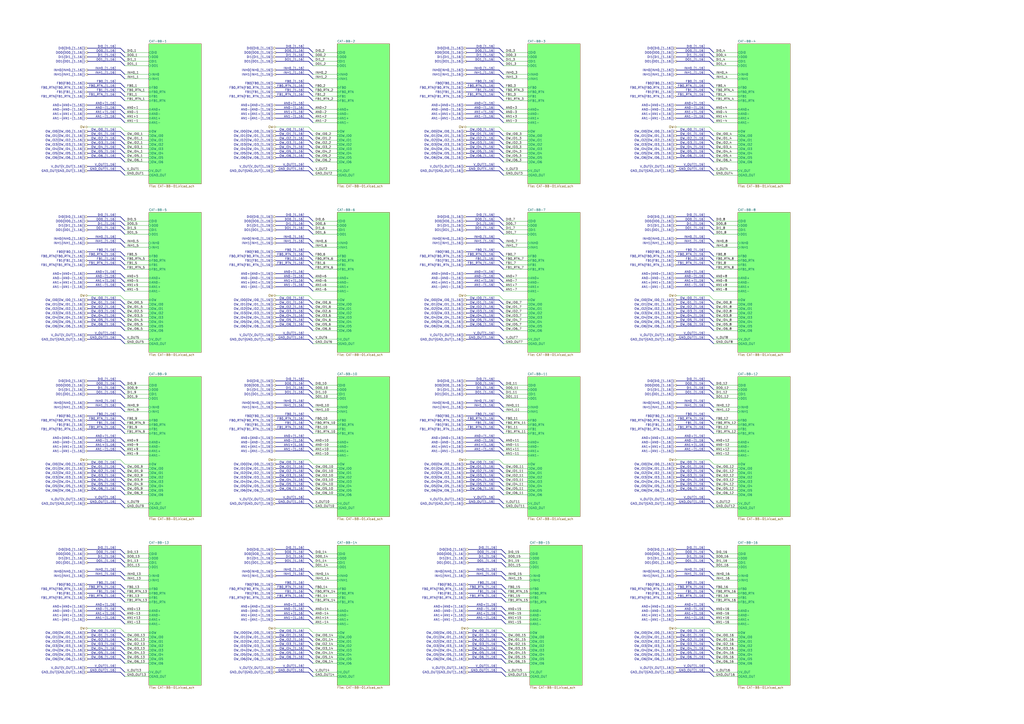
<source format=kicad_sch>
(kicad_sch (version 20211123) (generator eeschema)
  (paper "A2")
  (title_block (title "CAT-Modular Breadoard") (date "18.03.2022") (rev "1.1") (company "DLR e.V. Robert-Hooke Str. 7 28359 Bremen") (comment 1 "C. Strowik"))
  (bus (pts (xy 289.56 60.96) (xy 292.1 63.5)))
  (wire (pts (xy 181.61 199.39) (xy 195.58 199.39)))
  (bus (pts (xy 160.02 356.87) (xy 179.07 356.87)))
  (bus (pts (xy 50.8 194.31) (xy 69.85 194.31)))
  (bus (pts (xy 50.8 372.11) (xy 69.85 372.11)))
  (bus (pts (xy 50.8 86.36) (xy 69.85 86.36)))
  (wire (pts (xy 72.39 186.69) (xy 86.36 186.69)))
  (bus (pts (xy 50.8 78.74) (xy 69.85 78.74)))
  (bus (pts (xy 271.78 374.65) (xy 290.83 374.65)))
  (bus (pts (xy 411.48 99.06) (xy 414.02 101.6)))
  (wire (pts (xy 181.61 184.15) (xy 195.58 184.15)))
  (wire (pts (xy 292.1 45.72) (xy 306.07 45.72)))
  (bus (pts (xy 411.48 91.44) (xy 414.02 93.98)))
  (bus (pts (xy 270.51 256.54) (xy 289.56 256.54)))
  (bus (pts (xy 270.51 289.56) (xy 289.56 289.56)))
  (wire (pts (xy 69.85 73.66) (xy 72.39 76.2)))
  (wire (pts (xy 414.02 135.89) (xy 427.99 135.89)))
  (bus (pts (xy 270.51 248.92) (xy 289.56 248.92)))
  (bus (pts (xy 160.02 86.36) (xy 179.07 86.36)))
  (bus (pts (xy 160.02 173.99) (xy 179.07 173.99)))
  (bus (pts (xy 392.43 367.03) (xy 411.48 367.03)))
  (bus (pts (xy 411.48 161.29) (xy 414.02 163.83)))
  (bus (pts (xy 179.07 223.52) (xy 181.61 226.06)))
  (wire (pts (xy 181.61 176.53) (xy 195.58 176.53)))
  (bus (pts (xy 270.51 153.67) (xy 289.56 153.67)))
  (bus (pts (xy 392.43 27.94) (xy 411.48 27.94)))
  (bus (pts (xy 179.07 289.56) (xy 181.61 292.1)))
  (bus (pts (xy 160.02 91.44) (xy 179.07 91.44)))
  (bus (pts (xy 179.07 133.35) (xy 181.61 135.89)))
  (bus (pts (xy 160.02 254) (xy 179.07 254)))
  (bus (pts (xy 392.43 274.32) (xy 411.48 274.32)))
  (bus (pts (xy 270.51 148.59) (xy 289.56 148.59)))
  (bus (pts (xy 392.43 158.75) (xy 411.48 158.75)))
  (wire (pts (xy 414.02 130.81) (xy 427.99 130.81)))
  (bus (pts (xy 270.51 138.43) (xy 289.56 138.43)))
  (wire (pts (xy 414.02 228.6) (xy 427.99 228.6)))
  (bus (pts (xy 179.07 148.59) (xy 181.61 151.13)))
  (wire (pts (xy 72.39 246.38) (xy 86.36 246.38)))
  (wire (pts (xy 414.02 133.35) (xy 427.99 133.35)))
  (bus (pts (xy 289.56 96.52) (xy 292.1 99.06)))
  (bus (pts (xy 160.02 339.09) (xy 179.07 339.09)))
  (wire (pts (xy 414.02 384.81) (xy 427.99 384.81)))
  (bus (pts (xy 270.51 281.94) (xy 289.56 281.94)))
  (bus (pts (xy 289.56 256.54) (xy 292.1 259.08)))
  (bus (pts (xy 160.02 284.48) (xy 179.07 284.48)))
  (bus (pts (xy 289.56 63.5) (xy 292.1 66.04)))
  (wire (pts (xy 181.61 173.99) (xy 195.58 173.99)))
  (wire (pts (xy 181.61 349.25) (xy 195.58 349.25)))
  (bus (pts (xy 50.8 377.19) (xy 69.85 377.19)))
  (bus (pts (xy 289.56 140.97) (xy 292.1 143.51)))
  (bus (pts (xy 270.51 261.62) (xy 289.56 261.62)))
  (bus (pts (xy 160.02 161.29) (xy 179.07 161.29)))
  (bus (pts (xy 69.85 341.63) (xy 72.39 344.17)))
  (wire (pts (xy 414.02 148.59) (xy 427.99 148.59)))
  (bus (pts (xy 50.8 130.81) (xy 69.85 130.81)))
  (bus (pts (xy 290.83 369.57) (xy 293.37 372.11)))
  (bus (pts (xy 179.07 30.48) (xy 181.61 33.02)))
  (wire (pts (xy 293.37 374.65) (xy 307.34 374.65)))
  (bus (pts (xy 69.85 27.94) (xy 72.39 30.48)))
  (bus (pts (xy 160.02 281.94) (xy 179.07 281.94)))
  (bus (pts (xy 179.07 189.23) (xy 181.61 191.77)))
  (wire (pts (xy 72.39 226.06) (xy 86.36 226.06)))
  (bus (pts (xy 69.85 130.81) (xy 72.39 133.35)))
  (bus (pts (xy 270.51 254) (xy 289.56 254)))
  (wire (pts (xy 72.39 228.6) (xy 86.36 228.6)))
  (bus (pts (xy 392.43 256.54) (xy 411.48 256.54)))
  (wire (pts (xy 392.43 364.49) (xy 411.48 364.49)))
  (wire (pts (xy 181.61 228.6) (xy 195.58 228.6)))
  (wire (pts (xy 292.1 181.61) (xy 306.07 181.61)))
  (bus (pts (xy 69.85 377.19) (xy 72.39 379.73)))
  (bus (pts (xy 50.8 236.22) (xy 69.85 236.22)))
  (bus (pts (xy 392.43 223.52) (xy 411.48 223.52)))
  (bus (pts (xy 50.8 55.88) (xy 69.85 55.88)))
  (wire (pts (xy 292.1 33.02) (xy 306.07 33.02)))
  (wire (pts (xy 72.39 389.89) (xy 86.36 389.89)))
  (bus (pts (xy 392.43 48.26) (xy 411.48 48.26)))
  (wire (pts (xy 292.1 259.08) (xy 306.07 259.08)))
  (bus (pts (xy 160.02 226.06) (xy 179.07 226.06)))
  (bus (pts (xy 270.51 186.69) (xy 289.56 186.69)))
  (bus (pts (xy 392.43 151.13) (xy 411.48 151.13)))
  (bus (pts (xy 411.48 55.88) (xy 414.02 58.42)))
  (bus (pts (xy 289.56 176.53) (xy 292.1 179.07)))
  (wire (pts (xy 414.02 321.31) (xy 427.99 321.31)))
  (bus (pts (xy 69.85 379.73) (xy 72.39 382.27)))
  (bus (pts (xy 69.85 140.97) (xy 72.39 143.51)))
  (wire (pts (xy 414.02 246.38) (xy 427.99 246.38)))
  (bus (pts (xy 69.85 63.5) (xy 72.39 66.04)))
  (wire (pts (xy 292.1 279.4) (xy 306.07 279.4)))
  (bus (pts (xy 50.8 96.52) (xy 69.85 96.52)))
  (wire (pts (xy 292.1 66.04) (xy 306.07 66.04)))
  (bus (pts (xy 50.8 189.23) (xy 69.85 189.23)))
  (bus (pts (xy 411.48 88.9) (xy 414.02 91.44)))
  (bus (pts (xy 290.83 318.77) (xy 293.37 321.31)))
  (wire (pts (xy 414.02 43.18) (xy 427.99 43.18)))
  (bus (pts (xy 179.07 256.54) (xy 181.61 259.08)))
  (bus (pts (xy 179.07 259.08) (xy 181.61 261.62)))
  (bus (pts (xy 290.83 379.73) (xy 293.37 382.27)))
  (bus (pts (xy 270.51 233.68) (xy 289.56 233.68)))
  (wire (pts (xy 292.1 163.83) (xy 306.07 163.83)))
  (wire (pts (xy 414.02 374.65) (xy 427.99 374.65)))
  (bus (pts (xy 50.8 389.89) (xy 69.85 389.89)))
  (wire (pts (xy 72.39 58.42) (xy 86.36 58.42)))
  (bus (pts (xy 392.43 243.84) (xy 411.48 243.84)))
  (bus (pts (xy 160.02 274.32) (xy 179.07 274.32)))
  (bus (pts (xy 289.56 179.07) (xy 292.1 181.61)))
  (wire (pts (xy 414.02 45.72) (xy 427.99 45.72)))
  (wire (pts (xy 181.61 256.54) (xy 195.58 256.54)))
  (bus (pts (xy 50.8 334.01) (xy 69.85 334.01)))
  (wire (pts (xy 292.1 133.35) (xy 306.07 133.35)))
  (wire (pts (xy 72.39 184.15) (xy 86.36 184.15)))
  (bus (pts (xy 392.43 60.96) (xy 411.48 60.96)))
  (bus (pts (xy 50.8 173.99) (xy 69.85 173.99)))
  (bus (pts (xy 69.85 99.06) (xy 72.39 101.6)))
  (bus (pts (xy 179.07 372.11) (xy 181.61 374.65)))
  (bus (pts (xy 290.83 359.41) (xy 293.37 361.95)))
  (bus (pts (xy 50.8 374.65) (xy 69.85 374.65)))
  (bus (pts (xy 179.07 228.6) (xy 181.61 231.14)))
  (bus (pts (xy 69.85 369.57) (xy 72.39 372.11)))
  (bus (pts (xy 411.48 194.31) (xy 414.02 196.85)))
  (wire (pts (xy 414.02 156.21) (xy 427.99 156.21)))
  (bus (pts (xy 69.85 323.85) (xy 72.39 326.39)))
  (bus (pts (xy 411.48 274.32) (xy 414.02 276.86)))
  (bus (pts (xy 271.78 344.17) (xy 290.83 344.17)))
  (wire (pts (xy 292.1 58.42) (xy 306.07 58.42)))
  (wire (pts (xy 292.1 50.8) (xy 306.07 50.8)))
  (wire (pts (xy 293.37 359.41) (xy 307.34 359.41)))
  (bus (pts (xy 411.48 158.75) (xy 414.02 161.29)))
  (bus (pts (xy 392.43 40.64) (xy 411.48 40.64)))
  (bus (pts (xy 289.56 68.58) (xy 292.1 71.12)))
  (wire (pts (xy 72.39 344.17) (xy 86.36 344.17)))
  (wire (pts (xy 181.61 30.48) (xy 195.58 30.48)))
  (wire (pts (xy 414.02 349.25) (xy 427.99 349.25)))
  (bus (pts (xy 50.8 66.04) (xy 69.85 66.04)))
  (bus (pts (xy 160.02 326.39) (xy 179.07 326.39)))
  (bus (pts (xy 271.78 351.79) (xy 290.83 351.79)))
  (bus (pts (xy 392.43 81.28) (xy 411.48 81.28)))
  (bus (pts (xy 290.83 382.27) (xy 293.37 384.81)))
  (wire (pts (xy 292.1 246.38) (xy 306.07 246.38)))
  (bus (pts (xy 179.07 43.18) (xy 181.61 45.72)))
  (bus (pts (xy 270.51 27.94) (xy 289.56 27.94)))
  (bus (pts (xy 179.07 389.89) (xy 181.61 392.43)))
  (bus (pts (xy 270.51 176.53) (xy 289.56 176.53)))
  (bus (pts (xy 179.07 153.67) (xy 181.61 156.21)))
  (bus (pts (xy 160.02 153.67) (xy 179.07 153.67)))
  (wire (pts (xy 72.39 223.52) (xy 86.36 223.52)))
  (bus (pts (xy 270.51 128.27) (xy 289.56 128.27)))
  (wire (pts (xy 292.1 196.85) (xy 306.07 196.85)))
  (bus (pts (xy 289.56 226.06) (xy 292.1 228.6)))
  (wire (pts (xy 414.02 248.92) (xy 427.99 248.92)))
  (bus (pts (xy 392.43 166.37) (xy 411.48 166.37)))
  (bus (pts (xy 392.43 99.06) (xy 411.48 99.06)))
  (bus (pts (xy 289.56 148.59) (xy 292.1 151.13)))
  (wire (pts (xy 72.39 271.78) (xy 86.36 271.78)))
  (wire (pts (xy 181.61 274.32) (xy 195.58 274.32)))
  (wire (pts (xy 72.39 321.31) (xy 86.36 321.31)))
  (bus (pts (xy 50.8 318.77) (xy 69.85 318.77)))
  (bus (pts (xy 160.02 243.84) (xy 179.07 243.84)))
  (wire (pts (xy 181.61 231.14) (xy 195.58 231.14)))
  (bus (pts (xy 270.51 269.24) (xy 289.56 269.24)))
  (bus (pts (xy 392.43 374.65) (xy 411.48 374.65)))
  (wire (pts (xy 414.02 78.74) (xy 427.99 78.74)))
  (bus (pts (xy 271.78 359.41) (xy 290.83 359.41)))
  (wire (pts (xy 414.02 294.64) (xy 427.99 294.64)))
  (bus (pts (xy 290.83 323.85) (xy 293.37 326.39)))
  (bus (pts (xy 160.02 158.75) (xy 179.07 158.75)))
  (bus (pts (xy 69.85 261.62) (xy 72.39 264.16)))
  (bus (pts (xy 290.83 389.89) (xy 293.37 392.43)))
  (bus (pts (xy 69.85 321.31) (xy 72.39 323.85)))
  (bus (pts (xy 179.07 151.13) (xy 181.61 153.67)))
  (bus (pts (xy 290.83 377.19) (xy 293.37 379.73)))
  (wire (pts (xy 414.02 88.9) (xy 427.99 88.9)))
  (wire (pts (xy 292.1 186.69) (xy 306.07 186.69)))
  (wire (pts (xy 181.61 377.19) (xy 195.58 377.19)))
  (bus (pts (xy 392.43 30.48) (xy 411.48 30.48)))
  (wire (pts (xy 414.02 354.33) (xy 427.99 354.33)))
  (bus (pts (xy 289.56 271.78) (xy 292.1 274.32)))
  (bus (pts (xy 411.48 184.15) (xy 414.02 186.69)))
  (bus (pts (xy 179.07 354.33) (xy 181.61 356.87)))
  (bus (pts (xy 392.43 276.86) (xy 411.48 276.86)))
  (wire (pts (xy 292.1 243.84) (xy 306.07 243.84)))
  (bus (pts (xy 50.8 43.18) (xy 69.85 43.18)))
  (bus (pts (xy 179.07 382.27) (xy 181.61 384.81)))
  (bus (pts (xy 179.07 220.98) (xy 181.61 223.52)))
  (bus (pts (xy 160.02 128.27) (xy 179.07 128.27)))
  (bus (pts (xy 160.02 30.48) (xy 179.07 30.48)))
  (bus (pts (xy 69.85 40.64) (xy 72.39 43.18)))
  (bus (pts (xy 411.48 367.03) (xy 414.02 369.57)))
  (bus (pts (xy 69.85 146.05) (xy 72.39 148.59)))
  (bus (pts (xy 270.51 196.85) (xy 289.56 196.85)))
  (bus (pts (xy 392.43 163.83) (xy 411.48 163.83)))
  (bus (pts (xy 69.85 233.68) (xy 72.39 236.22)))
  (bus (pts (xy 290.83 367.03) (xy 293.37 369.57)))
  (bus (pts (xy 270.51 284.48) (xy 289.56 284.48)))
  (bus (pts (xy 411.48 339.09) (xy 414.02 341.63)))
  (wire (pts (xy 181.61 223.52) (xy 195.58 223.52)))
  (bus (pts (xy 50.8 246.38) (xy 69.85 246.38)))
  (wire (pts (xy 181.61 323.85) (xy 195.58 323.85)))
  (bus (pts (xy 179.07 281.94) (xy 181.61 284.48)))
  (bus (pts (xy 270.51 166.37) (xy 289.56 166.37)))
  (wire (pts (xy 72.39 83.82) (xy 86.36 83.82)))
  (bus (pts (xy 50.8 261.62) (xy 69.85 261.62)))
  (wire (pts (xy 414.02 382.27) (xy 427.99 382.27)))
  (bus (pts (xy 392.43 173.99) (xy 411.48 173.99)))
  (bus (pts (xy 411.48 351.79) (xy 414.02 354.33)))
  (bus (pts (xy 160.02 176.53) (xy 179.07 176.53)))
  (bus (pts (xy 160.02 78.74) (xy 179.07 78.74)))
  (wire (pts (xy 181.61 191.77) (xy 195.58 191.77)))
  (bus (pts (xy 160.02 367.03) (xy 179.07 367.03)))
  (bus (pts (xy 50.8 48.26) (xy 69.85 48.26)))
  (bus (pts (xy 392.43 269.24) (xy 411.48 269.24)))
  (bus (pts (xy 411.48 78.74) (xy 414.02 81.28)))
  (bus (pts (xy 160.02 276.86) (xy 179.07 276.86)))
  (bus (pts (xy 392.43 344.17) (xy 411.48 344.17)))
  (bus (pts (xy 392.43 153.67) (xy 411.48 153.67)))
  (bus (pts (xy 270.51 66.04) (xy 289.56 66.04)))
  (wire (pts (xy 414.02 344.17) (xy 427.99 344.17)))
  (bus (pts (xy 179.07 269.24) (xy 181.61 271.78)))
  (bus (pts (xy 160.02 43.18) (xy 179.07 43.18)))
  (bus (pts (xy 160.02 184.15) (xy 179.07 184.15)))
  (bus (pts (xy 179.07 181.61) (xy 181.61 184.15)))
  (bus (pts (xy 50.8 50.8) (xy 69.85 50.8)))
  (bus (pts (xy 160.02 194.31) (xy 179.07 194.31)))
  (wire (pts (xy 72.39 33.02) (xy 86.36 33.02)))
  (bus (pts (xy 179.07 35.56) (xy 181.61 38.1)))
  (wire (pts (xy 72.39 243.84) (xy 86.36 243.84)))
  (bus (pts (xy 392.43 354.33) (xy 411.48 354.33)))
  (bus (pts (xy 179.07 279.4) (xy 181.61 281.94)))
  (wire (pts (xy 72.39 231.14) (xy 86.36 231.14)))
  (bus (pts (xy 69.85 241.3) (xy 72.39 243.84)))
  (bus (pts (xy 160.02 33.02) (xy 179.07 33.02)))
  (bus (pts (xy 411.48 346.71) (xy 414.02 349.25)))
  (bus (pts (xy 289.56 55.88) (xy 292.1 58.42)))
  (wire (pts (xy 72.39 45.72) (xy 86.36 45.72)))
  (bus (pts (xy 160.02 179.07) (xy 179.07 179.07)))
  (bus (pts (xy 289.56 223.52) (xy 292.1 226.06)))
  (bus (pts (xy 289.56 53.34) (xy 292.1 55.88)))
  (wire (pts (xy 293.37 382.27) (xy 307.34 382.27)))
  (wire (pts (xy 160.02 73.66) (xy 179.07 73.66)))
  (bus (pts (xy 289.56 241.3) (xy 292.1 243.84)))
  (bus (pts (xy 69.85 96.52) (xy 72.39 99.06)))
  (bus (pts (xy 289.56 228.6) (xy 292.1 231.14)))
  (wire (pts (xy 414.02 58.42) (xy 427.99 58.42)))
  (bus (pts (xy 289.56 76.2) (xy 292.1 78.74)))
  (bus (pts (xy 289.56 236.22) (xy 292.1 238.76)))
  (wire (pts (xy 72.39 248.92) (xy 86.36 248.92)))
  (bus (pts (xy 50.8 356.87) (xy 69.85 356.87)))
  (bus (pts (xy 289.56 81.28) (xy 292.1 83.82)))
  (bus (pts (xy 50.8 323.85) (xy 69.85 323.85)))
  (bus (pts (xy 271.78 356.87) (xy 290.83 356.87)))
  (bus (pts (xy 50.8 196.85) (xy 69.85 196.85)))
  (bus (pts (xy 392.43 254) (xy 411.48 254)))
  (wire (pts (xy 181.61 271.78) (xy 195.58 271.78)))
  (wire (pts (xy 414.02 251.46) (xy 427.99 251.46)))
  (bus (pts (xy 179.07 125.73) (xy 181.61 128.27)))
  (wire (pts (xy 72.39 153.67) (xy 86.36 153.67)))
  (bus (pts (xy 179.07 50.8) (xy 181.61 53.34)))
  (bus (pts (xy 160.02 292.1) (xy 179.07 292.1)))
  (bus (pts (xy 50.8 153.67) (xy 69.85 153.67)))
  (wire (pts (xy 72.39 151.13) (xy 86.36 151.13)))
  (bus (pts (xy 160.02 321.31) (xy 179.07 321.31)))
  (bus (pts (xy 270.51 194.31) (xy 289.56 194.31)))
  (wire (pts (xy 414.02 269.24) (xy 427.99 269.24)))
  (wire (pts (xy 414.02 66.04) (xy 427.99 66.04)))
  (bus (pts (xy 50.8 274.32) (xy 69.85 274.32)))
  (wire (pts (xy 181.61 269.24) (xy 195.58 269.24)))
  (wire (pts (xy 181.61 58.42) (xy 195.58 58.42)))
  (bus (pts (xy 179.07 344.17) (xy 181.61 346.71)))
  (wire (pts (xy 72.39 135.89) (xy 86.36 135.89)))
  (wire (pts (xy 72.39 76.2) (xy 86.36 76.2)))
  (bus (pts (xy 411.48 173.99) (xy 414.02 176.53)))
  (wire (pts (xy 181.61 361.95) (xy 195.58 361.95)))
  (bus (pts (xy 392.43 372.11) (xy 411.48 372.11)))
  (wire (pts (xy 72.39 236.22) (xy 86.36 236.22)))
  (wire (pts (xy 181.61 99.06) (xy 195.58 99.06)))
  (wire (pts (xy 72.39 179.07) (xy 86.36 179.07)))
  (bus (pts (xy 411.48 33.02) (xy 414.02 35.56)))
  (bus (pts (xy 392.43 161.29) (xy 411.48 161.29)))
  (bus (pts (xy 411.48 389.89) (xy 414.02 392.43)))
  (bus (pts (xy 411.48 292.1) (xy 414.02 294.64)))
  (wire (pts (xy 293.37 384.81) (xy 307.34 384.81)))
  (wire (pts (xy 292.1 176.53) (xy 306.07 176.53)))
  (wire (pts (xy 292.1 143.51) (xy 306.07 143.51)))
  (bus (pts (xy 289.56 184.15) (xy 292.1 186.69)))
  (wire (pts (xy 293.37 341.63) (xy 307.34 341.63)))
  (wire (pts (xy 181.61 163.83) (xy 195.58 163.83)))
  (wire (pts (xy 181.61 236.22) (xy 195.58 236.22)))
  (wire (pts (xy 181.61 151.13) (xy 195.58 151.13)))
  (bus (pts (xy 411.48 256.54) (xy 414.02 259.08)))
  (wire (pts (xy 293.37 326.39) (xy 307.34 326.39)))
  (bus (pts (xy 289.56 196.85) (xy 292.1 199.39)))
  (bus (pts (xy 392.43 331.47) (xy 411.48 331.47)))
  (bus (pts (xy 160.02 382.27) (xy 179.07 382.27)))
  (wire (pts (xy 292.1 168.91) (xy 306.07 168.91)))
  (wire (pts (xy 414.02 256.54) (xy 427.99 256.54)))
  (bus (pts (xy 160.02 163.83) (xy 179.07 163.83)))
  (bus (pts (xy 69.85 78.74) (xy 72.39 81.28)))
  (wire (pts (xy 72.39 176.53) (xy 86.36 176.53)))
  (bus (pts (xy 270.51 133.35) (xy 289.56 133.35)))
  (bus (pts (xy 411.48 281.94) (xy 414.02 284.48)))
  (bus (pts (xy 50.8 163.83) (xy 69.85 163.83)))
  (bus (pts (xy 270.51 48.26) (xy 289.56 48.26)))
  (bus (pts (xy 69.85 43.18) (xy 72.39 45.72)))
  (bus (pts (xy 179.07 261.62) (xy 181.61 264.16)))
  (bus (pts (xy 392.43 261.62) (xy 411.48 261.62)))
  (wire (pts (xy 72.39 50.8) (xy 86.36 50.8)))
  (wire (pts (xy 72.39 346.71) (xy 86.36 346.71)))
  (wire (pts (xy 292.1 43.18) (xy 306.07 43.18)))
  (wire (pts (xy 414.02 328.93) (xy 427.99 328.93)))
  (bus (pts (xy 411.48 289.56) (xy 414.02 292.1)))
  (bus (pts (xy 289.56 128.27) (xy 292.1 130.81)))
  (wire (pts (xy 292.1 294.64) (xy 306.07 294.64)))
  (bus (pts (xy 270.51 96.52) (xy 289.56 96.52)))
  (wire (pts (xy 414.02 30.48) (xy 427.99 30.48)))
  (bus (pts (xy 290.83 387.35) (xy 293.37 389.89)))
  (wire (pts (xy 179.07 73.66) (xy 181.61 76.2)))
  (bus (pts (xy 179.07 128.27) (xy 181.61 130.81)))
  (bus (pts (xy 290.83 346.71) (xy 293.37 349.25)))
  (bus (pts (xy 50.8 233.68) (xy 69.85 233.68)))
  (bus (pts (xy 160.02 269.24) (xy 179.07 269.24)))
  (bus (pts (xy 290.83 334.01) (xy 293.37 336.55)))
  (bus (pts (xy 50.8 30.48) (xy 69.85 30.48)))
  (wire (pts (xy 292.1 88.9) (xy 306.07 88.9)))
  (wire (pts (xy 72.39 86.36) (xy 86.36 86.36)))
  (bus (pts (xy 270.51 276.86) (xy 289.56 276.86)))
  (wire (pts (xy 181.61 264.16) (xy 195.58 264.16)))
  (bus (pts (xy 289.56 151.13) (xy 292.1 153.67)))
  (bus (pts (xy 411.48 196.85) (xy 414.02 199.39)))
  (bus (pts (xy 160.02 55.88) (xy 179.07 55.88)))
  (bus (pts (xy 179.07 374.65) (xy 181.61 377.19)))
  (bus (pts (xy 179.07 194.31) (xy 181.61 196.85)))
  (bus (pts (xy 69.85 158.75) (xy 72.39 161.29)))
  (wire (pts (xy 72.39 199.39) (xy 86.36 199.39)))
  (bus (pts (xy 392.43 128.27) (xy 411.48 128.27)))
  (wire (pts (xy 414.02 68.58) (xy 427.99 68.58)))
  (wire (pts (xy 181.61 50.8) (xy 195.58 50.8)))
  (wire (pts (xy 72.39 99.06) (xy 86.36 99.06)))
  (wire (pts (xy 414.02 356.87) (xy 427.99 356.87)))
  (wire (pts (xy 72.39 30.48) (xy 86.36 30.48)))
  (wire (pts (xy 414.02 336.55) (xy 427.99 336.55)))
  (bus (pts (xy 270.51 63.5) (xy 289.56 63.5)))
  (wire (pts (xy 72.39 359.41) (xy 86.36 359.41)))
  (wire (pts (xy 72.39 88.9) (xy 86.36 88.9)))
  (bus (pts (xy 392.43 78.74) (xy 411.48 78.74)))
  (bus (pts (xy 179.07 326.39) (xy 181.61 328.93)))
  (wire (pts (xy 181.61 356.87) (xy 195.58 356.87)))
  (bus (pts (xy 179.07 81.28) (xy 181.61 83.82)))
  (wire (pts (xy 181.61 156.21) (xy 195.58 156.21)))
  (bus (pts (xy 411.48 186.69) (xy 414.02 189.23)))
  (bus (pts (xy 392.43 66.04) (xy 411.48 66.04)))
  (wire (pts (xy 72.39 196.85) (xy 86.36 196.85)))
  (bus (pts (xy 271.78 321.31) (xy 290.83 321.31)))
  (bus (pts (xy 69.85 55.88) (xy 72.39 58.42)))
  (bus (pts (xy 270.51 35.56) (xy 289.56 35.56)))
  (bus (pts (xy 270.51 99.06) (xy 289.56 99.06)))
  (bus (pts (xy 50.8 351.79) (xy 69.85 351.79)))
  (bus (pts (xy 50.8 83.82) (xy 69.85 83.82)))
  (bus (pts (xy 392.43 194.31) (xy 411.48 194.31)))
  (bus (pts (xy 69.85 166.37) (xy 72.39 168.91)))
  (bus (pts (xy 270.51 146.05) (xy 289.56 146.05)))
  (wire (pts (xy 50.8 266.7) (xy 69.85 266.7)))
  (bus (pts (xy 179.07 271.78) (xy 181.61 274.32)))
  (bus (pts (xy 270.51 274.32) (xy 289.56 274.32)))
  (wire (pts (xy 414.02 271.78) (xy 427.99 271.78)))
  (bus (pts (xy 179.07 246.38) (xy 181.61 248.92)))
  (bus (pts (xy 179.07 86.36) (xy 181.61 88.9)))
  (wire (pts (xy 293.37 361.95) (xy 307.34 361.95)))
  (wire (pts (xy 293.37 323.85) (xy 307.34 323.85)))
  (bus (pts (xy 69.85 387.35) (xy 72.39 389.89)))
  (bus (pts (xy 411.48 146.05) (xy 414.02 148.59)))
  (bus (pts (xy 290.83 331.47) (xy 293.37 334.01)))
  (bus (pts (xy 289.56 158.75) (xy 292.1 161.29)))
  (bus (pts (xy 69.85 331.47) (xy 72.39 334.01)))
  (bus (pts (xy 411.48 40.64) (xy 414.02 43.18)))
  (bus (pts (xy 289.56 181.61) (xy 292.1 184.15)))
  (bus (pts (xy 392.43 228.6) (xy 411.48 228.6)))
  (bus (pts (xy 160.02 261.62) (xy 179.07 261.62)))
  (bus (pts (xy 289.56 186.69) (xy 292.1 189.23)))
  (bus (pts (xy 289.56 259.08) (xy 292.1 261.62)))
  (wire (pts (xy 179.07 364.49) (xy 181.61 367.03)))
  (bus (pts (xy 411.48 60.96) (xy 414.02 63.5)))
  (bus (pts (xy 160.02 76.2) (xy 179.07 76.2)))
  (bus (pts (xy 392.43 236.22) (xy 411.48 236.22)))
  (wire (pts (xy 414.02 168.91) (xy 427.99 168.91)))
  (wire (pts (xy 414.02 63.5) (xy 427.99 63.5)))
  (bus (pts (xy 392.43 377.19) (xy 411.48 377.19)))
  (bus (pts (xy 179.07 274.32) (xy 181.61 276.86)))
  (bus (pts (xy 270.51 88.9) (xy 289.56 88.9)))
  (wire (pts (xy 181.61 372.11) (xy 195.58 372.11)))
  (bus (pts (xy 160.02 259.08) (xy 179.07 259.08)))
  (wire (pts (xy 72.39 168.91) (xy 86.36 168.91)))
  (wire (pts (xy 181.61 153.67) (xy 195.58 153.67)))
  (bus (pts (xy 270.51 158.75) (xy 289.56 158.75)))
  (bus (pts (xy 411.48 223.52) (xy 414.02 226.06)))
  (wire (pts (xy 292.1 35.56) (xy 306.07 35.56)))
  (bus (pts (xy 289.56 48.26) (xy 292.1 50.8)))
  (wire (pts (xy 181.61 135.89) (xy 195.58 135.89)))
  (bus (pts (xy 179.07 233.68) (xy 181.61 236.22)))
  (bus (pts (xy 270.51 292.1) (xy 289.56 292.1)))
  (bus (pts (xy 69.85 35.56) (xy 72.39 38.1)))
  (wire (pts (xy 293.37 349.25) (xy 307.34 349.25)))
  (bus (pts (xy 179.07 186.69) (xy 181.61 189.23)))
  (bus (pts (xy 160.02 81.28) (xy 179.07 81.28)))
  (bus (pts (xy 50.8 181.61) (xy 69.85 181.61)))
  (bus (pts (xy 69.85 128.27) (xy 72.39 130.81)))
  (wire (pts (xy 414.02 179.07) (xy 427.99 179.07)))
  (bus (pts (xy 160.02 344.17) (xy 179.07 344.17)))
  (bus (pts (xy 270.51 86.36) (xy 289.56 86.36)))
  (bus (pts (xy 392.43 184.15) (xy 411.48 184.15)))
  (bus (pts (xy 411.48 382.27) (xy 414.02 384.81)))
  (bus (pts (xy 160.02 60.96) (xy 179.07 60.96)))
  (bus (pts (xy 50.8 243.84) (xy 69.85 243.84)))
  (wire (pts (xy 414.02 379.73) (xy 427.99 379.73)))
  (wire (pts (xy 292.1 248.92) (xy 306.07 248.92)))
  (wire (pts (xy 392.43 266.7) (xy 411.48 266.7)))
  (bus (pts (xy 160.02 40.64) (xy 179.07 40.64)))
  (wire (pts (xy 181.61 148.59) (xy 195.58 148.59)))
  (bus (pts (xy 69.85 284.48) (xy 72.39 287.02)))
  (wire (pts (xy 179.07 171.45) (xy 181.61 173.99)))
  (bus (pts (xy 160.02 271.78) (xy 179.07 271.78)))
  (wire (pts (xy 181.61 45.72) (xy 195.58 45.72)))
  (bus (pts (xy 411.48 334.01) (xy 414.02 336.55)))
  (bus (pts (xy 289.56 27.94) (xy 292.1 30.48)))
  (wire (pts (xy 414.02 392.43) (xy 427.99 392.43)))
  (bus (pts (xy 160.02 351.79) (xy 179.07 351.79)))
  (wire (pts (xy 181.61 76.2) (xy 195.58 76.2)))
  (wire (pts (xy 181.61 389.89) (xy 195.58 389.89)))
  (bus (pts (xy 179.07 176.53) (xy 181.61 179.07)))
  (bus (pts (xy 392.43 33.02) (xy 411.48 33.02)))
  (bus (pts (xy 271.78 323.85) (xy 290.83 323.85)))
  (bus (pts (xy 392.43 382.27) (xy 411.48 382.27)))
  (bus (pts (xy 69.85 223.52) (xy 72.39 226.06)))
  (bus (pts (xy 50.8 91.44) (xy 69.85 91.44)))
  (wire (pts (xy 414.02 83.82) (xy 427.99 83.82)))
  (bus (pts (xy 160.02 63.5) (xy 179.07 63.5)))
  (bus (pts (xy 271.78 387.35) (xy 290.83 387.35)))
  (wire (pts (xy 292.1 161.29) (xy 306.07 161.29)))
  (bus (pts (xy 411.48 138.43) (xy 414.02 140.97)))
  (bus (pts (xy 50.8 387.35) (xy 69.85 387.35)))
  (bus (pts (xy 270.51 228.6) (xy 289.56 228.6)))
  (wire (pts (xy 293.37 321.31) (xy 307.34 321.31)))
  (bus (pts (xy 50.8 344.17) (xy 69.85 344.17)))
  (bus (pts (xy 271.78 389.89) (xy 290.83 389.89)))
  (wire (pts (xy 293.37 372.11) (xy 307.34 372.11)))
  (bus (pts (xy 179.07 40.64) (xy 181.61 43.18)))
  (bus (pts (xy 179.07 76.2) (xy 181.61 78.74)))
  (wire (pts (xy 414.02 367.03) (xy 427.99 367.03)))
  (wire (pts (xy 181.61 344.17) (xy 195.58 344.17)))
  (bus (pts (xy 50.8 40.64) (xy 69.85 40.64)))
  (wire (pts (xy 181.61 226.06) (xy 195.58 226.06)))
  (bus (pts (xy 271.78 326.39) (xy 290.83 326.39)))
  (bus (pts (xy 50.8 228.6) (xy 69.85 228.6)))
  (wire (pts (xy 292.1 166.37) (xy 306.07 166.37)))
  (bus (pts (xy 160.02 53.34) (xy 179.07 53.34)))
  (bus (pts (xy 69.85 68.58) (xy 72.39 71.12)))
  (wire (pts (xy 271.78 364.49) (xy 290.83 364.49)))
  (bus (pts (xy 411.48 163.83) (xy 414.02 166.37)))
  (bus (pts (xy 50.8 138.43) (xy 69.85 138.43)))
  (bus (pts (xy 160.02 236.22) (xy 179.07 236.22)))
  (bus (pts (xy 160.02 220.98) (xy 179.07 220.98)))
  (bus (pts (xy 160.02 331.47) (xy 179.07 331.47)))
  (bus (pts (xy 289.56 292.1) (xy 292.1 294.64)))
  (wire (pts (xy 181.61 43.18) (xy 195.58 43.18)))
  (bus (pts (xy 69.85 289.56) (xy 72.39 292.1)))
  (bus (pts (xy 69.85 153.67) (xy 72.39 156.21)))
  (bus (pts (xy 271.78 382.27) (xy 290.83 382.27)))
  (wire (pts (xy 292.1 287.02) (xy 306.07 287.02)))
  (wire (pts (xy 72.39 287.02) (xy 86.36 287.02)))
  (bus (pts (xy 411.48 130.81) (xy 414.02 133.35)))
  (bus (pts (xy 179.07 78.74) (xy 181.61 81.28)))
  (bus (pts (xy 69.85 344.17) (xy 72.39 346.71)))
  (wire (pts (xy 72.39 256.54) (xy 86.36 256.54)))
  (wire (pts (xy 72.39 238.76) (xy 86.36 238.76)))
  (wire (pts (xy 414.02 369.57) (xy 427.99 369.57)))
  (bus (pts (xy 270.51 50.8) (xy 289.56 50.8)))
  (bus (pts (xy 160.02 189.23) (xy 179.07 189.23)))
  (bus (pts (xy 69.85 125.73) (xy 72.39 128.27)))
  (wire (pts (xy 414.02 341.63) (xy 427.99 341.63)))
  (bus (pts (xy 50.8 88.9) (xy 69.85 88.9)))
  (wire (pts (xy 414.02 173.99) (xy 427.99 173.99)))
  (bus (pts (xy 160.02 256.54) (xy 179.07 256.54)))
  (bus (pts (xy 50.8 179.07) (xy 69.85 179.07)))
  (bus (pts (xy 270.51 259.08) (xy 289.56 259.08)))
  (bus (pts (xy 179.07 341.63) (xy 181.61 344.17)))
  (wire (pts (xy 414.02 143.51) (xy 427.99 143.51)))
  (bus (pts (xy 50.8 68.58) (xy 69.85 68.58)))
  (bus (pts (xy 392.43 53.34) (xy 411.48 53.34)))
  (wire (pts (xy 292.1 71.12) (xy 306.07 71.12)))
  (wire (pts (xy 293.37 367.03) (xy 307.34 367.03)))
  (bus (pts (xy 50.8 148.59) (xy 69.85 148.59)))
  (bus (pts (xy 270.51 140.97) (xy 289.56 140.97)))
  (bus (pts (xy 69.85 256.54) (xy 72.39 259.08)))
  (wire (pts (xy 72.39 133.35) (xy 86.36 133.35)))
  (wire (pts (xy 414.02 81.28) (xy 427.99 81.28)))
  (bus (pts (xy 411.48 128.27) (xy 414.02 130.81)))
  (bus (pts (xy 411.48 321.31) (xy 414.02 323.85)))
  (bus (pts (xy 179.07 53.34) (xy 181.61 55.88)))
  (wire (pts (xy 292.1 156.21) (xy 306.07 156.21)))
  (bus (pts (xy 392.43 181.61) (xy 411.48 181.61)))
  (bus (pts (xy 411.48 43.18) (xy 414.02 45.72)))
  (bus (pts (xy 289.56 246.38) (xy 292.1 248.92)))
  (wire (pts (xy 181.61 287.02) (xy 195.58 287.02)))
  (wire (pts (xy 414.02 243.84) (xy 427.99 243.84)))
  (bus (pts (xy 289.56 243.84) (xy 292.1 246.38)))
  (wire (pts (xy 414.02 279.4) (xy 427.99 279.4)))
  (bus (pts (xy 289.56 88.9) (xy 292.1 91.44)))
  (bus (pts (xy 69.85 246.38) (xy 72.39 248.92)))
  (wire (pts (xy 292.1 226.06) (xy 306.07 226.06)))
  (wire (pts (xy 414.02 281.94) (xy 427.99 281.94)))
  (bus (pts (xy 392.43 50.8) (xy 411.48 50.8)))
  (wire (pts (xy 414.02 261.62) (xy 427.99 261.62)))
  (bus (pts (xy 411.48 369.57) (xy 414.02 372.11)))
  (bus (pts (xy 271.78 331.47) (xy 290.83 331.47)))
  (wire (pts (xy 270.51 73.66) (xy 289.56 73.66)))
  (wire (pts (xy 270.51 171.45) (xy 289.56 171.45)))
  (wire (pts (xy 293.37 379.73) (xy 307.34 379.73)))
  (wire (pts (xy 181.61 101.6) (xy 195.58 101.6)))
  (bus (pts (xy 179.07 166.37) (xy 181.61 168.91)))
  (bus (pts (xy 271.78 341.63) (xy 290.83 341.63)))
  (wire (pts (xy 414.02 153.67) (xy 427.99 153.67)))
  (wire (pts (xy 72.39 269.24) (xy 86.36 269.24)))
  (wire (pts (xy 181.61 181.61) (xy 195.58 181.61)))
  (wire (pts (xy 72.39 53.34) (xy 86.36 53.34)))
  (bus (pts (xy 160.02 372.11) (xy 179.07 372.11)))
  (wire (pts (xy 160.02 364.49) (xy 179.07 364.49)))
  (bus (pts (xy 392.43 241.3) (xy 411.48 241.3)))
  (wire (pts (xy 414.02 166.37) (xy 427.99 166.37)))
  (bus (pts (xy 160.02 146.05) (xy 179.07 146.05)))
  (wire (pts (xy 414.02 238.76) (xy 427.99 238.76)))
  (wire (pts (xy 292.1 101.6) (xy 306.07 101.6)))
  (bus (pts (xy 392.43 339.09) (xy 411.48 339.09)))
  (wire (pts (xy 181.61 328.93) (xy 195.58 328.93)))
  (bus (pts (xy 289.56 30.48) (xy 292.1 33.02)))
  (wire (pts (xy 72.39 93.98) (xy 86.36 93.98)))
  (bus (pts (xy 69.85 161.29) (xy 72.39 163.83)))
  (bus (pts (xy 411.48 50.8) (xy 414.02 53.34)))
  (bus (pts (xy 50.8 321.31) (xy 69.85 321.31)))
  (bus (pts (xy 160.02 354.33) (xy 179.07 354.33)))
  (wire (pts (xy 414.02 33.02) (xy 427.99 33.02)))
  (bus (pts (xy 160.02 223.52) (xy 179.07 223.52)))
  (bus (pts (xy 50.8 184.15) (xy 69.85 184.15)))
  (wire (pts (xy 72.39 71.12) (xy 86.36 71.12)))
  (bus (pts (xy 50.8 271.78) (xy 69.85 271.78)))
  (bus (pts (xy 392.43 356.87) (xy 411.48 356.87)))
  (bus (pts (xy 179.07 387.35) (xy 181.61 389.89)))
  (wire (pts (xy 72.39 382.27) (xy 86.36 382.27)))
  (wire (pts (xy 181.61 189.23) (xy 195.58 189.23)))
  (wire (pts (xy 292.1 191.77) (xy 306.07 191.77)))
  (bus (pts (xy 69.85 151.13) (xy 72.39 153.67)))
  (wire (pts (xy 181.61 369.57) (xy 195.58 369.57)))
  (wire (pts (xy 414.02 372.11) (xy 427.99 372.11)))
  (bus (pts (xy 179.07 60.96) (xy 181.61 63.5)))
  (bus (pts (xy 69.85 346.71) (xy 72.39 349.25)))
  (wire (pts (xy 414.02 346.71) (xy 427.99 346.71)))
  (wire (pts (xy 72.39 356.87) (xy 86.36 356.87)))
  (wire (pts (xy 72.39 276.86) (xy 86.36 276.86)))
  (bus (pts (xy 50.8 284.48) (xy 69.85 284.48)))
  (bus (pts (xy 411.48 279.4) (xy 414.02 281.94)))
  (bus (pts (xy 392.43 289.56) (xy 411.48 289.56)))
  (wire (pts (xy 292.1 179.07) (xy 306.07 179.07)))
  (wire (pts (xy 414.02 274.32) (xy 427.99 274.32)))
  (wire (pts (xy 181.61 91.44) (xy 195.58 91.44)))
  (wire (pts (xy 292.1 189.23) (xy 306.07 189.23)))
  (wire (pts (xy 181.61 346.71) (xy 195.58 346.71)))
  (bus (pts (xy 289.56 279.4) (xy 292.1 281.94)))
  (bus (pts (xy 290.83 354.33) (xy 293.37 356.87)))
  (bus (pts (xy 50.8 158.75) (xy 69.85 158.75)))
  (bus (pts (xy 271.78 334.01) (xy 290.83 334.01)))
  (wire (pts (xy 181.61 374.65) (xy 195.58 374.65)))
  (bus (pts (xy 411.48 68.58) (xy 414.02 71.12)))
  (bus (pts (xy 290.83 344.17) (xy 293.37 346.71)))
  (bus (pts (xy 179.07 284.48) (xy 181.61 287.02)))
  (bus (pts (xy 69.85 279.4) (xy 72.39 281.94)))
  (bus (pts (xy 289.56 78.74) (xy 292.1 81.28)))
  (wire (pts (xy 414.02 284.48) (xy 427.99 284.48)))
  (bus (pts (xy 392.43 389.89) (xy 411.48 389.89)))
  (bus (pts (xy 270.51 43.18) (xy 289.56 43.18)))
  (wire (pts (xy 292.1 223.52) (xy 306.07 223.52)))
  (wire (pts (xy 292.1 91.44) (xy 306.07 91.44)))
  (bus (pts (xy 69.85 334.01) (xy 72.39 336.55)))
  (bus (pts (xy 392.43 248.92) (xy 411.48 248.92)))
  (wire (pts (xy 181.61 168.91) (xy 195.58 168.91)))
  (bus (pts (xy 290.83 356.87) (xy 293.37 359.41)))
  (bus (pts (xy 160.02 50.8) (xy 179.07 50.8)))
  (bus (pts (xy 270.51 279.4) (xy 289.56 279.4)))
  (wire (pts (xy 72.39 377.19) (xy 86.36 377.19)))
  (wire (pts (xy 292.1 173.99) (xy 306.07 173.99)))
  (wire (pts (xy 72.39 369.57) (xy 86.36 369.57)))
  (bus (pts (xy 50.8 259.08) (xy 69.85 259.08)))
  (bus (pts (xy 289.56 189.23) (xy 292.1 191.77)))
  (wire (pts (xy 414.02 53.34) (xy 427.99 53.34)))
  (bus (pts (xy 392.43 148.59) (xy 411.48 148.59)))
  (bus (pts (xy 69.85 83.82) (xy 72.39 86.36)))
  (wire (pts (xy 181.61 279.4) (xy 195.58 279.4)))
  (wire (pts (xy 414.02 38.1) (xy 427.99 38.1)))
  (bus (pts (xy 392.43 91.44) (xy 411.48 91.44)))
  (bus (pts (xy 270.51 161.29) (xy 289.56 161.29)))
  (wire (pts (xy 181.61 133.35) (xy 195.58 133.35)))
  (wire (pts (xy 292.1 256.54) (xy 306.07 256.54)))
  (bus (pts (xy 411.48 35.56) (xy 414.02 38.1)))
  (bus (pts (xy 179.07 33.02) (xy 181.61 35.56)))
  (wire (pts (xy 181.61 86.36) (xy 195.58 86.36)))
  (wire (pts (xy 292.1 238.76) (xy 306.07 238.76)))
  (bus (pts (xy 179.07 163.83) (xy 181.61 166.37)))
  (wire (pts (xy 181.61 359.41) (xy 195.58 359.41)))
  (wire (pts (xy 72.39 261.62) (xy 86.36 261.62)))
  (wire (pts (xy 72.39 294.64) (xy 86.36 294.64)))
  (bus (pts (xy 411.48 248.92) (xy 414.02 251.46)))
  (bus (pts (xy 411.48 83.82) (xy 414.02 86.36)))
  (bus (pts (xy 179.07 196.85) (xy 181.61 199.39)))
  (bus (pts (xy 179.07 276.86) (xy 181.61 279.4)))
  (wire (pts (xy 289.56 73.66) (xy 292.1 76.2)))
  (wire (pts (xy 72.39 55.88) (xy 86.36 55.88)))
  (bus (pts (xy 160.02 248.92) (xy 179.07 248.92)))
  (wire (pts (xy 181.61 336.55) (xy 195.58 336.55)))
  (bus (pts (xy 289.56 289.56) (xy 292.1 292.1)))
  (bus (pts (xy 69.85 248.92) (xy 72.39 251.46)))
  (wire (pts (xy 414.02 236.22) (xy 427.99 236.22)))
  (bus (pts (xy 50.8 241.3) (xy 69.85 241.3)))
  (wire (pts (xy 414.02 191.77) (xy 427.99 191.77)))
  (wire (pts (xy 292.1 184.15) (xy 306.07 184.15)))
  (bus (pts (xy 69.85 274.32) (xy 72.39 276.86)))
  (wire (pts (xy 72.39 128.27) (xy 86.36 128.27)))
  (bus (pts (xy 160.02 186.69) (xy 179.07 186.69)))
  (bus (pts (xy 411.48 220.98) (xy 414.02 223.52)))
  (wire (pts (xy 181.61 321.31) (xy 195.58 321.31)))
  (wire (pts (xy 181.61 261.62) (xy 195.58 261.62)))
  (bus (pts (xy 160.02 323.85) (xy 179.07 323.85)))
  (wire (pts (xy 72.39 279.4) (xy 86.36 279.4)))
  (bus (pts (xy 69.85 374.65) (xy 72.39 377.19)))
  (wire (pts (xy 392.43 73.66) (xy 411.48 73.66)))
  (bus (pts (xy 50.8 359.41) (xy 69.85 359.41)))
  (bus (pts (xy 69.85 181.61) (xy 72.39 184.15)))
  (bus (pts (xy 392.43 138.43) (xy 411.48 138.43)))
  (wire (pts (xy 270.51 266.7) (xy 289.56 266.7)))
  (wire (pts (xy 292.1 284.48) (xy 306.07 284.48)))
  (wire (pts (xy 414.02 287.02) (xy 427.99 287.02)))
  (wire (pts (xy 414.02 76.2) (xy 427.99 76.2)))
  (bus (pts (xy 160.02 369.57) (xy 179.07 369.57)))
  (wire (pts (xy 72.39 372.11) (xy 86.36 372.11)))
  (wire (pts (xy 181.61 88.9) (xy 195.58 88.9)))
  (wire (pts (xy 181.61 326.39) (xy 195.58 326.39)))
  (bus (pts (xy 69.85 196.85) (xy 72.39 199.39)))
  (bus (pts (xy 289.56 66.04) (xy 292.1 68.58)))
  (bus (pts (xy 271.78 379.73) (xy 290.83 379.73)))
  (wire (pts (xy 293.37 346.71) (xy 307.34 346.71)))
  (bus (pts (xy 50.8 186.69) (xy 69.85 186.69)))
  (wire (pts (xy 72.39 284.48) (xy 86.36 284.48)))
  (wire (pts (xy 414.02 231.14) (xy 427.99 231.14)))
  (wire (pts (xy 414.02 50.8) (xy 427.99 50.8)))
  (bus (pts (xy 392.43 346.71) (xy 411.48 346.71)))
  (wire (pts (xy 179.07 266.7) (xy 181.61 269.24)))
  (bus (pts (xy 50.8 292.1) (xy 69.85 292.1)))
  (bus (pts (xy 411.48 27.94) (xy 414.02 30.48)))
  (wire (pts (xy 414.02 226.06) (xy 427.99 226.06)))
  (bus (pts (xy 179.07 83.82) (xy 181.61 86.36)))
  (bus (pts (xy 160.02 27.94) (xy 179.07 27.94)))
  (bus (pts (xy 289.56 233.68) (xy 292.1 236.22)))
  (bus (pts (xy 411.48 233.68) (xy 414.02 236.22)))
  (bus (pts (xy 392.43 226.06) (xy 411.48 226.06)))
  (bus (pts (xy 392.43 88.9) (xy 411.48 88.9)))
  (bus (pts (xy 50.8 269.24) (xy 69.85 269.24)))
  (wire (pts (xy 292.1 269.24) (xy 306.07 269.24)))
  (wire (pts (xy 72.39 354.33) (xy 86.36 354.33)))
  (bus (pts (xy 69.85 194.31) (xy 72.39 196.85)))
  (wire (pts (xy 69.85 171.45) (xy 72.39 173.99)))
  (bus (pts (xy 50.8 279.4) (xy 69.85 279.4)))
  (bus (pts (xy 69.85 33.02) (xy 72.39 35.56)))
  (wire (pts (xy 414.02 389.89) (xy 427.99 389.89)))
  (wire (pts (xy 181.61 128.27) (xy 195.58 128.27)))
  (wire (pts (xy 181.61 161.29) (xy 195.58 161.29)))
  (bus (pts (xy 270.51 179.07) (xy 289.56 179.07)))
  (wire (pts (xy 72.39 379.73) (xy 86.36 379.73)))
  (wire (pts (xy 411.48 73.66) (xy 414.02 76.2)))
  (bus (pts (xy 411.48 53.34) (xy 414.02 55.88)))
  (bus (pts (xy 50.8 60.96) (xy 69.85 60.96)))
  (wire (pts (xy 181.61 334.01) (xy 195.58 334.01)))
  (wire (pts (xy 411.48 266.7) (xy 414.02 269.24)))
  (bus (pts (xy 270.51 40.64) (xy 289.56 40.64)))
  (bus (pts (xy 179.07 369.57) (xy 181.61 372.11)))
  (bus (pts (xy 392.43 179.07) (xy 411.48 179.07)))
  (bus (pts (xy 411.48 379.73) (xy 414.02 382.27)))
  (wire (pts (xy 72.39 189.23) (xy 86.36 189.23)))
  (bus (pts (xy 411.48 387.35) (xy 414.02 389.89)))
  (bus (pts (xy 179.07 346.71) (xy 181.61 349.25)))
  (bus (pts (xy 392.43 86.36) (xy 411.48 86.36)))
  (bus (pts (xy 392.43 130.81) (xy 411.48 130.81)))
  (bus (pts (xy 411.48 331.47) (xy 414.02 334.01)))
  (wire (pts (xy 181.61 294.64) (xy 195.58 294.64)))
  (bus (pts (xy 289.56 194.31) (xy 292.1 196.85)))
  (wire (pts (xy 293.37 336.55) (xy 307.34 336.55)))
  (bus (pts (xy 289.56 166.37) (xy 292.1 168.91)))
  (wire (pts (xy 181.61 276.86) (xy 195.58 276.86)))
  (wire (pts (xy 293.37 334.01) (xy 307.34 334.01)))
  (bus (pts (xy 411.48 133.35) (xy 414.02 135.89)))
  (bus (pts (xy 69.85 359.41) (xy 72.39 361.95)))
  (bus (pts (xy 392.43 43.18) (xy 411.48 43.18)))
  (wire (pts (xy 293.37 354.33) (xy 307.34 354.33)))
  (bus (pts (xy 179.07 158.75) (xy 181.61 161.29)))
  (wire (pts (xy 292.1 99.06) (xy 306.07 99.06)))
  (wire (pts (xy 292.1 83.82) (xy 306.07 83.82)))
  (bus (pts (xy 290.83 339.09) (xy 293.37 341.63)))
  (bus (pts (xy 270.51 30.48) (xy 289.56 30.48)))
  (bus (pts (xy 270.51 271.78) (xy 289.56 271.78)))
  (bus (pts (xy 69.85 81.28) (xy 72.39 83.82)))
  (bus (pts (xy 179.07 184.15) (xy 181.61 186.69)))
  (bus (pts (xy 160.02 228.6) (xy 179.07 228.6)))
  (wire (pts (xy 292.1 76.2) (xy 306.07 76.2)))
  (bus (pts (xy 160.02 138.43) (xy 179.07 138.43)))
  (bus (pts (xy 392.43 341.63) (xy 411.48 341.63)))
  (wire (pts (xy 414.02 35.56) (xy 427.99 35.56)))
  (bus (pts (xy 69.85 276.86) (xy 72.39 279.4)))
  (bus (pts (xy 289.56 248.92) (xy 292.1 251.46)))
  (wire (pts (xy 292.1 281.94) (xy 306.07 281.94)))
  (bus (pts (xy 392.43 186.69) (xy 411.48 186.69)))
  (bus (pts (xy 50.8 146.05) (xy 69.85 146.05)))
  (bus (pts (xy 160.02 346.71) (xy 179.07 346.71)))
  (bus (pts (xy 270.51 173.99) (xy 289.56 173.99)))
  (wire (pts (xy 181.61 246.38) (xy 195.58 246.38)))
  (bus (pts (xy 290.83 351.79) (xy 293.37 354.33)))
  (wire (pts (xy 72.39 334.01) (xy 86.36 334.01)))
  (bus (pts (xy 50.8 254) (xy 69.85 254)))
  (wire (pts (xy 181.61 66.04) (xy 195.58 66.04)))
  (wire (pts (xy 72.39 281.94) (xy 86.36 281.94)))
  (bus (pts (xy 392.43 334.01) (xy 411.48 334.01)))
  (bus (pts (xy 411.48 181.61) (xy 414.02 184.15)))
  (wire (pts (xy 181.61 38.1) (xy 195.58 38.1)))
  (wire (pts (xy 414.02 55.88) (xy 427.99 55.88)))
  (bus (pts (xy 392.43 220.98) (xy 411.48 220.98)))
  (wire (pts (xy 293.37 328.93) (xy 307.34 328.93)))
  (wire (pts (xy 292.1 199.39) (xy 306.07 199.39)))
  (wire (pts (xy 72.39 63.5) (xy 86.36 63.5)))
  (wire (pts (xy 414.02 196.85) (xy 427.99 196.85)))
  (wire (pts (xy 181.61 53.34) (xy 195.58 53.34)))
  (bus (pts (xy 179.07 377.19) (xy 181.61 379.73)))
  (bus (pts (xy 270.51 246.38) (xy 289.56 246.38)))
  (bus (pts (xy 160.02 241.3) (xy 179.07 241.3)))
  (bus (pts (xy 290.83 321.31) (xy 293.37 323.85)))
  (bus (pts (xy 50.8 63.5) (xy 69.85 63.5)))
  (wire (pts (xy 414.02 264.16) (xy 427.99 264.16)))
  (bus (pts (xy 411.48 125.73) (xy 414.02 128.27)))
  (wire (pts (xy 72.39 361.95) (xy 86.36 361.95)))
  (wire (pts (xy 414.02 334.01) (xy 427.99 334.01)))
  (bus (pts (xy 289.56 91.44) (xy 292.1 93.98)))
  (bus (pts (xy 179.07 334.01) (xy 181.61 336.55)))
  (bus (pts (xy 160.02 148.59) (xy 179.07 148.59)))
  (bus (pts (xy 50.8 220.98) (xy 69.85 220.98)))
  (bus (pts (xy 289.56 138.43) (xy 292.1 140.97)))
  (bus (pts (xy 289.56 99.06) (xy 292.1 101.6)))
  (bus (pts (xy 411.48 344.17) (xy 414.02 346.71)))
  (wire (pts (xy 289.56 266.7) (xy 292.1 269.24)))
  (wire (pts (xy 69.85 364.49) (xy 72.39 367.03)))
  (bus (pts (xy 270.51 223.52) (xy 289.56 223.52)))
  (bus (pts (xy 411.48 153.67) (xy 414.02 156.21)))
  (bus (pts (xy 160.02 140.97) (xy 179.07 140.97)))
  (bus (pts (xy 50.8 133.35) (xy 69.85 133.35)))
  (bus (pts (xy 411.48 148.59) (xy 414.02 151.13)))
  (bus (pts (xy 270.51 226.06) (xy 289.56 226.06)))
  (bus (pts (xy 160.02 196.85) (xy 179.07 196.85)))
  (bus (pts (xy 270.51 81.28) (xy 289.56 81.28)))
  (bus (pts (xy 50.8 125.73) (xy 69.85 125.73)))
  (bus (pts (xy 160.02 35.56) (xy 179.07 35.56)))
  (bus (pts (xy 179.07 161.29) (xy 181.61 163.83)))
  (bus (pts (xy 50.8 81.28) (xy 69.85 81.28)))
  (bus (pts (xy 289.56 35.56) (xy 292.1 38.1)))
  (bus (pts (xy 179.07 236.22) (xy 181.61 238.76)))
  (wire (pts (xy 72.39 91.44) (xy 86.36 91.44)))
  (wire (pts (xy 181.61 83.82) (xy 195.58 83.82)))
  (bus (pts (xy 290.83 374.65) (xy 293.37 377.19)))
  (bus (pts (xy 289.56 86.36) (xy 292.1 88.9)))
  (bus (pts (xy 160.02 88.9) (xy 179.07 88.9)))
  (bus (pts (xy 160.02 233.68) (xy 179.07 233.68)))
  (bus (pts (xy 411.48 271.78) (xy 414.02 274.32)))
  (bus (pts (xy 289.56 83.82) (xy 292.1 86.36)))
  (bus (pts (xy 50.8 140.97) (xy 69.85 140.97)))
  (bus (pts (xy 69.85 326.39) (xy 72.39 328.93)))
  (wire (pts (xy 292.1 231.14) (xy 306.07 231.14)))
  (bus (pts (xy 50.8 379.73) (xy 69.85 379.73)))
  (bus (pts (xy 160.02 99.06) (xy 179.07 99.06)))
  (bus (pts (xy 271.78 354.33) (xy 290.83 354.33)))
  (bus (pts (xy 392.43 359.41) (xy 411.48 359.41)))
  (bus (pts (xy 50.8 354.33) (xy 69.85 354.33)))
  (bus (pts (xy 392.43 326.39) (xy 411.48 326.39)))
  (bus (pts (xy 179.07 66.04) (xy 181.61 68.58)))
  (bus (pts (xy 69.85 354.33) (xy 72.39 356.87)))
  (bus (pts (xy 392.43 55.88) (xy 411.48 55.88)))
  (bus (pts (xy 392.43 63.5) (xy 411.48 63.5)))
  (wire (pts (xy 72.39 148.59) (xy 86.36 148.59)))
  (bus (pts (xy 392.43 284.48) (xy 411.48 284.48)))
  (bus (pts (xy 69.85 53.34) (xy 72.39 55.88)))
  (bus (pts (xy 50.8 161.29) (xy 69.85 161.29)))
  (bus (pts (xy 270.51 130.81) (xy 289.56 130.81)))
  (bus (pts (xy 160.02 374.65) (xy 179.07 374.65)))
  (bus (pts (xy 69.85 220.98) (xy 72.39 223.52)))
  (bus (pts (xy 392.43 176.53) (xy 411.48 176.53)))
  (wire (pts (xy 72.39 163.83) (xy 86.36 163.83)))
  (wire (pts (xy 292.1 86.36) (xy 306.07 86.36)))
  (bus (pts (xy 270.51 83.82) (xy 289.56 83.82)))
  (bus (pts (xy 50.8 53.34) (xy 69.85 53.34)))
  (bus (pts (xy 411.48 254) (xy 414.02 256.54)))
  (wire (pts (xy 292.1 78.74) (xy 306.07 78.74)))
  (wire (pts (xy 72.39 336.55) (xy 86.36 336.55)))
  (wire (pts (xy 414.02 163.83) (xy 427.99 163.83)))
  (wire (pts (xy 72.39 78.74) (xy 86.36 78.74)))
  (bus (pts (xy 392.43 96.52) (xy 411.48 96.52)))
  (wire (pts (xy 292.1 148.59) (xy 306.07 148.59)))
  (bus (pts (xy 270.51 220.98) (xy 289.56 220.98)))
  (bus (pts (xy 50.8 281.94) (xy 69.85 281.94)))
  (wire (pts (xy 181.61 63.5) (xy 195.58 63.5)))
  (wire (pts (xy 72.39 326.39) (xy 86.36 326.39)))
  (bus (pts (xy 392.43 196.85) (xy 411.48 196.85)))
  (bus (pts (xy 69.85 228.6) (xy 72.39 231.14)))
  (bus (pts (xy 69.85 243.84) (xy 72.39 246.38)))
  (wire (pts (xy 72.39 264.16) (xy 86.36 264.16)))
  (bus (pts (xy 160.02 130.81) (xy 179.07 130.81)))
  (bus (pts (xy 392.43 125.73) (xy 411.48 125.73)))
  (bus (pts (xy 50.8 276.86) (xy 69.85 276.86)))
  (bus (pts (xy 69.85 86.36) (xy 72.39 88.9)))
  (wire (pts (xy 292.1 55.88) (xy 306.07 55.88)))
  (wire (pts (xy 292.1 151.13) (xy 306.07 151.13)))
  (bus (pts (xy 270.51 125.73) (xy 289.56 125.73)))
  (bus (pts (xy 270.51 189.23) (xy 289.56 189.23)))
  (wire (pts (xy 292.1 93.98) (xy 306.07 93.98)))
  (bus (pts (xy 392.43 323.85) (xy 411.48 323.85)))
  (bus (pts (xy 69.85 50.8) (xy 72.39 53.34)))
  (bus (pts (xy 270.51 91.44) (xy 289.56 91.44)))
  (wire (pts (xy 72.39 349.25) (xy 86.36 349.25)))
  (wire (pts (xy 414.02 91.44) (xy 427.99 91.44)))
  (bus (pts (xy 392.43 189.23) (xy 411.48 189.23)))
  (wire (pts (xy 72.39 43.18) (xy 86.36 43.18)))
  (bus (pts (xy 179.07 318.77) (xy 181.61 321.31)))
  (wire (pts (xy 72.39 156.21) (xy 86.36 156.21)))
  (bus (pts (xy 50.8 33.02) (xy 69.85 33.02)))
  (bus (pts (xy 69.85 372.11) (xy 72.39 374.65)))
  (bus (pts (xy 392.43 140.97) (xy 411.48 140.97)))
  (bus (pts (xy 271.78 372.11) (xy 290.83 372.11)))
  (wire (pts (xy 72.39 251.46) (xy 86.36 251.46)))
  (bus (pts (xy 392.43 351.79) (xy 411.48 351.79)))
  (bus (pts (xy 411.48 246.38) (xy 414.02 248.92)))
  (bus (pts (xy 69.85 351.79) (xy 72.39 354.33)))
  (wire (pts (xy 414.02 99.06) (xy 427.99 99.06)))
  (wire (pts (xy 292.1 271.78) (xy 306.07 271.78)))
  (bus (pts (xy 179.07 339.09) (xy 181.61 341.63)))
  (wire (pts (xy 72.39 140.97) (xy 86.36 140.97)))
  (bus (pts (xy 392.43 146.05) (xy 411.48 146.05)))
  (bus (pts (xy 69.85 281.94) (xy 72.39 284.48)))
  (bus (pts (xy 411.48 326.39) (xy 414.02 328.93)))
  (bus (pts (xy 179.07 323.85) (xy 181.61 326.39)))
  (wire (pts (xy 414.02 151.13) (xy 427.99 151.13)))
  (wire (pts (xy 181.61 384.81) (xy 195.58 384.81)))
  (bus (pts (xy 411.48 179.07) (xy 414.02 181.61)))
  (wire (pts (xy 72.39 323.85) (xy 86.36 323.85)))
  (bus (pts (xy 179.07 292.1) (xy 181.61 294.64)))
  (wire (pts (xy 293.37 377.19) (xy 307.34 377.19)))
  (bus (pts (xy 289.56 43.18) (xy 292.1 45.72)))
  (bus (pts (xy 411.48 76.2) (xy 414.02 78.74)))
  (bus (pts (xy 69.85 269.24) (xy 72.39 271.78)))
  (wire (pts (xy 181.61 248.92) (xy 195.58 248.92)))
  (bus (pts (xy 69.85 356.87) (xy 72.39 359.41)))
  (bus (pts (xy 160.02 48.26) (xy 179.07 48.26)))
  (wire (pts (xy 293.37 369.57) (xy 307.34 369.57)))
  (bus (pts (xy 179.07 351.79) (xy 181.61 354.33)))
  (wire (pts (xy 292.1 128.27) (xy 306.07 128.27)))
  (bus (pts (xy 179.07 88.9) (xy 181.61 91.44)))
  (bus (pts (xy 289.56 269.24) (xy 292.1 271.78)))
  (bus (pts (xy 50.8 223.52) (xy 69.85 223.52)))
  (bus (pts (xy 411.48 354.33) (xy 414.02 356.87)))
  (bus (pts (xy 289.56 153.67) (xy 292.1 156.21)))
  (bus (pts (xy 69.85 367.03) (xy 72.39 369.57)))
  (bus (pts (xy 160.02 377.19) (xy 179.07 377.19)))
  (bus (pts (xy 69.85 271.78) (xy 72.39 274.32)))
  (bus (pts (xy 289.56 173.99) (xy 292.1 176.53)))
  (bus (pts (xy 270.51 243.84) (xy 289.56 243.84)))
  (bus (pts (xy 392.43 76.2) (xy 411.48 76.2)))
  (wire (pts (xy 72.39 328.93) (xy 86.36 328.93)))
  (wire (pts (xy 181.61 166.37) (xy 195.58 166.37)))
  (wire (pts (xy 72.39 173.99) (xy 86.36 173.99)))
  (wire (pts (xy 392.43 171.45) (xy 411.48 171.45)))
  (bus (pts (xy 69.85 259.08) (xy 72.39 261.62)))
  (bus (pts (xy 160.02 68.58) (xy 179.07 68.58)))
  (bus (pts (xy 160.02 334.01) (xy 179.07 334.01)))
  (bus (pts (xy 411.48 276.86) (xy 414.02 279.4)))
  (bus (pts (xy 270.51 33.02) (xy 289.56 33.02)))
  (bus (pts (xy 411.48 359.41) (xy 414.02 361.95)))
  (bus (pts (xy 411.48 48.26) (xy 414.02 50.8)))
  (bus (pts (xy 50.8 339.09) (xy 69.85 339.09)))
  (bus (pts (xy 69.85 186.69) (xy 72.39 189.23)))
  (bus (pts (xy 50.8 331.47) (xy 69.85 331.47)))
  (bus (pts (xy 411.48 236.22) (xy 414.02 238.76)))
  (bus (pts (xy 69.85 226.06) (xy 72.39 228.6)))
  (wire (pts (xy 72.39 259.08) (xy 86.36 259.08)))
  (bus (pts (xy 411.48 318.77) (xy 414.02 321.31)))
  (bus (pts (xy 179.07 130.81) (xy 181.61 133.35)))
  (wire (pts (xy 292.1 292.1) (xy 306.07 292.1)))
  (bus (pts (xy 69.85 389.89) (xy 72.39 392.43)))
  (wire (pts (xy 411.48 364.49) (xy 414.02 367.03)))
  (bus (pts (xy 50.8 369.57) (xy 69.85 369.57)))
  (bus (pts (xy 179.07 99.06) (xy 181.61 101.6)))
  (bus (pts (xy 160.02 379.73) (xy 179.07 379.73)))
  (bus (pts (xy 289.56 33.02) (xy 292.1 35.56)))
  (wire (pts (xy 181.61 78.74) (xy 195.58 78.74)))
  (wire (pts (xy 181.61 379.73) (xy 195.58 379.73)))
  (bus (pts (xy 392.43 321.31) (xy 411.48 321.31)))
  (bus (pts (xy 69.85 148.59) (xy 72.39 151.13)))
  (wire (pts (xy 414.02 93.98) (xy 427.99 93.98)))
  (bus (pts (xy 50.8 35.56) (xy 69.85 35.56)))
  (wire (pts (xy 292.1 261.62) (xy 306.07 261.62)))
  (bus (pts (xy 290.83 326.39) (xy 293.37 328.93)))
  (bus (pts (xy 160.02 166.37) (xy 179.07 166.37)))
  (bus (pts (xy 50.8 346.71) (xy 69.85 346.71)))
  (bus (pts (xy 69.85 48.26) (xy 72.39 50.8)))
  (wire (pts (xy 72.39 341.63) (xy 86.36 341.63)))
  (bus (pts (xy 179.07 48.26) (xy 181.61 50.8)))
  (wire (pts (xy 292.1 251.46) (xy 306.07 251.46)))
  (bus (pts (xy 69.85 91.44) (xy 72.39 93.98)))
  (bus (pts (xy 50.8 128.27) (xy 69.85 128.27)))
  (bus (pts (xy 50.8 382.27) (xy 69.85 382.27)))
  (bus (pts (xy 69.85 189.23) (xy 72.39 191.77)))
  (bus (pts (xy 289.56 133.35) (xy 292.1 135.89)))
  (bus (pts (xy 411.48 243.84) (xy 414.02 246.38)))
  (bus (pts (xy 411.48 372.11) (xy 414.02 374.65)))
  (bus (pts (xy 179.07 367.03) (xy 181.61 369.57)))
  (bus (pts (xy 289.56 281.94) (xy 292.1 284.48)))
  (bus (pts (xy 392.43 68.58) (xy 411.48 68.58)))
  (wire (pts (xy 414.02 199.39) (xy 427.99 199.39)))
  (bus (pts (xy 290.83 341.63) (xy 293.37 344.17)))
  (wire (pts (xy 181.61 341.63) (xy 195.58 341.63)))
  (bus (pts (xy 69.85 184.15) (xy 72.39 186.69)))
  (bus (pts (xy 411.48 374.65) (xy 414.02 377.19)))
  (bus (pts (xy 392.43 246.38) (xy 411.48 246.38)))
  (bus (pts (xy 50.8 226.06) (xy 69.85 226.06)))
  (bus (pts (xy 50.8 166.37) (xy 69.85 166.37)))
  (wire (pts (xy 72.39 66.04) (xy 86.36 66.04)))
  (wire (pts (xy 292.1 264.16) (xy 306.07 264.16)))
  (wire (pts (xy 72.39 161.29) (xy 86.36 161.29)))
  (bus (pts (xy 289.56 130.81) (xy 292.1 133.35)))
  (bus (pts (xy 411.48 166.37) (xy 414.02 168.91)))
  (wire (pts (xy 292.1 68.58) (xy 306.07 68.58)))
  (wire (pts (xy 181.61 284.48) (xy 195.58 284.48)))
  (wire (pts (xy 181.61 238.76) (xy 195.58 238.76)))
  (wire (pts (xy 414.02 377.19) (xy 427.99 377.19)))
  (bus (pts (xy 270.51 60.96) (xy 289.56 60.96)))
  (bus (pts (xy 392.43 379.73) (xy 411.48 379.73)))
  (bus (pts (xy 411.48 259.08) (xy 414.02 261.62)))
  (bus (pts (xy 69.85 30.48) (xy 72.39 33.02)))
  (wire (pts (xy 160.02 266.7) (xy 179.07 266.7)))
  (wire (pts (xy 72.39 181.61) (xy 86.36 181.61)))
  (wire (pts (xy 181.61 93.98) (xy 195.58 93.98)))
  (bus (pts (xy 160.02 289.56) (xy 179.07 289.56)))
  (bus (pts (xy 160.02 125.73) (xy 179.07 125.73)))
  (bus (pts (xy 69.85 76.2) (xy 72.39 78.74)))
  (wire (pts (xy 414.02 186.69) (xy 427.99 186.69)))
  (bus (pts (xy 411.48 323.85) (xy 414.02 326.39)))
  (bus (pts (xy 50.8 76.2) (xy 69.85 76.2)))
  (bus (pts (xy 50.8 248.92) (xy 69.85 248.92)))
  (wire (pts (xy 72.39 274.32) (xy 86.36 274.32)))
  (bus (pts (xy 270.51 184.15) (xy 289.56 184.15)))
  (bus (pts (xy 69.85 66.04) (xy 72.39 68.58)))
  (bus (pts (xy 179.07 179.07) (xy 181.61 181.61)))
  (wire (pts (xy 414.02 359.41) (xy 427.99 359.41)))
  (bus (pts (xy 179.07 359.41) (xy 181.61 361.95)))
  (wire (pts (xy 72.39 35.56) (xy 86.36 35.56)))
  (wire (pts (xy 181.61 367.03) (xy 195.58 367.03)))
  (bus (pts (xy 289.56 125.73) (xy 292.1 128.27)))
  (wire (pts (xy 414.02 161.29) (xy 427.99 161.29)))
  (bus (pts (xy 411.48 63.5) (xy 414.02 66.04)))
  (bus (pts (xy 270.51 163.83) (xy 289.56 163.83)))
  (bus (pts (xy 411.48 66.04) (xy 414.02 68.58)))
  (bus (pts (xy 270.51 151.13) (xy 289.56 151.13)))
  (bus (pts (xy 392.43 292.1) (xy 411.48 292.1)))
  (bus (pts (xy 50.8 99.06) (xy 69.85 99.06)))
  (wire (pts (xy 290.83 364.49) (xy 293.37 367.03)))
  (wire (pts (xy 414.02 223.52) (xy 427.99 223.52)))
  (bus (pts (xy 270.51 181.61) (xy 289.56 181.61)))
  (bus (pts (xy 179.07 379.73) (xy 181.61 382.27)))
  (bus (pts (xy 50.8 289.56) (xy 69.85 289.56)))
  (bus (pts (xy 411.48 30.48) (xy 414.02 33.02)))
  (bus (pts (xy 289.56 50.8) (xy 292.1 53.34)))
  (bus (pts (xy 411.48 86.36) (xy 414.02 88.9)))
  (wire (pts (xy 181.61 259.08) (xy 195.58 259.08)))
  (wire (pts (xy 289.56 171.45) (xy 292.1 173.99)))
  (bus (pts (xy 271.78 377.19) (xy 290.83 377.19)))
  (bus (pts (xy 392.43 279.4) (xy 411.48 279.4)))
  (bus (pts (xy 160.02 181.61) (xy 179.07 181.61)))
  (wire (pts (xy 50.8 171.45) (xy 69.85 171.45)))
  (bus (pts (xy 50.8 341.63) (xy 69.85 341.63)))
  (bus (pts (xy 160.02 341.63) (xy 179.07 341.63)))
  (bus (pts (xy 179.07 254) (xy 181.61 256.54)))
  (wire (pts (xy 181.61 71.12) (xy 195.58 71.12)))
  (wire (pts (xy 181.61 130.81) (xy 195.58 130.81)))
  (wire (pts (xy 181.61 292.1) (xy 195.58 292.1)))
  (bus (pts (xy 160.02 279.4) (xy 179.07 279.4)))
  (wire (pts (xy 72.39 143.51) (xy 86.36 143.51)))
  (bus (pts (xy 160.02 83.82) (xy 179.07 83.82)))
  (bus (pts (xy 289.56 163.83) (xy 292.1 166.37)))
  (bus (pts (xy 411.48 241.3) (xy 414.02 243.84)))
  (wire (pts (xy 72.39 374.65) (xy 86.36 374.65)))
  (wire (pts (xy 292.1 130.81) (xy 306.07 130.81)))
  (bus (pts (xy 411.48 269.24) (xy 414.02 271.78)))
  (wire (pts (xy 414.02 292.1) (xy 427.99 292.1)))
  (wire (pts (xy 292.1 228.6) (xy 306.07 228.6)))
  (wire (pts (xy 414.02 128.27) (xy 427.99 128.27)))
  (wire (pts (xy 181.61 186.69) (xy 195.58 186.69)))
  (bus (pts (xy 69.85 88.9) (xy 72.39 91.44)))
  (wire (pts (xy 292.1 81.28) (xy 306.07 81.28)))
  (bus (pts (xy 392.43 387.35) (xy 411.48 387.35)))
  (wire (pts (xy 414.02 181.61) (xy 427.99 181.61)))
  (bus (pts (xy 290.83 372.11) (xy 293.37 374.65)))
  (wire (pts (xy 414.02 189.23) (xy 427.99 189.23)))
  (bus (pts (xy 160.02 66.04) (xy 179.07 66.04)))
  (wire (pts (xy 181.61 81.28) (xy 195.58 81.28)))
  (bus (pts (xy 179.07 27.94) (xy 181.61 30.48)))
  (bus (pts (xy 270.51 78.74) (xy 289.56 78.74)))
  (bus (pts (xy 392.43 318.77) (xy 411.48 318.77)))
  (bus (pts (xy 69.85 133.35) (xy 72.39 135.89)))
  (bus (pts (xy 179.07 331.47) (xy 181.61 334.01)))
  (wire (pts (xy 293.37 389.89) (xy 307.34 389.89)))
  (bus (pts (xy 411.48 228.6) (xy 414.02 231.14)))
  (wire (pts (xy 72.39 191.77) (xy 86.36 191.77)))
  (wire (pts (xy 181.61 55.88) (xy 195.58 55.88)))
  (wire (pts (xy 72.39 101.6) (xy 86.36 101.6)))
  (bus (pts (xy 289.56 254) (xy 292.1 256.54)))
  (bus (pts (xy 392.43 233.68) (xy 411.48 233.68)))
  (wire (pts (xy 293.37 392.43) (xy 307.34 392.43)))
  (bus (pts (xy 289.56 146.05) (xy 292.1 148.59)))
  (wire (pts (xy 69.85 266.7) (xy 72.39 269.24)))
  (bus (pts (xy 160.02 96.52) (xy 179.07 96.52)))
  (bus (pts (xy 270.51 53.34) (xy 289.56 53.34)))
  (bus (pts (xy 69.85 339.09) (xy 72.39 341.63)))
  (wire (pts (xy 72.39 81.28) (xy 86.36 81.28)))
  (wire (pts (xy 181.61 35.56) (xy 195.58 35.56)))
  (bus (pts (xy 69.85 163.83) (xy 72.39 166.37)))
  (bus (pts (xy 69.85 179.07) (xy 72.39 181.61)))
  (bus (pts (xy 179.07 55.88) (xy 181.61 58.42)))
  (bus (pts (xy 160.02 387.35) (xy 179.07 387.35)))
  (wire (pts (xy 414.02 71.12) (xy 427.99 71.12)))
  (bus (pts (xy 69.85 173.99) (xy 72.39 176.53)))
  (wire (pts (xy 72.39 384.81) (xy 86.36 384.81)))
  (bus (pts (xy 179.07 63.5) (xy 181.61 66.04)))
  (wire (pts (xy 414.02 323.85) (xy 427.99 323.85)))
  (bus (pts (xy 271.78 318.77) (xy 290.83 318.77)))
  (wire (pts (xy 72.39 292.1) (xy 86.36 292.1)))
  (bus (pts (xy 289.56 261.62) (xy 292.1 264.16)))
  (wire (pts (xy 181.61 354.33) (xy 195.58 354.33)))
  (bus (pts (xy 160.02 318.77) (xy 179.07 318.77)))
  (bus (pts (xy 289.56 276.86) (xy 292.1 279.4)))
  (wire (pts (xy 414.02 259.08) (xy 427.99 259.08)))
  (bus (pts (xy 270.51 236.22) (xy 289.56 236.22)))
  (bus (pts (xy 392.43 281.94) (xy 411.48 281.94)))
  (bus (pts (xy 392.43 369.57) (xy 411.48 369.57)))
  (wire (pts (xy 50.8 364.49) (xy 69.85 364.49)))
  (bus (pts (xy 69.85 138.43) (xy 72.39 140.97)))
  (wire (pts (xy 181.61 382.27) (xy 195.58 382.27)))
  (bus (pts (xy 271.78 367.03) (xy 290.83 367.03)))
  (bus (pts (xy 179.07 68.58) (xy 181.61 71.12)))
  (wire (pts (xy 292.1 63.5) (xy 306.07 63.5)))
  (wire (pts (xy 414.02 140.97) (xy 427.99 140.97)))
  (bus (pts (xy 179.07 243.84) (xy 181.61 246.38)))
  (bus (pts (xy 160.02 246.38) (xy 179.07 246.38)))
  (bus (pts (xy 69.85 60.96) (xy 72.39 63.5)))
  (wire (pts (xy 181.61 196.85) (xy 195.58 196.85)))
  (bus (pts (xy 271.78 369.57) (xy 290.83 369.57)))
  (bus (pts (xy 69.85 382.27) (xy 72.39 384.81)))
  (bus (pts (xy 411.48 96.52) (xy 414.02 99.06)))
  (wire (pts (xy 181.61 281.94) (xy 195.58 281.94)))
  (wire (pts (xy 414.02 361.95) (xy 427.99 361.95)))
  (wire (pts (xy 292.1 276.86) (xy 306.07 276.86)))
  (bus (pts (xy 160.02 133.35) (xy 179.07 133.35)))
  (bus (pts (xy 411.48 140.97) (xy 414.02 143.51)))
  (bus (pts (xy 50.8 256.54) (xy 69.85 256.54)))
  (bus (pts (xy 271.78 346.71) (xy 290.83 346.71)))
  (bus (pts (xy 50.8 176.53) (xy 69.85 176.53)))
  (wire (pts (xy 72.39 367.03) (xy 86.36 367.03)))
  (wire (pts (xy 293.37 344.17) (xy 307.34 344.17)))
  (wire (pts (xy 181.61 392.43) (xy 195.58 392.43)))
  (bus (pts (xy 50.8 151.13) (xy 69.85 151.13)))
  (wire (pts (xy 292.1 236.22) (xy 306.07 236.22)))
  (wire (pts (xy 181.61 251.46) (xy 195.58 251.46)))
  (bus (pts (xy 160.02 389.89) (xy 179.07 389.89)))
  (bus (pts (xy 411.48 81.28) (xy 414.02 83.82)))
  (bus (pts (xy 289.56 220.98) (xy 292.1 223.52)))
  (wire (pts (xy 72.39 392.43) (xy 86.36 392.43)))
  (bus (pts (xy 411.48 284.48) (xy 414.02 287.02)))
  (wire (pts (xy 181.61 179.07) (xy 195.58 179.07)))
  (wire (pts (xy 181.61 33.02) (xy 195.58 33.02)))
  (bus (pts (xy 411.48 341.63) (xy 414.02 344.17)))
  (wire (pts (xy 72.39 166.37) (xy 86.36 166.37)))
  (bus (pts (xy 392.43 83.82) (xy 411.48 83.82)))
  (wire (pts (xy 414.02 276.86) (xy 427.99 276.86)))
  (bus (pts (xy 179.07 248.92) (xy 181.61 251.46)))
  (bus (pts (xy 179.07 356.87) (xy 181.61 359.41)))
  (wire (pts (xy 292.1 274.32) (xy 306.07 274.32)))
  (bus (pts (xy 392.43 133.35) (xy 411.48 133.35)))
  (wire (pts (xy 414.02 176.53) (xy 427.99 176.53)))
  (bus (pts (xy 411.48 261.62) (xy 414.02 264.16)))
  (bus (pts (xy 411.48 151.13) (xy 414.02 153.67)))
  (bus (pts (xy 179.07 140.97) (xy 181.61 143.51)))
  (bus (pts (xy 270.51 241.3) (xy 289.56 241.3)))
  (bus (pts (xy 289.56 284.48) (xy 292.1 287.02)))
  (bus (pts (xy 411.48 356.87) (xy 414.02 359.41)))
  (bus (pts (xy 69.85 292.1) (xy 72.39 294.64)))
  (bus (pts (xy 289.56 274.32) (xy 292.1 276.86)))
  (bus (pts (xy 179.07 146.05) (xy 181.61 148.59)))
  (wire (pts (xy 411.48 171.45) (xy 414.02 173.99)))
  (wire (pts (xy 292.1 30.48) (xy 306.07 30.48)))
  (bus (pts (xy 411.48 176.53) (xy 414.02 179.07)))
  (bus (pts (xy 69.85 176.53) (xy 72.39 179.07)))
  (bus (pts (xy 270.51 55.88) (xy 289.56 55.88)))
  (bus (pts (xy 179.07 241.3) (xy 181.61 243.84)))
  (bus (pts (xy 392.43 35.56) (xy 411.48 35.56)))
  (wire (pts (xy 181.61 143.51) (xy 195.58 143.51)))
  (bus (pts (xy 69.85 236.22) (xy 72.39 238.76)))
  (wire (pts (xy 292.1 140.97) (xy 306.07 140.97)))
  (wire (pts (xy 414.02 101.6) (xy 427.99 101.6)))
  (wire (pts (xy 160.02 171.45) (xy 179.07 171.45)))
  (wire (pts (xy 72.39 68.58) (xy 86.36 68.58)))
  (bus (pts (xy 270.51 76.2) (xy 289.56 76.2)))
  (bus (pts (xy 179.07 96.52) (xy 181.61 99.06)))
  (wire (pts (xy 292.1 135.89) (xy 306.07 135.89)))
  (wire (pts (xy 292.1 53.34) (xy 306.07 53.34)))
  (bus (pts (xy 289.56 40.64) (xy 292.1 43.18)))
  (bus (pts (xy 411.48 226.06) (xy 414.02 228.6)))
  (wire (pts (xy 72.39 130.81) (xy 86.36 130.81)))
  (bus (pts (xy 271.78 339.09) (xy 290.83 339.09)))
  (bus (pts (xy 160.02 151.13) (xy 179.07 151.13)))
  (bus (pts (xy 179.07 321.31) (xy 181.61 323.85)))
  (bus (pts (xy 50.8 326.39) (xy 69.85 326.39)))
  (bus (pts (xy 270.51 68.58) (xy 289.56 68.58)))
  (wire (pts (xy 292.1 153.67) (xy 306.07 153.67)))
  (bus (pts (xy 179.07 226.06) (xy 181.61 228.6)))
  (bus (pts (xy 50.8 367.03) (xy 69.85 367.03)))
  (wire (pts (xy 414.02 86.36) (xy 427.99 86.36)))
  (bus (pts (xy 69.85 254) (xy 72.39 256.54)))
  (wire (pts (xy 72.39 38.1) (xy 86.36 38.1)))
  (bus (pts (xy 289.56 161.29) (xy 292.1 163.83)))
  (bus (pts (xy 179.07 173.99) (xy 181.61 176.53)))
  (bus (pts (xy 392.43 259.08) (xy 411.48 259.08)))
  (wire (pts (xy 414.02 184.15) (xy 427.99 184.15)))
  (wire (pts (xy 414.02 326.39) (xy 427.99 326.39)))
  (bus (pts (xy 179.07 91.44) (xy 181.61 93.98)))
  (bus (pts (xy 69.85 318.77) (xy 72.39 321.31)))
  (bus (pts (xy 50.8 27.94) (xy 69.85 27.94)))
  (bus (pts (xy 411.48 377.19) (xy 414.02 379.73)))
  (wire (pts (xy 50.8 73.66) (xy 69.85 73.66)))
  (wire (pts (xy 293.37 356.87) (xy 307.34 356.87)))
  (wire (pts (xy 181.61 243.84) (xy 195.58 243.84)))
  (wire (pts (xy 292.1 38.1) (xy 306.07 38.1)))
  (wire (pts (xy 181.61 140.97) (xy 195.58 140.97)))
  (wire (pts (xy 181.61 68.58) (xy 195.58 68.58)))
  (bus (pts (xy 392.43 271.78) (xy 411.48 271.78)))
  (bus (pts (xy 179.07 138.43) (xy 181.61 140.97)))
  (bus (pts (xy 411.48 189.23) (xy 414.02 191.77)))
  (bus (pts (xy 160.02 359.41) (xy 179.07 359.41)))
  (label "FB0_RTN_11" (at 293.37 246.38 0))
  (label "INH0_6" (at 182.88 140.97 0))
  (label "INH1_[1..16]" (at 288.29 334.01 180))
  (label "AN0-[1..16]" (at 408.94 63.5 180))
  (label "AN1+16" (at 415.29 359.41 0))
  (label "OW_ID4_14" (at 182.88 379.73 0))
  (label "DO0_[1..16]" (at 176.53 223.52 180))
  (label "OW_ID4_[1..16]" (at 67.31 184.15 180))
  (label "DI1_11" (at 293.37 228.6 0))
  (label "OW_ID5_14" (at 182.8616 382.27 0))
  (label "OW_ID5_9" (at 73.6416 284.48 0))
  (label "INH0_[1..16]" (at 176.53 233.68 180))
  (label "DO1_6" (at 182.88 135.89 0))
  (label "OW_ID6_[1..16]" (at 67.31 382.27 180))
  (label "V_OUT10" (at 182.88 292.1 0))
  (label "FB1_[1..16]" (at 408.94 151.13 180))
  (label "OW_ID0_1" (at 73.7162 78.74 0))
  (label "FB1_RTN_15" (at 294.64 349.25 0))
  (label "INH0_5" (at 73.66 140.97 0))
  (label "FB1_RTN_[1..16]" (at 288.29 346.71 180))
  (label "AN0+[1..16]" (at 287.02 254 180))
  (label "GND_OUT[1..16]" (at 408.94 196.85 180))
  (label "AN1-16" (at 415.29 361.95 0))
  (label "DO0_[1..16]" (at 67.31 30.48 180))
  (label "FB0_RTN_[1..16]" (at 287.02 148.59 180))
  (label "DI0_[1..16]" (at 287.02 27.94 180))
  (label "OW_ID2_[1..16]" (at 288.29 372.11 180))
  (label "AN0-[1..16]" (at 176.53 256.54 180))
  (label "INH0_10" (at 182.88 236.22 0))
  (label "AN1+11" (at 293.37 261.62 0))
  (label "OW_ID5_[1..16]" (at 67.31 379.73 180))
  (label "AN0-2" (at 182.88 66.04 0))
  (label "DO0_6" (at 182.88 130.81 0))
  (label "INH0_15" (at 294.64 334.01 0))
  (label "INH1_15" (at 294.64 336.55 0))
  (label "AN1-[1..16]" (at 176.53 261.62 180))
  (label "OW_ID2_6" (at 182.88 181.61 0))
  (label "AN1+[1..16]" (at 67.31 66.04 180))
  (label "DI0_16" (at 415.29 321.31 0))
  (label "GND_OUT1" (at 73.66 101.6 0))
  (label "DI1_[1..16]" (at 408.94 323.85 180))
  (label "FB0_RTN_[1..16]" (at 67.31 243.84 180))
  (label "FB1_14" (at 182.88 346.71 0))
  (label "OW_ID3_9" (at 73.66 279.4 0))
  (label "OW_ID3_[1..16]" (at 287.02 181.61 180))
  (label "AN1+[1..16]" (at 408.94 356.87 180))
  (label "AN0-13" (at 73.66 356.87 0))
  (label "DO1_2" (at 182.88 38.1 0))
  (label "FB1_[1..16]" (at 408.94 53.34 180))
  (label "DI1_6" (at 182.88 133.35 0))
  (label "OW_ID5_[1..16]" (at 67.31 281.94 180))
  (label "OW_ID0_5" (at 73.7162 176.53 0))
  (label "INH1_[1..16]" (at 287.02 43.18 180))
  (label "OW_ID4_[1..16]" (at 67.31 377.19 180))
  (label "FB1_[1..16]" (at 176.53 53.34 180))
  (label "AN1-[1..16]" (at 176.53 359.41 180))
  (label "INH1_[1..16]" (at 176.53 236.22 180))
  (label "FB1_RTN_[1..16]" (at 67.31 248.92 180))
  (label "FB1_13" (at 73.66 346.71 0))
  (label "AN0-[1..16]" (at 176.53 161.29 180))
  (label "V_OUT[1..16]" (at 288.29 387.35 180))
  (label "FB0_[1..16]" (at 67.31 146.05 180))
  (label "DO0_[1..16]" (at 408.94 128.27 180))
  (label "OW_ID5_[1..16]" (at 176.53 88.9 180))
  (label "DI1_[1..16]" (at 67.31 323.85 180))
  (label "GND_OUT[1..16]" (at 287.02 196.85 180))
  (label "OW_ID3_[1..16]" (at 176.53 83.82 180))
  (label "OW_ID5_[1..16]" (at 287.02 88.9 180))
  (label "FB0_RTN_[1..16]" (at 288.29 341.63 180))
  (label "AN1+[1..16]" (at 287.02 163.83 180))
  (label "AN1+5" (at 73.66 166.37 0))
  (label "OW_ID4_[1..16]" (at 288.29 377.19 180))
  (label "FB0_RTN_[1..16]" (at 408.94 243.84 180))
  (label "INH0_[1..16]" (at 287.02 40.64 180))
  (label "DO1_13" (at 73.66 328.93 0))
  (label "AN0+9" (at 73.66 256.54 0))
  (label "DI1_9" (at 73.66 228.6 0))
  (label "AN0-14" (at 182.88 356.87 0))
  (label "OW_ID0_2" (at 182.9362 78.74 0))
  (label "AN0+10" (at 182.88 256.54 0))
  (label "FB0_RTN_7" (at 293.37 151.13 0))
  (label "OW_ID3_[1..16]" (at 408.94 83.82 180))
  (label "AN1+[1..16]" (at 67.31 356.87 180))
  (label "OW_ID1_[1..16]" (at 176.53 369.57 180))
  (label "AN0+11" (at 293.37 256.54 0))
  (label "AN0-[1..16]" (at 67.31 256.54 180))
  (label "OW_ID2_[1..16]" (at 408.94 81.28 180))
  (label "OW_ID5_11" (at 293.3516 284.48 0))
  (label "OW_ID1_[1..16]" (at 176.53 78.74 180))
  (label "DI0_2" (at 182.88 30.48 0))
  (label "FB1_RTN_[1..16]" (at 176.53 55.88 180))
  (label "DI1_[1..16]" (at 287.02 130.81 180))
  (label "GND_OUT13" (at 73.66 392.43 0))
  (label "FB1_RTN_[1..16]" (at 287.02 153.67 180))
  (label "AN0-12" (at 415.29 259.08 0))
  (label "V_OUT15" (at 294.64 389.89 0))
  (label "INH1_11" (at 293.37 238.76 0))
  (label "FB1_RTN_3" (at 293.37 58.42 0))
  (label "OW_ID2_[1..16]" (at 67.31 179.07 180))
  (label "FB1_RTN_6" (at 182.88 156.21 0))
  (label "FB1_[1..16]" (at 176.53 246.38 180))
  (label "AN0-4" (at 415.29 66.04 0))
  (label "OW_ID6_13" (at 73.66 384.81 0))
  (label "DI1_[1..16]" (at 67.31 130.81 180))
  (label "FB0_RTN_[1..16]" (at 67.31 148.59 180))
  (label "FB1_RTN_4" (at 415.29 58.42 0))
  (label "INH1_[1..16]" (at 287.02 236.22 180))
  (label "AN1-10" (at 182.88 264.16 0))
  (label "FB1_RTN_9" (at 73.66 251.46 0))
  (label "OW_ID5_[1..16]" (at 176.53 186.69 180))
  (label "GND_OUT7" (at 293.37 199.39 0))
  (label "V_OUT[1..16]" (at 408.94 194.31 180))
  (label "AN1-[1..16]" (at 408.94 68.58 180))
  (label "OW_ID2_[1..16]" (at 287.02 179.07 180))
  (label "OW_ID2_8" (at 415.29 181.61 0))
  (label "AN0+6" (at 182.88 161.29 0))
  (label "DO1_[1..16]" (at 408.94 228.6 180))
  (label "AN0+1" (at 73.66 63.5 0))
  (label "OW_ID0_12" (at 415.3462 271.78 0))
  (label "OW_ID3_12" (at 415.29 279.4 0))
  (label "OW_ID0_[1..16]" (at 176.53 76.2 180))
  (label "INH0_4" (at 415.29 43.18 0))
  (label "FB0_[1..16]" (at 176.53 146.05 180))
  (label "FB1_9" (at 73.66 248.92 0))
  (label "DO1_4" (at 415.29 38.1 0))
  (label "FB0_RTN_[1..16]" (at 287.02 50.8 180))
  (label "OW_ID1_[1..16]" (at 408.94 78.74 180))
  (label "FB1_[1..16]" (at 287.02 151.13 180))
  (label "OW_ID5_[1..16]" (at 408.94 281.94 180))
  (label "AN0-1" (at 73.66 66.04 0))
  (label "AN0+13" (at 73.66 354.33 0))
  (label "INH0_13" (at 73.66 334.01 0))
  (label "OW_ID3_1" (at 73.66 86.36 0))
  (label "GND_OUT6" (at 182.88 199.39 0))
  (label "OW_ID4_5" (at 73.66 186.69 0))
  (label "INH1_[1..16]" (at 176.53 43.18 180))
  (label "V_OUT5" (at 73.66 196.85 0))
  (label "OW_ID5_[1..16]" (at 408.94 88.9 180))
  (label "DO1_12" (at 415.29 231.14 0))
  (label "OW_ID1_3" (at 293.37 81.28 0))
  (label "AN0+[1..16]" (at 408.94 158.75 180))
  (label "OW_ID6_[1..16]" (at 288.29 382.27 180))
  (label "FB0_RTN_[1..16]" (at 408.94 341.63 180))
  (label "AN0+[1..16]" (at 408.94 60.96 180))
  (label "AN0-[1..16]" (at 287.02 161.29 180))
  (label "AN0-[1..16]" (at 408.94 256.54 180))
  (label "FB1_RTN_[1..16]" (at 67.31 55.88 180))
  (label "FB1_5" (at 73.66 153.67 0))
  (label "INH1_5" (at 73.66 143.51 0))
  (label "GND_OUT[1..16]" (at 67.31 196.85 180))
  (label "FB0_[1..16]" (at 408.94 241.3 180))
  (label "INH0_9" (at 73.66 236.22 0))
  (label "V_OUT1" (at 73.66 99.06 0))
  (label "GND_OUT[1..16]" (at 408.94 389.89 180))
  (label "DO0_[1..16]" (at 176.53 128.27 180))
  (label "DO0_12" (at 415.29 226.06 0))
  (label "OW_ID4_7" (at 293.37 186.69 0))
  (label "OW_ID4_3" (at 293.37 88.9 0))
  (label "OW_ID4_[1..16]" (at 67.31 86.36 180))
  (label "OW_ID3_10" (at 182.88 279.4 0))
  (label "AN0-15" (at 294.64 356.87 0))
  (label "FB1_4" (at 415.29 55.88 0))
  (label "AN1+[1..16]" (at 176.53 259.08 180))
  (label "OW_ID0_6" (at 182.9362 176.53 0))
  (label "AN1-4" (at 415.29 71.12 0))
  (label "FB1_RTN_14" (at 182.88 349.25 0))
  (label "DI0_9" (at 73.66 223.52 0))
  (label "GND_OUT11" (at 293.37 294.64 0))
  (label "GND_OUT[1..16]" (at 176.53 99.06 180))
  (label "OW_ID2_10" (at 182.88 276.86 0))
  (label "OW_ID6_3" (at 293.37 93.98 0))
  (label "FB0_15" (at 294.64 341.63 0))
  (label "OW_ID6_[1..16]" (at 287.02 91.44 180))
  (label "OW_ID6_[1..16]" (at 176.53 189.23 180))
  (label "AN0+[1..16]" (at 287.02 60.96 180))
  (label "DI0_[1..16]" (at 176.53 220.98 180))
  (label "INH1_[1..16]" (at 176.53 334.01 180))
  (label "OW_ID1_5" (at 73.66 179.07 0))
  (label "OW_ID5_[1..16]" (at 287.02 186.69 180))
  (label "OW_ID6_2" (at 182.88 93.98 0))
  (label "OW_ID1_[1..16]" (at 408.94 176.53 180))
  (label "OW_ID0_9" (at 73.7162 271.78 0))
  (label "DO0_16" (at 415.29 323.85 0))
  (label "OW_ID2_1" (at 73.66 83.82 0))
  (label "AN1+6" (at 182.88 166.37 0))
  (label "FB0_9" (at 73.66 243.84 0))
  (label "DO0_[1..16]" (at 287.02 128.27 180))
  (label "INH0_3" (at 293.37 43.18 0))
  (label "OW_ID0_4" (at 415.3462 78.74 0))
  (label "AN1-15" (at 294.64 361.95 0))
  (label "FB1_6" (at 182.88 153.67 0))
  (label "AN1+15" (at 294.64 359.41 0))
  (label "OW_ID1_[1..16]" (at 287.02 176.53 180))
  (label "FB0_[1..16]" (at 408.94 146.05 180))
  (label "AN1-[1..16]" (at 176.53 68.58 180))
  (label "FB1_[1..16]" (at 287.02 53.34 180))
  (label "DO1_[1..16]" (at 67.31 35.56 180))
  (label "OW_ID5_12" (at 415.2716 284.48 0))
  (label "DI1_[1..16]" (at 67.31 226.06 180))
  (label "OW_ID0_[1..16]" (at 408.94 173.99 180))
  (label "INH1_[1..16]" (at 176.53 140.97 180))
  (label "INH1_[1..16]" (at 408.94 334.01 180))
  (label "FB0_RTN_5" (at 73.66 151.13 0))
  (label "V_OUT[1..16]" (at 67.31 194.31 180))
  (label "FB0_RTN_[1..16]" (at 287.02 243.84 180))
  (label "OW_ID4_[1..16]" (at 176.53 184.15 180))
  (label "OW_ID2_11" (at 293.37 276.86 0))
  (label "OW_ID3_[1..16]" (at 408.94 374.65 180))
  (label "DI0_10" (at 182.88 223.52 0))
  (label "OW_ID2_9" (at 73.66 276.86 0))
  (label "AN0-10" (at 182.88 259.08 0))
  (label "AN0+8" (at 415.29 161.29 0))
  (label "INH0_14" (at 182.88 334.01 0))
  (label "INH1_10" (at 182.88 238.76 0))
  (label "OW_ID3_11" (at 293.37 279.4 0))
  (label "FB1_11" (at 293.37 248.92 0))
  (label "OW_ID6_[1..16]" (at 176.53 284.48 180))
  (label "INH0_[1..16]" (at 176.53 331.47 180))
  (label "AN1-[1..16]" (at 176.53 166.37 180))
  (label "OW_ID0_11" (at 293.4262 271.78 0))
  (label "GND_OUT[1..16]" (at 176.53 389.89 180))
  (label "AN1+[1..16]" (at 176.53 66.04 180))
  (label "DI0_[1..16]" (at 67.31 220.98 180))
  (label "OW_ID0_13" (at 73.7162 369.57 0))
  (label "DO0_[1..16]" (at 67.31 128.27 180))
  (label "GND_OUT9" (at 73.66 294.64 0))
  (label "AN0-[1..16]" (at 176.53 63.5 180))
  (label "AN0-[1..16]" (at 176.53 354.33 180))
  (label "GND_OUT12" (at 415.29 294.64 0))
  (label "FB0_RTN_4" (at 415.29 53.34 0))
  (label "AN1-[1..16]" (at 67.31 261.62 180))
  (label "OW_ID4_8" (at 415.29 186.69 0))
  (label "OW_ID6_5" (at 73.66 191.77 0))
  (label "AN1-[1..16]" (at 67.31 359.41 180))
  (label "DI0_[1..16]" (at 176.53 27.94 180))
  (label "OW_ID3_7" (at 293.37 184.15 0))
  (label "OW_ID4_2" (at 182.88 88.9 0))
  (label "FB0_RTN_[1..16]" (at 408.94 50.8 180))
  (label "V_OUT[1..16]" (at 67.31 96.52 180))
  (label "FB1_RTN_2" (at 182.88 58.42 0))
  (label "OW_ID1_14" (at 182.88 372.11 0))
  (label "FB1_7" (at 293.37 153.67 0))
  (label "AN1-7" (at 293.37 168.91 0))
  (label "OW_ID2_4" (at 415.29 83.82 0))
  (label "DI1_[1..16]" (at 408.94 33.02 180))
  (label "OW_ID6_15" (at 294.64 384.81 0))
  (label "OW_ID0_7" (at 293.4262 176.53 0))
  (label "FB0_3" (at 293.37 50.8 0))
  (label "FB1_[1..16]" (at 67.31 151.13 180))
  (label "AN1+[1..16]" (at 408.94 66.04 180))
  (label "OW_ID6_16" (at 415.29 384.81 0))
  (label "FB1_RTN_[1..16]" (at 67.31 153.67 180))
  (label "DO1_[1..16]" (at 408.94 35.56 180))
  (label "DO1_14" (at 182.88 328.93 0))
  (label "FB0_RTN_[1..16]" (at 176.53 341.63 180))
  (label "OW_ID3_[1..16]" (at 287.02 83.82 180))
  (label "V_OUT11" (at 293.37 292.1 0))
  (label "V_OUT[1..16]" (at 176.53 387.35 180))
  (label "V_OUT12" (at 415.29 292.1 0))
  (label "FB0_RTN_6" (at 182.88 151.13 0))
  (label "DO0_2" (at 182.88 33.02 0))
  (label "AN0-9" (at 73.66 259.08 0))
  (label "AN1-13" (at 73.66 361.95 0))
  (label "INH1_4" (at 415.29 45.72 0))
  (label "AN0-[1..16]" (at 67.31 354.33 180))
  (label "AN0-[1..16]" (at 287.02 63.5 180))
  (label "DI1_10" (at 182.88 228.6 0))
  (label "FB0_1" (at 73.66 50.8 0))
  (label "OW_ID6_[1..16]" (at 408.94 91.44 180))
  (label "FB0_RTN_16" (at 415.29 344.17 0))
  (label "AN1-12" (at 415.29 264.16 0))
  (label "AN0+15" (at 294.64 354.33 0))
  (label "DI0_[1..16]" (at 176.53 318.77 180))
  (label "FB1_RTN_[1..16]" (at 176.53 346.71 180))
  (label "AN0+16" (at 415.29 354.33 0))
  (label "FB1_RTN_[1..16]" (at 408.94 346.71 180))
  (label "FB0_RTN_9" (at 73.66 246.38 0))
  (label "FB0_6" (at 182.88 148.59 0))
  (label "OW_ID2_2" (at 182.88 83.82 0))
  (label "FB0_[1..16]" (at 67.31 48.26 180))
  (label "OW_ID3_6" (at 182.88 184.15 0))
  (label "OW_ID5_[1..16]" (at 176.53 281.94 180))
  (label "FB0_[1..16]" (at 176.53 241.3 180))
  (label "OW_ID3_[1..16]" (at 67.31 83.82 180))
  (label "OW_ID1_7" (at 293.37 179.07 0))
  (label "V_OUT[1..16]" (at 287.02 289.56 180))
  (label "V_OUT8" (at 415.29 196.85 0))
  (label "INH0_7" (at 293.37 140.97 0))
  (label "AN0+[1..16]" (at 67.31 254 180))
  (label "AN0+[1..16]" (at 287.02 158.75 180))
  (label "DI1_13" (at 73.66 326.39 0))
  (label "AN0-11" (at 293.37 259.08 0))
  (label "INH0_[1..16]" (at 67.31 138.43 180))
  (label "OW_ID5_3" (at 293.3516 91.44 0))
  (label "OW_ID2_[1..16]" (at 408.94 372.11 180))
  (label "AN1-[1..16]" (at 408.94 261.62 180))
  (label "DI1_[1..16]" (at 176.53 33.02 180))
  (label "DO0_3" (at 293.37 33.02 0))
  (label "AN0+[1..16]" (at 67.31 158.75 180))
  (label "AN0-[1..16]" (at 408.94 161.29 180))
  (label "AN0+4" (at 415.29 63.5 0))
  (label "AN1+13" (at 73.66 359.41 0))
  (label "V_OUT14" (at 182.88 389.89 0))
  (label "FB1_[1..16]" (at 67.31 246.38 180))
  (label "OW_ID3_3" (at 293.37 86.36 0))
  (label "INH0_[1..16]" (at 287.02 233.68 180))
  (label "OW_ID1_[1..16]" (at 176.53 176.53 180))
  (label "DO1_[1..16]" (at 67.31 133.35 180))
  (label "OW_ID5_10" (at 182.8616 284.48 0))
  (label "OW_ID6_6" (at 182.88 191.77 0))
  (label "OW_ID1_1" (at 73.66 81.28 0))
  (label "DI1_[1..16]" (at 408.94 226.06 180))
  (label "AN0+[1..16]" (at 176.53 351.79 180))
  (label "OW_ID2_3" (at 293.37 83.82 0))
  (label "AN1-5" (at 73.66 168.91 0))
  (label "INH0_12" (at 415.29 236.22 0))
  (label "AN0+[1..16]" (at 288.29 351.79 180))
  (label "DI0_7" (at 293.37 128.27 0))
  (label "OW_ID4_16" (at 415.29 379.73 0))
  (label "DO1_[1..16]" (at 67.31 228.6 180))
  (label "DO0_10" (at 182.88 226.06 0))
  (label "FB0_[1..16]" (at 408.94 339.09 180))
  (label "DI0_[1..16]" (at 408.94 220.98 180))
  (label "GND_OUT[1..16]" (at 287.02 99.06 180))
  (label "OW_ID2_15" (at 294.64 374.65 0))
  (label "OW_ID0_[1..16]" (at 408.94 367.03 180))
  (label "DO0_[1..16]" (at 408.94 30.48 180))
  (label "OW_ID1_9" (at 73.66 274.32 0))
  (label "AN1+4" (at 415.29 68.58 0))
  (label "AN1-9" (at 73.66 264.16 0))
  (label "FB1_RTN_10" (at 182.88 251.46 0))
  (label "OW_ID6_11" (at 293.37 287.02 0))
  (label "AN1-[1..16]" (at 287.02 166.37 180))
  (label "INH0_[1..16]" (at 176.53 138.43 180))
  (label "OW_ID0_[1..16]" (at 287.02 173.99 180))
  (label "OW_ID0_[1..16]" (at 288.29 367.03 180))
  (label "OW_ID4_[1..16]" (at 176.53 377.19 180))
  (label "FB1_[1..16]" (at 408.94 344.17 180))
  (label "FB0_13" (at 73.66 341.63 0))
  (label "AN0-16" (at 415.29 356.87 0))
  (label "INH1_[1..16]" (at 408.94 43.18 180))
  (label "AN1+[1..16]" (at 287.02 66.04 180))
  (label "OW_ID6_[1..16]" (at 287.02 189.23 180))
  (label "FB0_RTN_1" (at 73.66 53.34 0))
  (label "FB1_RTN_1" (at 73.66 58.42 0))
  (label "OW_ID3_[1..16]" (at 176.53 374.65 180))
  (label "FB0_[1..16]" (at 288.29 339.09 180))
  (label "V_OUT[1..16]" (at 408.94 289.56 180))
  (label "OW_ID6_1" (at 73.66 93.98 0))
  (label "V_OUT[1..16]" (at 176.53 194.31 180))
  (label "INH1_16" (at 415.29 336.55 0))
  (label "AN1+[1..16]" (at 67.31 259.08 180))
  (label "OW_ID5_13" (at 73.6416 382.27 0))
  (label "OW_ID3_5" (at 73.66 184.15 0))
  (label "GND_OUT[1..16]" (at 408.94 99.06 180))
  (label "FB0_8" (at 415.29 148.59 0))
  (label "OW_ID1_16" (at 415.29 372.11 0))
  (label "DI0_[1..16]" (at 176.53 125.73 180))
  (label "OW_ID5_1" (at 73.6416 91.44 0))
  (label "AN1+[1..16]" (at 176.53 163.83 180))
  (label "DI0_[1..16]" (at 67.31 125.73 180))
  (label "DI0_4" (at 415.29 30.48 0))
  (label "DO1_[1..16]" (at 408.94 133.35 180))
  (label "AN1-14" (at 182.88 361.95 0))
  (label "AN1-[1..16]" (at 67.31 166.37 180))
  (label "DI0_[1..16]" (at 408.94 125.73 180))
  (label "DO0_9" (at 73.66 226.06 0))
  (label "AN0+7" (at 293.37 161.29 0))
  (label "DI1_7" (at 293.37 133.35 0))
  (label "OW_ID3_13" (at 73.66 377.19 0))
  (label "DO1_9" (at 73.66 231.14 0))
  (label "FB1_RTN_16" (at 415.29 349.25 0))
  (label "OW_ID2_[1..16]" (at 287.02 274.32 180))
  (label "AN0-6" (at 182.88 163.83 0))
  (label "GND_OUT[1..16]" (at 67.31 99.06 180))
  (label "DO1_[1..16]" (at 176.53 35.56 180))
  (label "V_OUT16" (at 415.29 389.89 0))
  (label "DO1_[1..16]" (at 176.53 326.39 180))
  (label "AN0+14" (at 182.88 354.33 0))
  (label "OW_ID4_[1..16]" (at 287.02 86.36 180))
  (label "FB0_RTN_[1..16]" (at 176.53 148.59 180))
  (label "INH1_7" (at 293.37 143.51 0))
  (label "DI1_[1..16]" (at 408.94 130.81 180))
  (label "OW_ID4_[1..16]" (at 287.02 279.4 180))
  (label "DO0_[1..16]" (at 408.94 321.31 180))
  (label "FB1_[1..16]" (at 287.02 246.38 180))
  (label "OW_ID2_[1..16]" (at 287.02 81.28 180))
  (label "DI0_[1..16]" (at 408.94 318.77 180))
  (label "GND_OUT10" (at 182.88 294.64 0))
  (label "AN1+12" (at 415.29 261.62 0))
  (label "DO0_15" (at 294.64 323.85 0))
  (label "DO1_[1..16]" (at 288.29 326.39 180))
  (label "OW_ID2_5" (at 73.66 181.61 0))
  (label "GND_OUT2" (at 182.88 101.6 0))
  (label "OW_ID1_8" (at 415.29 179.07 0))
  (label "DI1_4" (at 415.29 35.56 0))
  (label "OW_ID6_[1..16]" (at 67.31 284.48 180))
  (label "DI1_[1..16]" (at 287.02 226.06 180))
  (label "OW_ID4_11" (at 293.37 281.94 0))
  (label "AN1-[1..16]" (at 287.02 261.62 180))
  (label "V_OUT9" (at 73.66 292.1 0))
  (label "INH0_[1..16]" (at 408.94 233.68 180))
  (label "V_OUT[1..16]" (at 287.02 194.31 180))
  (label "AN1+[1..16]" (at 287.02 259.08 180))
  (label "OW_ID4_[1..16]" (at 408.94 184.15 180))
  (label "INH1_8" (at 415.29 143.51 0))
  (label "OW_ID3_15" (at 294.64 377.19 0))
  (label "FB1_RTN_[1..16]" (at 408.94 153.67 180))
  (label "DI0_[1..16]" (at 67.31 27.94 180))
  (label "FB0_7" (at 293.37 148.59 0))
  (label "DO0_8" (at 415.29 130.81 0))
  (label "FB0_RTN_3" (at 293.37 53.34 0))
  (label "INH1_13" (at 73.66 336.55 0))
  (label "OW_ID0_3" (at 293.4262 78.74 0))
  (label "GND_OUT3" (at 293.37 101.6 0))
  (label "OW_ID5_2" (at 182.8616 91.44 0))
  (label "FB0_[1..16]" (at 67.31 339.09 180))
  (label "INH1_[1..16]" (at 287.02 140.97 180))
  (label "OW_ID0_[1..16]" (at 287.02 269.24 180))
  (label "V_OUT6" (at 182.88 196.85 0))
  (label "OW_ID1_[1..16]" (at 408.94 271.78 180))
  (label "FB0_RTN_[1..16]" (at 176.53 50.8 180))
  (label "V_OUT3" (at 293.37 99.06 0))
  (label "AN0-[1..16]" (at 67.31 161.29 180))
  (label "DI1_[1..16]" (at 287.02 33.02 180))
  (label "DO0_[1..16]" (at 287.02 30.48 180))
  (label "OW_ID4_[1..16]" (at 408.94 279.4 180))
  (label "AN1+10" (at 182.88 261.62 0))
  (label "OW_ID0_[1..16]" (at 67.31 269.24 180))
  (label "AN0-[1..16]" (at 408.94 354.33 180))
  (label "FB1_RTN_5" (at 73.66 156.21 0))
  (label "OW_ID5_[1..16]" (at 408.94 186.69 180))
  (label "DI1_[1..16]" (at 176.53 226.06 180))
  (label "DI0_14" (at 182.88 321.31 0))
  (label "FB1_[1..16]" (at 408.94 246.38 180))
  (label "FB0_[1..16]" (at 67.31 241.3 180))
  (label "OW_ID4_4" (at 415.29 88.9 0))
  (label "DI0_1" (at 73.66 30.48 0))
  (label "DI0_[1..16]" (at 288.29 318.77 180))
  (label "GND_OUT16" (at 415.29 392.43 0))
  (label "INH0_[1..16]" (at 288.29 331.47 180))
  (label "DO0_[1..16]" (at 176.53 30.48 180))
  (label "OW_ID1_4" (at 415.29 81.28 0))
  (label "GND_OUT15" (at 294.64 392.43 0))
  (label "OW_ID2_[1..16]" (at 67.31 372.11 180))
  (label "OW_ID4_[1..16]" (at 67.31 279.4 180))
  (label "OW_ID6_10" (at 182.88 287.02 0))
  (label "OW_ID1_[1..16]" (at 67.31 271.78 180))
  (label "OW_ID6_[1..16]" (at 67.31 91.44 180))
  (label "OW_ID4_13" (at 73.66 379.73 0))
  (label "OW_ID0_15" (at 294.6962 369.57 0))
  (label "INH1_9" (at 73.66 238.76 0))
  (label "DO1_[1..16]" (at 408.94 326.39 180))
  (label "FB1_RTN_[1..16]" (at 408.94 248.92 180))
  (label "V_OUT[1..16]" (at 67.31 387.35 180))
  (label "OW_ID0_16" (at 415.3462 369.57 0))
  (label "OW_ID1_[1..16]" (at 408.94 369.57 180))
  (label "DI1_15" (at 294.64 326.39 0))
  (label "DO0_[1..16]" (at 176.53 321.31 180))
  (label "AN0+2" (at 182.88 63.5 0))
  (label "DI1_[1..16]" (at 288.29 323.85 180))
  (label "FB1_3" (at 293.37 55.88 0))
  (label "OW_ID5_7" (at 293.3516 189.23 0))
  (label "FB1_15" (at 294.64 346.71 0))
  (label "OW_ID2_13" (at 73.66 374.65 0))
  (label "INH0_[1..16]" (at 176.53 40.64 180))
  (label "GND_OUT[1..16]" (at 67.31 389.89 180))
  (label "DI1_12" (at 415.29 228.6 0))
  (label "FB1_[1..16]" (at 176.53 151.13 180))
  (label "DO0_13" (at 73.66 323.85 0))
  (label "DO0_[1..16]" (at 408.94 223.52 180))
  (label "INH0_8" (at 415.29 140.97 0))
  (label "DO1_10" (at 182.88 231.14 0))
  (label "FB1_8" (at 415.29 153.67 0))
  (label "AN1+8" (at 415.29 166.37 0))
  (label "OW_ID2_[1..16]" (at 176.53 372.11 180))
  (label "OW_ID4_15" (at 294.64 379.73 0))
  (label "OW_ID2_[1..16]" (at 408.94 274.32 180))
  (label "FB0_RTN_8" (at 415.29 151.13 0))
  (label "OW_ID1_[1..16]" (at 176.53 271.78 180))
  (label "AN0+5" (at 73.66 161.29 0))
  (label "INH1_12" (at 415.29 238.76 0))
  (label "DI1_[1..16]" (at 67.31 33.02 180))
  (label "AN0-[1..16]" (at 287.02 256.54 180))
  (label "INH0_[1..16]" (at 67.31 331.47 180))
  (label "INH0_11" (at 293.37 236.22 0))
  (label "FB0_[1..16]" (at 176.53 48.26 180))
  (label "AN1-3" (at 293.37 71.12 0))
  (label "AN1-[1..16]" (at 408.94 166.37 180))
  (label "GND_OUT[1..16]" (at 408.94 292.1 180))
  (label "OW_ID4_[1..16]" (at 408.94 377.19 180))
  (label "DI0_[1..16]" (at 67.31 318.77 180))
  (label "DI1_3" (at 293.37 35.56 0))
  (label "OW_ID4_[1..16]" (at 408.94 86.36 180))
  (label "DO1_[1..16]" (at 176.53 133.35 180))
  (label "FB0_14" (at 182.88 341.63 0))
  (label "FB0_RTN_2" (at 182.88 53.34 0))
  (label "OW_ID6_9" (at 73.66 287.02 0))
  (label "INH0_[1..16]" (at 287.02 138.43 180))
  (label "AN1+[1..16]" (at 67.31 163.83 180))
  (label "AN0+[1..16]" (at 176.53 158.75 180))
  (label "OW_ID0_14" (at 182.9362 369.57 0))
  (label "INH0_2" (at 182.88 43.18 0))
  (label "FB1_1" (at 73.66 55.88 0))
  (label "AN0+[1..16]" (at 408.94 351.79 180))
  (label "AN1+[1..16]" (at 408.94 163.83 180))
  (label "DI0_3" (at 293.37 30.48 0))
  (label "OW_ID5_[1..16]" (at 408.94 379.73 180))
  (label "AN0+3" (at 293.37 63.5 0))
  (label "FB1_10" (at 182.88 248.92 0))
  (label "AN0-3" (at 293.37 66.04 0))
  (label "DO1_[1..16]" (at 67.31 326.39 180))
  (label "OW_ID0_[1..16]" (at 67.31 76.2 180))
  (label "DO1_3" (at 293.37 38.1 0))
  (label "OW_ID2_[1..16]" (at 176.53 81.28 180))
  (label "DI1_2" (at 182.88 35.56 0))
  (label "FB0_[1..16]" (at 408.94 48.26 180))
  (label "OW_ID4_[1..16]" (at 176.53 86.36 180))
  (label "AN1+[1..16]" (at 176.53 356.87 180))
  (label "OW_ID3_[1..16]" (at 408.94 276.86 180))
  (label "INH0_[1..16]" (at 67.31 233.68 180))
  (label "DI0_6" (at 182.88 128.27 0))
  (label "OW_ID4_[1..16]" (at 287.02 184.15 180))
  (label "V_OUT[1..16]" (at 176.53 289.56 180))
  (label "AN0+[1..16]" (at 408.94 254 180))
  (label "INH1_1" (at 73.66 45.72 0))
  (label "AN0+[1..16]" (at 67.31 351.79 180))
  (label "OW_ID2_16" (at 415.29 374.65 0))
  (label "OW_ID6_14" (at 182.88 384.81 0))
  (label "FB0_10" (at 182.88 243.84 0))
  (label "OW_ID5_16" (at 415.2716 382.27 0))
  (label "DO0_7" (at 293.37 130.81 0))
  (label "AN0+[1..16]" (at 176.53 60.96 180))
  (label "AN0-[1..16]" (at 288.29 354.33 180))
  (label "OW_ID3_[1..16]" (at 67.31 374.65 180))
  (label "DO0_4" (at 415.29 33.02 0))
  (label "V_OUT7" (at 293.37 196.85 0))
  (label "OW_ID6_[1..16]" (at 408.94 189.23 180))
  (label "DI0_11" (at 293.37 223.52 0))
  (label "DO1_15" (at 294.64 328.93 0))
  (label "V_OUT2" (at 182.88 99.06 0))
  (label "OW_ID2_14" (at 182.88 374.65 0))
  (label "OW_ID0_[1..16]" (at 287.02 76.2 180))
  (label "OW_ID2_[1..16]" (at 176.53 179.07 180))
  (label "AN0-7" (at 293.37 163.83 0))
  (label "DI1_5" (at 73.66 133.35 0))
  (label "FB1_RTN_12" (at 415.29 251.46 0))
  (label "AN1-6" (at 182.88 168.91 0))
  (label "OW_ID5_[1..16]" (at 288.29 379.73 180))
  (label "OW_ID3_[1..16]" (at 176.53 276.86 180))
  (label "FB0_[1..16]" (at 287.02 241.3 180))
  (label "DO0_5" (at 73.66 130.81 0))
  (label "DI1_[1..16]" (at 176.53 323.85 180))
  (label "GND_OUT8" (at 415.29 199.39 0))
  (label "OW_ID0_[1..16]" (at 408.94 76.2 180))
  (label "OW_ID1_[1..16]" (at 287.02 271.78 180))
  (label "OW_ID3_2" (at 182.88 86.36 0))
  (label "FB0_4" (at 415.29 50.8 0))
  (label "INH1_[1..16]" (at 67.31 140.97 180))
  (label "OW_ID0_[1..16]" (at 67.31 173.99 180))
  (label "AN1-[1..16]" (at 408.94 359.41 180))
  (label "DI1_16" (at 415.29 326.39 0))
  (label "OW_ID0_[1..16]" (at 176.53 173.99 180))
  (label "DI1_14" (at 182.88 326.39 0))
  (label "INH0_1" (at 73.66 43.18 0))
  (label "OW_ID4_[1..16]" (at 176.53 279.4 180))
  (label "FB0_12" (at 415.29 243.84 0))
  (label "INH0_[1..16]" (at 408.94 40.64 180))
  (label "OW_ID3_[1..16]" (at 67.31 276.86 180))
  (label "DO1_16" (at 415.29 328.93 0))
  (label "OW_ID2_7" (at 293.37 181.61 0))
  (label "GND_OUT5" (at 73.66 199.39 0))
  (label "OW_ID3_8" (at 415.29 184.15 0))
  (label "OW_ID5_[1..16]" (at 67.31 186.69 180))
  (label "DO0_1" (at 73.66 33.02 0))
  (label "FB1_12" (at 415.29 248.92 0))
  (label "AN1-[1..16]" (at 287.02 68.58 180))
  (label "FB0_RTN_14" (at 182.88 344.17 0))
  (label "DO0_[1..16]" (at 288.29 321.31 180))
  (label "OW_ID6_[1..16]" (at 176.53 382.27 180))
  (label "OW_ID3_16" (at 415.29 377.19 0))
  (label "FB1_RTN_11" (at 293.37 251.46 0))
  (label "OW_ID0_[1..16]" (at 67.31 367.03 180))
  (label "FB0_11" (at 293.37 243.84 0))
  (label "OW_ID5_8" (at 415.2716 189.23 0))
  (label "FB0_RTN_[1..16]" (at 67.31 341.63 180))
  (label "V_OUT[1..16]" (at 176.53 96.52 180))
  (label "AN0+12" (at 415.29 256.54 0))
  (label "V_OUT[1..16]" (at 287.02 96.52 180))
  (label "FB1_[1..16]" (at 288.29 344.17 180))
  (label "OW_ID3_[1..16]" (at 67.31 181.61 180))
  (label "FB0_RTN_13" (at 73.66 344.17 0))
  (label "GND_OUT[1..16]" (at 176.53 196.85 180))
  (label "INH1_[1..16]" (at 67.31 334.01 180))
  (label "OW_ID1_[1..16]" (at 67.31 176.53 180))
  (label "GND_OUT[1..16]" (at 67.31 292.1 180))
  (label "DO1_[1..16]" (at 287.02 228.6 180))
  (label "DI1_[1..16]" (at 176.53 130.81 180))
  (label "OW_ID5_[1..16]" (at 176.53 379.73 180))
  (label "FB1_2" (at 182.88 55.88 0))
  (label "AN0+[1..16]" (at 176.53 254 180))
  (label "FB0_RTN_15" (at 294.64 344.17 0))
  (label "FB0_[1..16]" (at 176.53 339.09 180))
  (label "AN1+9" (at 73.66 261.62 0))
  (label "DO0_[1..16]" (at 67.31 321.31 180))
  (label "V_OUT[1..16]" (at 67.31 289.56 180))
  (label "FB1_RTN_8" (at 415.29 156.21 0))
  (label "FB0_RTN_10" (at 182.88 246.38 0))
  (label "AN1+[1..16]" (at 288.29 356.87 180))
  (label "FB0_RTN_[1..16]" (at 408.94 148.59 180))
  (label "FB0_[1..16]" (at 287.02 48.26 180))
  (label "DO1_[1..16]" (at 287.02 35.56 180))
  (label "DO0_[1..16]" (at 287.02 223.52 180))
  (label "DI0_15" (at 294.64 321.31 0))
  (label "OW_ID6_7" (at 293.37 191.77 0))
  (label "AN1+1" (at 73.66 68.58 0))
  (label "INH0_16" (at 415.29 334.01 0))
  (label "OW_ID6_8" (at 415.29 191.77 0))
  (label "V_OUT[1..16]" (at 408.94 96.52 180))
  (label "FB1_RTN_[1..16]" (at 67.31 346.71 180))
  (label "FB0_RTN_[1..16]" (at 67.31 50.8 180))
  (label "AN1-[1..16]" (at 67.31 68.58 180))
  (label "DO0_[1..16]" (at 67.31 223.52 180))
  (label "OW_ID6_4" (at 415.29 93.98 0))
  (label "OW_ID1_[1..16]" (at 67.31 369.57 180))
  (label "DO1_7" (at 293.37 135.89 0))
  (label "INH1_14" (at 182.88 336.55 0))
  (label "OW_ID2_[1..16]" (at 67.31 274.32 180))
  (label "OW_ID0_8" (at 415.3462 176.53 0))
  (label "DI1_1" (at 73.66 35.56 0))
  (label "OW_ID1_2" (at 182.88 81.28 0))
  (label "OW_ID3_4" (at 415.29 86.36 0))
  (label "OW_ID3_[1..16]" (at 287.02 276.86 180))
  (label "FB1_[1..16]" (at 67.31 344.17 180))
  (label "GND_OUT4" (at 415.29 101.6 0))
  (label "DI0_[1..16]" (at 287.02 125.73 180))
  (label "GND_OUT14" (at 182.88 392.43 0))
  (label "OW_ID6_12" (at 415.29 287.02 0))
  (label "DO1_[1..16]" (at 176.53 228.6 180))
  (label "FB1_RTN_[1..16]" (at 176.53 153.67 180))
  (label "DI0_8" (at 415.29 128.27 0))
  (label "FB1_RTN_[1..16]" (at 287.02 55.88 180))
  (label "V_OUT4" (at 415.29 99.06 0))
  (label "OW_ID4_1" (at 73.66 88.9 0))
  (label "FB0_16" (at 415.29 341.63 0))
  (label "DI0_12" (at 415.29 223.52 0))
  (label "AN1-[1..16]" (at 288.29 359.41 180))
  (label "DO1_1" (at 73.66 38.1 0))
  (label "DI0_[1..16]" (at 287.02 220.98 180))
  (label "OW_ID1_15" (at 294.64 372.11 0))
  (label "OW_ID3_[1..16]" (at 288.29 374.65 180))
  (label "FB1_RTN_13" (at 73.66 349.25 0))
  (label "OW_ID0_[1..16]" (at 408.94 269.24 180))
  (label "OW_ID1_13" (at 73.66 372.11 0))
  (label "OW_ID2_[1..16]" (at 408.94 179.07 180))
  (label "DO0_11" (at 293.37 226.06 0))
  (label "DO0_14" (at 182.88 323.85 0))
  (label "V_OUT[1..16]" (at 408.94 387.35 180))
  (label "AN1-11" (at 293.37 264.16 0))
  (label "OW_ID5_4" (at 415.2716 91.44 0))
  (label "GND_OUT[1..16]" (at 287.02 292.1 180))
  (label "INH1_[1..16]" (at 408.94 140.97 180))
  (label "INH1_[1..16]" (at 67.31 236.22 180))
  (label "AN1-8" (at 415.29 168.91 0))
  (label "FB1_16" (at 415.29 346.71 0))
  (label "INH0_[1..16]" (at 408.94 138.43 180))
  (label "FB1_RTN_[1..16]" (at 176.53 248.92 180))
  (label "OW_ID5_15" (at 294.6216 382.27 0))
  (label "OW_ID5_[1..16]" (at 67.31 88.9 180))
  (label "FB1_RTN_[1..16]" (at 287.02 248.92 180))
  (label "OW_ID1_[1..16]" (at 287.02 78.74 180))
  (label "INH1_[1..16]" (at 408.94 236.22 180))
  (label "AN1-1" (at 73.66 71.12 0))
  (label "INH1_[1..16]" (at 67.31 43.18 180))
  (label "OW_ID4_9" (at 73.66 281.94 0))
  (label "FB0_RTN_[1..16]" (at 176.53 243.84 180))
  (label "OW_ID5_5" (at 73.6416 189.23 0))
  (label "FB1_[1..16]" (at 67.31 53.34 180))
  (label "INH1_6" (at 182.88 143.51 0))
  (label "DO1_5" (at 73.66 135.89 0))
  (label "AN1+14" (at 182.88 359.41 0))
  (label "FB0_[1..16]" (at 287.02 146.05 180))
  (label "DI1_8" (at 415.29 133.35 0))
  (label "OW_ID1_[1..16]" (at 67.31 78.74 180))
  (label "OW_ID0_[1..16]" (at 176.53 269.24 180))
  (label "FB1_RTN_[1..16]" (at 408.94 55.88 180))
  (label "OW_ID2_[1..16]" (at 176.53 274.32 180))
  (label "DO1_[1..16]" (at 287.02 133.35 180))
  (label "GND_OUT[1..16]" (at 176.53 292.1 180))
  (label "AN0-[1..16]" (at 67.31 63.5 180))
  (label "OW_ID4_6" (at 182.88 186.69 0))
  (label "AN0-5" (at 73.66 163.83 0))
  (label "OW_ID6_[1..16]" (at 67.31 189.23 180))
  (label "OW_ID3_14" (at 182.88 377.19 0))
  (label "AN1-2" (at 182.88 71.12 0))
  (label "AN1+3" (at 293.37 68.58 0))
  (label "AN1+2" (at 182.88 68.58 0))
  (label "V_OUT13" (at 73.66 389.89 0))
  (label "FB1_RTN_7" (at 293.37 156.21 0))
  (label "DI0_[1..16]" (at 408.94 27.94 180))
  (label "OW_ID3_[1..16]" (at 408.94 181.61 180))
  (label "INH1_3" (at 293.37 45.72 0))
  (label "AN1+7" (at 293.37 166.37 0))
  (label "OW_ID6_[1..16]" (at 408.94 382.27 180))
  (label "OW_ID1_[1..16]" (at 288.29 369.57 180))
  (label "DO1_8" (at 415.29 135.89 0))
  (label "OW_ID1_10" (at 182.88 274.32 0))
  (label "OW_ID0_10" (at 182.9362 271.78 0))
  (label "FB0_2" (at 182.88 50.8 0))
  (label "OW_ID1_6" (at 182.88 179.07 0))
  (label "OW_ID2_[1..16]" (at 67.31 81.28 180))
  (label "OW_ID2_12" (at 415.29 276.86 0))
  (label "OW_ID6_[1..16]" (at 176.53 91.44 180))
  (label "OW_ID1_12" (at 415.29 274.32 0))
  (label "OW_ID1_11" (at 293.37 274.32 0))
  (label "INH1_2" (at 182.88 45.72 0))
  (label "OW_ID5_[1..16]" (at 287.02 281.94 180))
  (label "AN1+[1..16]" (at 408.94 259.08 180))
  (label "INH0_[1..16]" (at 408.94 331.47 180))
  (label "OW_ID3_[1..16]" (at 176.53 181.61 180))
  (label "FB0_RTN_12" (at 415.29 246.38 0))
  (label "OW_ID6_[1..16]" (at 408.94 284.48 180))
  (label "OW_ID5_6" (at 182.8616 189.23 0))
  (label "OW_ID6_[1..16]" (at 287.02 284.48 180))
  (label "DI0_5" (at 73.66 128.27 0))
  (label "DI0_13" (at 73.66 321.31 0))
  (label "OW_ID0_[1..16]" (at 176.53 367.03 180))
  (label "INH0_[1..16]" (at 67.31 40.64 180))
  (label "FB1_[1..16]" (at 176.53 344.17 180))
  (label "OW_ID4_10" (at 182.88 281.94 0))
  (label "FB0_5" (at 73.66 148.59 0))
  (label "GND_OUT[1..16]" (at 288.29 389.89 180))
  (label "AN0-8" (at 415.29 163.83 0))
  (label "AN0+[1..16]" (at 67.31 60.96 180))
  (label "DO1_11" (at 293.37 231.14 0))
  (label "OW_ID4_12" (at 415.29 281.94 0))
  (hierarchical_label "AN0-{AN0-[1..16]}" (shape bidirectional) (at 160.02 354.33 180))
  (hierarchical_label "INH0{INH0_[1..16]}" (shape output) (at 271.78 331.47 180))
  (hierarchical_label "DO0{DO0_[1..16]}" (shape output) (at 270.51 30.48 180))
  (hierarchical_label "OW" (shape bidirectional) (at 160.02 266.7 180))
  (hierarchical_label "FB1_RTN{FB1_RTN_[1..16]}" (shape bidirectional) (at 392.43 248.92 180))
  (hierarchical_label "OW_ID0{OW_ID0_[1..16]}" (shape passive) (at 392.43 269.24 180))
  (hierarchical_label "DO1{DO1_[1..16]}" (shape output) (at 160.02 35.56 180))
  (hierarchical_label "AN0-{AN0-[1..16]}" (shape bidirectional) (at 392.43 161.29 180))
  (hierarchical_label "AN1-{AN1-[1..16]}" (shape bidirectional) (at 392.43 166.37 180))
  (hierarchical_label "FB1_RTN{FB1_RTN_[1..16]}" (shape bidirectional) (at 392.43 55.88 180))
  (hierarchical_label "DO0{DO0_[1..16]}" (shape output) (at 270.51 128.27 180))
  (hierarchical_label "DO0{DO0_[1..16]}" (shape output) (at 160.02 223.52 180))
  (hierarchical_label "AN0-{AN0-[1..16]}" (shape bidirectional) (at 50.8 63.5 180))
  (hierarchical_label "OW" (shape bidirectional) (at 50.8 266.7 180))
  (hierarchical_label "AN0-{AN0-[1..16]}" (shape bidirectional) (at 392.43 354.33 180))
  (hierarchical_label "DO1{DO1_[1..16]}" (shape output) (at 392.43 133.35 180))
  (hierarchical_label "FB0_RTN{FB0_RTN_[1..16]}" (shape bidirectional) (at 392.43 243.84 180))
  (hierarchical_label "AN0-{AN0-[1..16]}" (shape bidirectional) (at 270.51 63.5 180))
  (hierarchical_label "OW_ID2{OW_ID2_[1..16]}" (shape passive) (at 160.02 179.07 180))
  (hierarchical_label "FB0_RTN{FB0_RTN_[1..16]}" (shape bidirectional) (at 160.02 50.8 180))
  (hierarchical_label "FB1{FB1_[1..16]}" (shape bidirectional) (at 160.02 344.17 180))
  (hierarchical_label "OW_ID5{OW_ID5_[1..16]}" (shape passive) (at 270.51 186.69 180))
  (hierarchical_label "AN1-{AN1-[1..16]}" (shape bidirectional) (at 160.02 359.41 180))
  (hierarchical_label "DI0{DI0_[1..16]}" (shape input) (at 50.8 220.98 180))
  (hierarchical_label "OW_ID3{OW_ID3_[1..16]}" (shape passive) (at 392.43 181.61 180))
  (hierarchical_label "INH1{INH1_[1..16]}" (shape output) (at 50.8 140.97 180))
  (hierarchical_label "DO1{DO1_[1..16]}" (shape output) (at 160.02 133.35 180))
  (hierarchical_label "INH1{INH1_[1..16]}" (shape output) (at 160.02 43.18 180))
  (hierarchical_label "OW_ID4{OW_ID4_[1..16]}" (shape passive) (at 160.02 279.4 180))
  (hierarchical_label "DI0{DI0_[1..16]}" (shape input) (at 160.02 27.94 180))
  (hierarchical_label "OW_ID6{OW_ID6_[1..16]}" (shape passive) (at 392.43 91.44 180))
  (hierarchical_label "OW_ID2{OW_ID2_[1..16]}" (shape passive) (at 392.43 372.11 180))
  (hierarchical_label "OW_ID4{OW_ID4_[1..16]}" (shape passive) (at 50.8 86.36 180))
  (hierarchical_label "V_OUT{V_OUT[1..16]}" (shape input) (at 392.43 289.56 180))
  (hierarchical_label "AN0+{AN0+[1..16]}" (shape bidirectional) (at 392.43 254 180))
  (hierarchical_label "FB1{FB1_[1..16]}" (shape bidirectional) (at 392.43 151.13 180))
  (hierarchical_label "INH0{INH0_[1..16]}" (shape output) (at 270.51 233.68 180))
  (hierarchical_label "DO1{DO1_[1..16]}" (shape output) (at 392.43 228.6 180))
  (hierarchical_label "DI1{DI1_[1..16]}" (shape input) (at 50.8 226.06 180))
  (hierarchical_label "DO1{DO1_[1..16]}" (shape output) (at 270.51 133.35 180))
  (hierarchical_label "OW_ID3{OW_ID3_[1..16]}" (shape passive) (at 271.78 374.65 180))
  (hierarchical_label "DI1{DI1_[1..16]}" (shape input) (at 270.51 130.81 180))
  (hierarchical_label "OW_ID5{OW_ID5_[1..16]}" (shape passive) (at 160.02 379.73 180))
  (hierarchical_label "DI1{DI1_[1..16]}" (shape input) (at 271.78 323.85 180))
  (hierarchical_label "AN0+{AN0+[1..16]}" (shape bidirectional) (at 160.02 60.96 180))
  (hierarchical_label "INH1{INH1_[1..16]}" (shape output) (at 392.43 334.01 180))
  (hierarchical_label "OW_ID3{OW_ID3_[1..16]}" (shape passive) (at 392.43 83.82 180))
  (hierarchical_label "AN1+{AN1+[1..16]}" (shape bidirectional) (at 270.51 66.04 180))
  (hierarchical_label "AN0+{AN0+[1..16]}" (shape bidirectional) (at 50.8 254 180))
  (hierarchical_label "OW_ID4{OW_ID4_[1..16]}" (shape passive) (at 160.02 377.19 180))
  (hierarchical_label "V_OUT{V_OUT[1..16]}" (shape input) (at 160.02 194.31 180))
  (hierarchical_label "FB1_RTN{FB1_RTN_[1..16]}" (shape bidirectional) (at 50.8 55.88 180))
  (hierarchical_label "AN0+{AN0+[1..16]}" (shape bidirectional) (at 160.02 254 180))
  (hierarchical_label "DI1{DI1_[1..16]}" (shape input) (at 392.43 130.81 180))
  (hierarchical_label "FB1{FB1_[1..16]}" (shape bidirectional) (at 392.43 53.34 180))
  (hierarchical_label "FB0_RTN{FB0_RTN_[1..16]}" (shape bidirectional) (at 392.43 148.59 180))
  (hierarchical_label "INH1{INH1_[1..16]}" (shape output) (at 160.02 140.97 180))
  (hierarchical_label "FB0{FB0_[1..16]}" (shape bidirectional) (at 270.51 241.3 180))
  (hierarchical_label "OW_ID4{OW_ID4_[1..16]}" (shape passive) (at 392.43 86.36 180))
  (hierarchical_label "AN0+{AN0+[1..16]}" (shape bidirectional) (at 392.43 158.75 180))
  (hierarchical_label "AN1-{AN1-[1..16]}" (shape bidirectional) (at 160.02 68.58 180))
  (hierarchical_label "OW_ID4{OW_ID4_[1..16]}" (shape passive) (at 392.43 377.19 180))
  (hierarchical_label "GND_OUT{GND_OUT[1..16]}" (shape input) (at 271.78 389.89 180))
  (hierarchical_label "OW_ID4{OW_ID4_[1..16]}" (shape passive) (at 271.78 377.19 180))
  (hierarchical_label "AN0-{AN0-[1..16]}" (shape bidirectional) (at 50.8 256.54 180))
  (hierarchical_label "AN1-{AN1-[1..16]}" (shape bidirectional) (at 160.02 261.62 180))
  (hierarchical_label "V_OUT{V_OUT[1..16]}" (shape input) (at 50.8 96.52 180))
  (hierarchical_label "OW" (shape bidirectional) (at 392.43 266.7 180))
  (hierarchical_label "OW_ID6{OW_ID6_[1..16]}" (shape passive) (at 392.43 189.23 180))
  (hierarchical_label "V_OUT{V_OUT[1..16]}" (shape input) (at 160.02 96.52 180))
  (hierarchical_label "DO0{DO0_[1..16]}" (shape output) (at 50.8 223.52 180))
  (hierarchical_label "OW_ID3{OW_ID3_[1..16]}" (shape passive) (at 50.8 276.86 180))
  (hierarchical_label "DI0{DI0_[1..16]}" (shape input) (at 392.43 318.77 180))
  (hierarchical_label "OW_ID6{OW_ID6_[1..16]}" (shape passive) (at 270.51 284.48 180))
  (hierarchical_label "AN0+{AN0+[1..16]}" (shape bidirectional) (at 270.51 254 180))
  (hierarchical_label "DI1{DI1_[1..16]}" (shape input) (at 50.8 130.81 180))
  (hierarchical_label "FB0_RTN{FB0_RTN_[1..16]}" (shape bidirectional) (at 160.02 341.63 180))
  (hierarchical_label "OW_ID6{OW_ID6_[1..16]}" (shape passive) (at 392.43 382.27 180))
  (hierarchical_label "V_OUT{V_OUT[1..16]}" (shape input) (at 392.43 96.52 180))
  (hierarchical_label "INH1{INH1_[1..16]}" (shape output) (at 160.02 236.22 180))
  (hierarchical_label "AN0-{AN0-[1..16]}" (shape bidirectional) (at 50.8 354.33 180))
  (hierarchical_label "DO1{DO1_[1..16]}" (shape output) (at 160.02 228.6 180))
  (hierarchical_label "FB0{FB0_[1..16]}" (shape bidirectional) (at 160.02 146.05 180))
  (hierarchical_label "OW_ID1{OW_ID1_[1..16]}" (shape passive) (at 392.43 271.78 180))
  (hierarchical_label "OW_ID0{OW_ID0_[1..16]}" (shape passive) (at 50.8 173.99 180))
  (hierarchical_label "FB1{FB1_[1..16]}" (shape bidirectional) (at 50.8 344.17 180))
  (hierarchical_label "OW_ID6{OW_ID6_[1..16]}" (shape passive) (at 50.8 91.44 180))
  (hierarchical_label "OW" (shape bidirectional) (at 50.8 364.49 180))
  (hierarchical_label "DI0{DI0_[1..16]}" (shape input) (at 271.78 318.77 180))
  (hierarchical_label "FB0{FB0_[1..16]}" (shape bidirectional) (at 270.51 48.26 180))
  (hierarchical_label "FB1_RTN{FB1_RTN_[1..16]}" (shape bidirectional) (at 50.8 346.71 180))
  (hierarchical_label "OW_ID4{OW_ID4_[1..16]}" (shape passive) (at 392.43 184.15 180))
  (hierarchical_label "DI1{DI1_[1..16]}" (shape input) (at 160.02 323.85 180))
  (hierarchical_label "DI0{DI0_[1..16]}" (shape input) (at 50.8 27.94 180))
  (hierarchical_label "AN0-{AN0-[1..16]}" (shape bidirectional) (at 160.02 161.29 180))
  (hierarchical_label "OW_ID2{OW_ID2_[1..16]}" (shape passive) (at 160.02 81.28 180))
  (hierarchical_label "GND_OUT{GND_OUT[1..16]}" (shape input) (at 392.43 196.85 180))
  (hierarchical_label "OW_ID2{OW_ID2_[1..16]}" (shape passive) (at 392.43 81.28 180))
  (hierarchical_label "OW_ID5{OW_ID5_[1..16]}" (shape passive) (at 160.02 281.94 180))
  (hierarchical_label "FB1{FB1_[1..16]}" (shape bidirectional) (at 270.51 53.34 180))
  (hierarchical_label "OW_ID1{OW_ID1_[1..16]}" (shape passive) (at 271.78 369.57 180))
  (hierarchical_label "OW_ID3{OW_ID3_[1..16]}" (shape passive) (at 50.8 181.61 180))
  (hierarchical_label "AN1-{AN1-[1..16]}" (shape bidirectional) (at 50.8 359.41 180))
  (hierarchical_label "AN1+{AN1+[1..16]}" (shape bidirectional) (at 50.8 66.04 180))
  (hierarchical_label "AN0+{AN0+[1..16]}" (shape bidirectional) (at 160.02 158.75 180))
  (hierarchical_label "OW" (shape bidirectional) (at 270.51 73.66 180))
  (hierarchical_label "FB1_RTN{FB1_RTN_[1..16]}" (shape bidirectional) (at 392.43 153.67 180))
  (hierarchical_label "DO1{DO1_[1..16]}" (shape output) (at 50.8 133.35 180))
  (hierarchical_label "AN0-{AN0-[1..16]}" (shape bidirectional) (at 50.8 161.29 180))
  (hierarchical_label "AN1+{AN1+[1..16]}" (shape bidirectional) (at 270.51 163.83 180))
  (hierarchical_label "OW_ID3{OW_ID3_[1..16]}" (shape passive) (at 160.02 374.65 180))
  (hierarchical_label "FB0{FB0_[1..16]}" (shape bidirectional) (at 50.8 241.3 180))
  (hierarchical_label "AN1-{AN1-[1..16]}" (shape bidirectional) (at 392.43 359.41 180))
  (hierarchical_label "AN1-{AN1-[1..16]}" (shape bidirectional) (at 160.02 166.37 180))
  (hierarchical_label "AN1+{AN1+[1..16]}" (shape bidirectional) (at 160.02 356.87 180))
  (hierarchical_label "OW_ID2{OW_ID2_[1..16]}" (shape passive) (at 160.02 274.32 180))
  (hierarchical_label "FB1_RTN{FB1_RTN_[1..16]}" (shape bidirectional) (at 270.51 248.92 180))
  (hierarchical_label "OW_ID4{OW_ID4_[1..16]}" (shape passive) (at 270.51 86.36 180))
  (hierarchical_label "OW_ID0{OW_ID0_[1..16]}" (shape passive) (at 392.43 76.2 180))
  (hierarchical_label "OW_ID4{OW_ID4_[1..16]}" (shape passive) (at 270.51 184.15 180))
  (hierarchical_label "DI1{DI1_[1..16]}" (shape input) (at 50.8 323.85 180))
  (hierarchical_label "DI0{DI0_[1..16]}" (shape input) (at 50.8 125.73 180))
  (hierarchical_label "DI0{DI0_[1..16]}" (shape input) (at 160.02 220.98 180))
  (hierarchical_label "DI0{DI0_[1..16]}" (shape input) (at 392.43 27.94 180))
  (hierarchical_label "OW_ID0{OW_ID0_[1..16]}" (shape passive) (at 271.78 367.03 180))
  (hierarchical_label "V_OUT{V_OUT[1..16]}" (shape input) (at 271.78 387.35 180))
  (hierarchical_label "OW_ID6{OW_ID6_[1..16]}" (shape passive) (at 160.02 284.48 180))
  (hierarchical_label "OW_ID1{OW_ID1_[1..16]}" (shape passive) (at 50.8 176.53 180))
  (hierarchical_label "OW_ID5{OW_ID5_[1..16]}" (shape passive) (at 392.43 186.69 180))
  (hierarchical_label "INH1{INH1_[1..16]}" (shape output) (at 50.8 334.01 180))
  (hierarchical_label "DI0{DI0_[1..16]}" (shape input) (at 270.51 220.98 180))
  (hierarchical_label "GND_OUT{GND_OUT[1..16]}" (shape input) (at 270.51 292.1 180))
  (hierarchical_label "V_OUT{V_OUT[1..16]}" (shape input) (at 270.51 96.52 180))
  (hierarchical_label "DI1{DI1_[1..16]}" (shape input) (at 160.02 130.81 180))
  (hierarchical_label "OW_ID4{OW_ID4_[1..16]}" (shape passive) (at 50.8 279.4 180))
  (hierarchical_label "DO1{DO1_[1..16]}" (shape output) (at 50.8 35.56 180))
  (hierarchical_label "OW" (shape bidirectional) (at 392.43 73.66 180))
  (hierarchical_label "DO0{DO0_[1..16]}" (shape output) (at 392.43 223.52 180))
  (hierarchical_label "FB1_RTN{FB1_RTN_[1..16]}" (shape bidirectional) (at 270.51 153.67 180))
  (hierarchical_label "FB0{FB0_[1..16]}" (shape bidirectional) (at 50.8 146.05 180))
  (hierarchical_label "OW_ID5{OW_ID5_[1..16]}" (shape passive) (at 270.51 88.9 180))
  (hierarchical_label "INH1{INH1_[1..16]}" (shape output) (at 270.51 140.97 180))
  (hierarchical_label "V_OUT{V_OUT[1..16]}" (shape input) (at 50.8 387.35 180))
  (hierarchical_label "OW_ID1{OW_ID1_[1..16]}" (shape passive) (at 50.8 369.57 180))
  (hierarchical_label "V_OUT{V_OUT[1..16]}" (shape input) (at 270.51 289.56 180))
  (hierarchical_label "FB1{FB1_[1..16]}" (shape bidirectional) (at 160.02 53.34 180))
  (hierarchical_label "OW_ID3{OW_ID3_[1..16]}" (shape passive) (at 392.43 374.65 180))
  (hierarchical_label "FB1{FB1_[1..16]}" (shape bidirectional) (at 271.78 344.17 180))
  (hierarchical_label "DO1{DO1_[1..16]}" (shape output) (at 392.43 35.56 180))
  (hierarchical_label "AN0+{AN0+[1..16]}" (shape bidirectional) (at 50.8 351.79 180))
  (hierarchical_label "DI0{DI0_[1..16]}" (shape input) (at 270.51 27.94 180))
  (hierarchical_label "OW_ID5{OW_ID5_[1..16]}" (shape passive) (at 160.02 186.69 180))
  (hierarchical_label "OW_ID1{OW_ID1_[1..16]}" (shape passive) (at 160.02 271.78 180))
  (hierarchical_label "OW_ID5{OW_ID5_[1..16]}" (shape passive) (at 392.43 281.94 180))
  (hierarchical_label "OW" (shape bidirectional) (at 392.43 171.45 180))
  (hierarchical_label "OW_ID6{OW_ID6_[1..16]}" (shape passive) (at 270.51 91.44 180))
  (hierarchical_label "FB1_RTN{FB1_RTN_[1..16]}" (shape bidirectional) (at 160.02 153.67 180))
  (hierarchical_label "AN0+{AN0+[1..16]}" (shape bidirectional) (at 270.51 60.96 180))
  (hierarchical_label "OW_ID0{OW_ID0_[1..16]}" (shape passive) (at 160.02 173.99 180))
  (hierarchical_label "DO1{DO1_[1..16]}" (shape output) (at 270.51 228.6 180))
  (hierarchical_label "AN0-{AN0-[1..16]}" (shape bidirectional) (at 160.02 256.54 180))
  (hierarchical_label "OW_ID2{OW_ID2_[1..16]}" (shape passive) (at 50.8 81.28 180))
  (hierarchical_label "AN1+{AN1+[1..16]}" (shape bidirectional) (at 270.51 259.08 180))
  (hierarchical_label "AN1-{AN1-[1..16]}" (shape bidirectional) (at 270.51 261.62 180))
  (hierarchical_label "V_OUT{V_OUT[1..16]}" (shape input) (at 270.51 194.31 180))
  (hierarchical_label "OW_ID5{OW_ID5_[1..16]}" (shape passive) (at 50.8 379.73 180))
  (hierarchical_label "AN1+{AN1+[1..16]}" (shape bidirectional) (at 392.43 259.08 180))
  (hierarchical_label "DI1{DI1_[1..16]}" (shape input) (at 270.51 226.06 180))
  (hierarchical_label "AN0+{AN0+[1..16]}" (shape bidirectional) (at 271.78 351.79 180))
  (hierarchical_label "AN0-{AN0-[1..16]}" (shape bidirectional) (at 270.51 256.54 180))
  (hierarchical_label "AN0-{AN0-[1..16]}" (shape bidirectional) (at 392.43 256.54 180))
  (hierarchical_label "INH0{INH0_[1..16]}" (shape output) (at 270.51 138.43 180))
  (hierarchical_label "GND_OUT{GND_OUT[1..16]}" (shape input) (at 160.02 389.89 180))
  (hierarchical_label "DI1{DI1_[1..16]}" (shape input) (at 392.43 226.06 180))
  (hierarchical_label "OW_ID2{OW_ID2_[1..16]}" (shape passive) (at 50.8 179.07 180))
  (hierarchical_label "FB1_RTN{FB1_RTN_[1..16]}" (shape bidirectional) (at 160.02 55.88 180))
  (hierarchical_label "DI0{DI0_[1..16]}" (shape input) (at 270.51 125.73 180))
  (hierarchical_label "AN1+{AN1+[1..16]}" (shape bidirectional) (at 50.8 163.83 180))
  (hierarchical_label "AN1-{AN1-[1..16]}" (shape bidirectional) (at 50.8 166.37 180))
  (hierarchical_label "DI1{DI1_[1..16]}" (shape input) (at 160.02 33.02 180))
  (hierarchical_label "INH0{INH0_[1..16]}" (shape output) (at 50.8 40.64 180))
  (hierarchical_label "GND_OUT{GND_OUT[1..16]}" (shape input) (at 392.43 99.06 180))
  (hierarchical_label "OW_ID5{OW_ID5_[1..16]}" (shape passive) (at 50.8 88.9 180))
  (hierarchical_label "OW" (shape bidirectional) (at 270.51 266.7 180))
  (hierarchical_label "GND_OUT{GND_OUT[1..16]}" (shape input) (at 50.8 99.06 180))
  (hierarchical_label "OW_ID1{OW_ID1_[1..16]}" (shape passive) (at 160.02 78.74 180))
  (hierarchical_label "FB0_RTN{FB0_RTN_[1..16]}" (shape bidirectional) (at 50.8 148.59 180))
  (hierarchical_label "AN0-{AN0-[1..16]}" (shape bidirectional) (at 270.51 161.29 180))
  (hierarchical_label "OW_ID0{OW_ID0_[1..16]}" (shape passive) (at 160.02 367.03 180))
  (hierarchical_label "FB1_RTN{FB1_RTN_[1..16]}" (shape bidirectional) (at 160.02 346.71 180))
  (hierarchical_label "FB0_RTN{FB0_RTN_[1..16]}" (shape bidirectional) (at 160.02 243.84 180))
  (hierarchical_label "FB1{FB1_[1..16]}" (shape bidirectional) (at 50.8 246.38 180))
  (hierarchical_label "INH1{INH1_[1..16]}" (shape output) (at 160.02 334.01 180))
  (hierarchical_label "V_OUT{V_OUT[1..16]}" (shape input) (at 50.8 289.56 180))
  (hierarchical_label "INH0{INH0_[1..16]}" (shape output) (at 160.02 40.64 180))
  (hierarchical_label "AN1+{AN1+[1..16]}" (shape bidirectional) (at 160.02 66.04 180))
  (hierarchical_label "GND_OUT{GND_OUT[1..16]}" (shape input) (at 270.51 196.85 180))
  (hierarchical_label "OW_ID3{OW_ID3_[1..16]}" (shape passive) (at 50.8 374.65 180))
  (hierarchical_label "OW_ID3{OW_ID3_[1..16]}" (shape passive) (at 50.8 83.82 180))
  (hierarchical_label "INH0{INH0_[1..16]}" (shape output) (at 392.43 331.47 180))
  (hierarchical_label "FB1{FB1_[1..16]}" (shape bidirectional) (at 160.02 151.13 180))
  (hierarchical_label "OW" (shape bidirectional) (at 270.51 171.45 180))
  (hierarchical_label "OW_ID1{OW_ID1_[1..16]}" (shape passive) (at 270.51 271.78 180))
  (hierarchical_label "OW_ID2{OW_ID2_[1..16]}" (shape passive) (at 392.43 274.32 180))
  (hierarchical_label "DI1{DI1_[1..16]}" (shape input) (at 392.43 323.85 180))
  (hierarchical_label "OW_ID6{OW_ID6_[1..16]}" (shape passive) (at 270.51 189.23 180))
  (hierarchical_label "DI1{DI1_[1..16]}" (shape input) (at 392.43 33.02 180))
  (hierarchical_label "OW" (shape bidirectional) (at 160.02 364.49 180))
  (hierarchical_label "AN1+{AN1+[1..16]}" (shape bidirectional) (at 50.8 356.87 180))
  (hierarchical_label "OW_ID3{OW_ID3_[1..16]}" (shape passive) (at 392.43 276.86 180))
  (hierarchical_label "AN1+{AN1+[1..16]}" (shape bidirectional) (at 271.78 356.87 180))
  (hierarchical_label "OW_ID0{OW_ID0_[1..16]}" (shape passive) (at 50.8 269.24 180))
  (hierarchical_label "FB1_RTN{FB1_RTN_[1..16]}" (shape bidirectional) (at 160.02 248.92 180))
  (hierarchical_label "OW_ID1{OW_ID1_[1..16]}" (shape passive) (at 270.51 78.74 180))
  (hierarchical_label "INH0{INH0_[1..16]}" (shape output) (at 50.8 138.43 180))
  (hierarchical_label "OW_ID2{OW_ID2_[1..16]}" (shape passive) (at 50.8 274.32 180))
  (hierarchical_label "FB1{FB1_[1..16]}" (shape bidirectional) (at 50.8 151.13 180))
  (hierarchical_label "FB0{FB0_[1..16]}" (shape bidirectional) (at 50.8 339.09 180))
  (hierarchical_label "GND_OUT{GND_OUT[1..16]}" (shape input) (at 392.43 389.89 180))
  (hierarchical_label "OW_ID3{OW_ID3_[1..16]}" (shape passive) (at 160.02 83.82 180))
  (hierarchical_label "OW_ID6{OW_ID6_[1..16]}" (shape passive) (at 160.02 91.44 180))
  (hierarchical_label "FB1_RTN{FB1_RTN_[1..16]}" (shape bidirectional) (at 270.51 55.88 180))
  (hierarchical_label "FB0_RTN{FB0_RTN_[1..16]}" (shape bidirectional) (at 50.8 243.84 180))
  (hierarchical_label "V_OUT{V_OUT[1..16]}" (shape input) (at 392.43 194.31 180))
  (hierarchical_label "DO0{DO0_[1..16]}" (shape output) (at 50.8 30.48 180))
  (hierarchical_label "V_OUT{V_OUT[1..16]}" (shape input) (at 392.43 387.35 180))
  (hierarchical_label "AN1+{AN1+[1..16]}" (shape bidirectional) (at 160.02 259.08 180))
  (hierarchical_label "OW_ID1{OW_ID1_[1..16]}" (shape passive) (at 50.8 78.74 180))
  (hierarchical_label "FB0_RTN{FB0_RTN_[1..16]}" (shape bidirectional) (at 392.43 50.8 180))
  (hierarchical_label "GND_OUT{GND_OUT[1..16]}" (shape input) (at 160.02 99.06 180))
  (hierarchical_label "INH1{INH1_[1..16]}" (shape output) (at 270.51 43.18 180))
  (hierarchical_label "GND_OUT{GND_OUT[1..16]}" (shape input) (at 50.8 389.89 180))
  (hierarchical_label "OW_ID3{OW_ID3_[1..16]}" (shape passive) (at 270.51 83.82 180))
  (hierarchical_label "OW_ID1{OW_ID1_[1..16]}" (shape passive) (at 392.43 78.74 180))
  (hierarchical_label "INH1{INH1_[1..16]}" (shape output) (at 271.78 334.01 180))
  (hierarchical_label "FB0_RTN{FB0_RTN_[1..16]}" (shape bidirectional) (at 270.51 148.59 180))
  (hierarchical_label "FB1_RTN{FB1_RTN_[1..16]}" (shape bidirectional) (at 271.78 346.71 180))
  (hierarchical_label "OW_ID1{OW_ID1_[1..16]}" (shape passive) (at 270.51 176.53 180))
  (hierarchical_label "DO0{DO0_[1..16]}" (shape output) (at 392.43 128.27 180))
  (hierarchical_label "GND_OUT{GND_OUT[1..16]}" (shape input) (at 50.8 292.1 180))
  (hierarchical_label "AN1-{AN1-[1..16]}" (shape bidirectional) (at 392.43 261.62 180))
  (hierarchical_label "AN1-{AN1-[1..16]}" (shape bidirectional) (at 392.43 68.58 180))
  (hierarchical_label "GND_OUT{GND_OUT[1..16]}" (shape input) (at 270.51 99.06 180))
  (hierarchical_label "OW_ID4{OW_ID4_[1..16]}" (shape passive) (at 270.51 279.4 180))
  (hierarchical_label "FB0{FB0_[1..16]}" (shape bidirectional) (at 50.8 48.26 180))
  (hierarchical_label "AN1-{AN1-[1..16]}" (shape bidirectional) (at 270.51 68.58 180))
  (hierarchical_label "AN1-{AN1-[1..16]}" (shape bidirectional) (at 271.78 359.41 180))
  (hierarchical_label "FB0{FB0_[1..16]}" (shape bidirectional) (at 392.43 146.05 180))
  (hierarchical_label "AN0+{AN0+[1..16]}" (shape bidirectional) (at 160.02 351.79 180))
  (hierarchical_label "INH0{INH0_[1..16]}" (shape output) (at 270.51 40.64 180))
  (hierarchical_label "OW_ID3{OW_ID3_[1..16]}" (shape passive) (at 270.51 276.86 180))
  (hierarchical_label "OW_ID2{OW_ID2_[1..16]}" (shape passive) (at 270.51 81.28 180))
  (hierarchical_label "OW_ID6{OW_ID6_[1..16]}" (shape passive) (at 50.8 189.23 180))
  (hierarchical_label "AN0-{AN0-[1..16]}" (shape bidirectional) (at 271.78 354.33 180))
  (hierarchical_label "INH1{INH1_[1..16]}" (shape output) (at 392.43 140.97 180))
  (hierarchical_label "OW_ID0{OW_ID0_[1..16]}" (shape passive) (at 160.02 269.24 180))
  (hierarchical_label "AN0+{AN0+[1..16]}" (shape bidirectional) (at 270.51 158.75 180))
  (hierarchical_label "OW_ID6{OW_ID6_[1..16]}" (shape passive) (at 271.78 382.27 180))
  (hierarchical_label "DO0{DO0_[1..16]}" (shape output) (at 160.02 30.48 180))
  (hierarchical_label "AN1-{AN1-[1..16]}" (shape bidirectional) (at 270.51 166.37 180))
  (hierarchical_label "FB0_RTN{FB0_RTN_[1..16]}" (shape bidirectional) (at 160.02 148.59 180))
  (hierarchical_label "OW_ID5{OW_ID5_[1..16]}" (shape passive) (at 392.43 88.9 180))
  (hierarchical_label "OW_ID3{OW_ID3_[1..16]}" (shape passive) (at 270.51 181.61 180))
  (hierarchical_label "DO0{DO0_[1..16]}" (shape output) (at 50.8 321.31 180))
  (hierarchical_label "DO1{DO1_[1..16]}" (shape output) (at 392.43 326.39 180))
  (hierarchical_label "AN1-{AN1-[1..16]}" (shape bidirectional) (at 50.8 68.58 180))
  (hierarchical_label "OW_ID6{OW_ID6_[1..16]}" (shape passive) (at 160.02 189.23 180))
  (hierarchical_label "AN1+{AN1+[1..16]}" (shape bidirectional) (at 50.8 259.08 180))
  (hierarchical_label "GND_OUT{GND_OUT[1..16]}" (shape input) (at 392.43 292.1 180))
  (hierarchical_label "FB0_RTN{FB0_RTN_[1..16]}" (shape bidirectional) (at 50.8 341.63 180))
  (hierarchical_label "DO0{DO0_[1..16]}" (shape output) (at 160.02 321.31 180))
  (hierarchical_label "AN1-{AN1-[1..16]}" (shape bidirectional) (at 50.8 261.62 180))
  (hierarchical_label "OW_ID0{OW_ID0_[1..16]}" (shape passive) (at 392.43 173.99 180))
  (hierarchical_label "OW_ID2{OW_ID2_[1..16]}" (shape passive) (at 50.8 372.11 180))
  (hierarchical_label "AN0-{AN0-[1..16]}" (shape bidirectional) (at 392.43 63.5 180))
  (hierarchical_label "OW" (shape bidirectional) (at 50.8 73.66 180))
  (hierarchical_label "FB0{FB0_[1..16]}" (shape bidirectional) (at 392.43 241.3 180))
  (hierarchical_label "FB0{FB0_[1..16]}" (shape bidirectional) (at 270.51 146.05 180))
  (hierarchical_label "FB0{FB0_[1..16]}" (shape bidirectional) (at 160.02 241.3 180))
  (hierarchical_label "INH0{INH0_[1..16]}" (shape output) (at 392.43 138.43 180))
  (hierarchical_label "AN0+{AN0+[1..16]}" (shape bidirectional) (at 50.8 60.96 180))
  (hierarchical_label "FB0{FB0_[1..16]}" (shape bidirectional) (at 392.43 339.09 180))
  (hierarchical_label "OW_ID0{OW_ID0_[1..16]}" (shape passive) (at 50.8 76.2 180))
  (hierarchical_label "OW_ID3{OW_ID3_[1..16]}" (shape passive) (at 160.02 276.86 180))
  (hierarchical_label "FB1{FB1_[1..16]}" (shape bidirectional) (at 160.02 246.38 180))
  (hierarchical_label "OW_ID6{OW_ID6_[1..16]}" (shape passive) (at 160.02 382.27 180))
  (hierarchical_label "OW_ID2{OW_ID2_[1..16]}" (shape passive) (at 270.51 179.07 180))
  (hierarchical_label "OW_ID6{OW_ID6_[1..16]}" (shape passive) (at 50.8 284.48 180))
  (hierarchical_label "OW_ID0{OW_ID0_[1..16]}" (shape passive) (at 270.51 76.2 180))
  (hierarchical_label "OW_ID4{OW_ID4_[1..16]}" (shape passive) (at 160.02 184.15 180))
  (hierarchical_label "FB0_RTN{FB0_RTN_[1..16]}" (shape bidirectional) (at 50.8 50.8 180))
  (hierarchical_label "AN0+{AN0+[1..16]}" (shape bidirectional) (at 50.8 158.75 180))
  (hierarchical_label "OW_ID5{OW_ID5_[1..16]}" (shape passive) (at 271.78 379.73 180))
  (hierarchical_label "OW_ID5{OW_ID5_[1..16]}" (shape passive) (at 392.43 379.73 180))
  (hierarchical_label "INH0{INH0_[1..16]}" (shape output) (at 160.02 138.43 180))
  (hierarchical_label "AN1+{AN1+[1..16]}" (shape bidirectional) (at 160.02 163.83 180))
  (hierarchical_label "INH0{INH0_[1..16]}" (shape output) (at 392.43 233.68 180))
  (hierarchical_label "FB0{FB0_[1..16]}" (shape bidirectional) (at 271.78 339.09 180))
  (hierarchical_label "OW_ID0{OW_ID0_[1..16]}" (shape passive) (at 270.51 269.24 180))
  (hierarchical_label "GND_OUT{GND_OUT[1..16]}" (shape input) (at 160.02 292.1 180))
  (hierarchical_label "OW_ID2{OW_ID2_[1..16]}" (shape passive) (at 160.02 372.11 180))
  (hierarchical_label "INH0{INH0_[1..16]}" (shape output) (at 50.8 331.47 180))
  (hierarchical_label "FB0{FB0_[1..16]}" (shape bidirectional) (at 392.43 48.26 180))
  (hierarchical_label "DO1{DO1_[1..16]}" (shape output) (at 271.78 326.39 180))
  (hierarchical_label "OW" (shape bidirectional) (at 271.78 364.49 180))
  (hierarchical_label "OW_ID5{OW_ID5_[1..16]}" (shape passive) (at 270.51 281.94 180))
  (hierarchical_label "DI0{DI0_[1..16]}" (shape input) (at 50.8 318.77 180))
  (hierarchical_label "DO0{DO0_[1..16]}" (shape output) (at 270.51 223.52 180))
  (hierarchical_label "FB1{FB1_[1..16]}" (shape bidirectional) (at 392.43 246.38 180))
  (hierarchical_label "V_OUT{V_OUT[1..16]}" (shape input) (at 50.8 194.31 180))
  (hierarchical_label "INH0{INH0_[1..16]}" (shape output) (at 50.8 233.68 180))
  (hierarchical_label "OW_ID4{OW_ID4_[1..16]}" (shape passive) (at 50.8 184.15 180))
  (hierarchical_label "OW_ID5{OW_ID5_[1..16]}" (shape passive) (at 50.8 281.94 180))
  (hierarchical_label "AN0+{AN0+[1..16]}" (shape bidirectional) (at 392.43 60.96 180))
  (hierarchical_label "OW_ID2{OW_ID2_[1..16]}" (shape passive) (at 270.51 274.32 180))
  (hierarchical_label "FB1{FB1_[1..16]}" (shape bidirectional) (at 392.43 344.17 180))
  (hierarchical_label "FB1{FB1_[1..16]}" (shape bidirectional) (at 270.51 151.13 180))
  (hierarchical_label "DO1{DO1_[1..16]}" (shape output) (at 270.51 35.56 180))
  (hierarchical_label "FB0_RTN{FB0_RTN_[1..16]}" (shape bidirectional) (at 271.78 341.63 180))
  (hierarchical_label "OW_ID5{OW_ID5_[1..16]}" (shape passive) (at 50.8 186.69 180))
  (hierarchical_label "FB0{FB0_[1..16]}" (shape bidirectional) (at 160.02 339.09 180))
  (hierarchical_label "AN0+{AN0+[1..16]}" (shape bidirectional) (at 392.43 351.79 180))
  (hierarchical_label "FB1{FB1_[1..16]}" (shape bidirectional) (at 50.8 53.34 180))
  (hierarchical_label "AN1+{AN1+[1..16]}" (shape bidirectional) (at 392.43 356.87 180))
  (hierarchical_label "FB1_RTN{FB1_RTN_[1..16]}" (shape bidirectional) (at 50.8 248.92 180))
  (hierarchical_label "OW_ID2{OW_ID2_[1..16]}" (shape passive) (at 271.78 372.11 180))
  (hierarchical_label "OW" (shape bidirectional) (at 392.43 364.49 180))
  (hierarchical_label "INH1{INH1_[1..16]}" (shape output) (at 50.8 43.18 180))
  (hierarchical_label "FB0{FB0_[1..16]}" (shape bidirectional) (at 160.02 48.26 180))
  (hierarchical_label "DO0{DO0_[1..16]}" (shape output) (at 50.8 128.27 180))
  (hierarchical_label "INH1{INH1_[1..16]}" (shape output) (at 392.43 43.18 180))
  (hierarchical_label "DI1{DI1_[1..16]}" (shape input) (at 160.02 226.06 180))
  (hierarchical_label "OW_ID0{OW_ID0_[1..16]}" (shape passive) (at 160.02 76.2 180))
  (hierarchical_label "DI0{DI0_[1..16]}" (shape input) (at 160.02 125.73 180))
  (hierarchical_label "OW" (shape bidirectional) (at 50.8 171.45 180))
  (hierarchical_label "INH0{INH0_[1..16]}" (shape output) (at 160.02 233.68 180))
  (hierarchical_label "OW_ID0{OW_ID0_[1..16]}" (shape passive) (at 392.43 367.03 180))
  (hierarchical_label "DO0{DO0_[1..16]}" (shape output) (at 160.02 128.27 180))
  (hierarchical_label "FB1_RTN{FB1_RTN_[1..16]}" (shape bidirectional) (at 50.8 153.67 180))
  (hierarchical_label "AN1+{AN1+[1..16]}" (shape bidirectional) (at 392.43 163.83 180))
  (hierarchical_label "OW_ID4{OW_ID4_[1..16]}" (shape passive) (at 392.43 279.4 180))
  (hierarchical_label "DI0{DI0_[1..16]}" (shape input) (at 392.43 125.73 180))
  (hierarchical_label "OW_ID4{OW_ID4_[1..16]}" (shape passive) (at 160.02 86.36 180))
  (hierarchical_label "FB1{FB1_[1..16]}" (shape bidirectional) (at 270.51 246.38 180))
  (hierarchical_label "DI0{DI0_[1..16]}" (shape input) (at 392.43 220.98 180))
  (hierarchical_label "GND_OUT{GND_OUT[1..16]}" (shape input) (at 160.02 196.85 180))
  (hierarchical_label "DI1{DI1_[1..16]}" (shape input) (at 270.51 33.02 180))
  (hierarchical_label "OW_ID6{OW_ID6_[1..16]}" (shape passive) (at 392.43 284.48 180))
  (hierarchical_label "DI0{DI0_[1..16]}" (shape input) (at 160.02 318.77 180))
  (hierarchical_label "INH1{INH1_[1..16]}" (shape output) (at 392.43 236.22 180))
  (hierarchical_label "OW_ID3{OW_ID3_[1..16]}" (shape passive) (at 160.02 181.61 180))
  (hierarchical_label "INH0{INH0_[1..16]}" (shape output) (at 160.02 331.47 180))
  (hierarchical_label "FB0_RTN{FB0_RTN_[1..16]}" (shape bidirectional) (at 392.43 341.63 180))
  (hierarchical_label "FB0_RTN{FB0_RTN_[1..16]}" (shape bidirectional) (at 270.51 50.8 180))
  (hierarchical_label "V_OUT{V_OUT[1..16]}" (shape input) (at 160.02 289.56 180))
  (hierarchical_label "V_OUT{V_OUT[1..16]}" (shape input) (at 160.02 387.35 180))
  (hierarchical_label "INH1{INH1_[1..16]}" (shape output) (at 270.51 236.22 180))
  (hierarchical_label "OW_ID1{OW_ID1_[1..16]}" (shape passive) (at 50.8 271.78 180))
  (hierarchical_label "OW" (shape bidirectional) (at 160.02 171.45 180))
  (hierarchical_label "FB1_RTN{FB1_RTN_[1..16]}" (shape bidirectional) (at 392.43 346.71 180))
  (hierarchical_label "AN1+{AN1+[1..16]}" (shape bidirectional) (at 392.43 66.04 180))
  (hierarchical_label "OW_ID1{OW_ID1_[1..16]}" (shape passive) (at 160.02 176.53 180))
  (hierarchical_label "GND_OUT{GND_OUT[1..16]}" (shape input) (at 50.8 196.85 180))
  (hierarchical_label "OW_ID1{OW_ID1_[1..16]}" (shape passive) (at 160.02 369.57 180))
  (hierarchical_label "OW_ID2{OW_ID2_[1..16]}" (shape passive) (at 392.43 179.07 180))
  (hierarchical_label "OW_ID1{OW_ID1_[1..16]}" (shape passive) (at 392.43 176.53 180))
  (hierarchical_label "INH1{INH1_[1..16]}" (shape output) (at 50.8 236.22 180))
  (hierarchical_label "AN0-{AN0-[1..16]}" (shape bidirectional) (at 160.02 63.5 180))
  (hierarchical_label "FB0_RTN{FB0_RTN_[1..16]}" (shape bidirectional) (at 270.51 243.84 180))
  (hierarchical_label "OW_ID5{OW_ID5_[1..16]}" (shape passive) (at 160.02 88.9 180))
  (hierarchical_label "OW_ID1{OW_ID1_[1..16]}" (shape passive) (at 392.43 369.57 180))
  (hierarchical_label "OW_ID4{OW_ID4_[1..16]}" (shape passive) (at 50.8 377.19 180))
  (hierarchical_label "DO1{DO1_[1..16]}" (shape output) (at 160.02 326.39 180))
  (hierarchical_label "DI1{DI1_[1..16]}" (shape input) (at 50.8 33.02 180))
  (hierarchical_label "DO0{DO0_[1..16]}" (shape output) (at 271.78 321.31 180))
  (hierarchical_label "OW_ID0{OW_ID0_[1..16]}" (shape passive) (at 50.8 367.03 180))
  (hierarchical_label "DO1{DO1_[1..16]}" (shape output) (at 50.8 326.39 180))
  (hierarchical_label "DO0{DO0_[1..16]}" (shape output) (at 392.43 321.31 180))
  (hierarchical_label "OW_ID6{OW_ID6_[1..16]}" (shape passive) (at 50.8 382.27 180))
  (hierarchical_label "DO1{DO1_[1..16]}" (shape output) (at 50.8 228.6 180))
  (hierarchical_label "OW" (shape bidirectional) (at 160.02 73.66 180))
  (hierarchical_label "INH0{INH0_[1..16]}" (shape output) (at 392.43 40.64 180))
  (hierarchical_label "OW_ID0{OW_ID0_[1..16]}" (shape passive) (at 270.51 173.99 180))
  (hierarchical_label "DO0{DO0_[1..16]}" (shape output) (at 392.43 30.48 180))
  (sheet (at 195.58 123.19) (size 30.48 81.28) (stroke (width 0.1524)) (fill (color 128 255 128 1.0000))
    (property "Sheet name" "CAT-BB-6" (at 195.58 122.4784 0) (effects (justify left bottom)))
    (property "Sheet file" "CAT-BB-01.kicad_sch" (at 195.58 205.0546 0) (effects (justify left top)))
    (pin "DI0" output (at 195.58 128.27 180))
    (pin "V_OUT" input (at 195.58 196.85 180))
    (pin "GND_OUT" output (at 195.58 199.39 180))
    (pin "DO0" input (at 195.58 130.81 180))
    (pin "AN0+" bidirectional (at 195.58 161.29 180))
    (pin "AN1-" bidirectional (at 195.58 168.91 180))
    (pin "AN1+" bidirectional (at 195.58 166.37 180))
    (pin "DO1" input (at 195.58 135.89 180))
    (pin "AN0-" bidirectional (at 195.58 163.83 180))
    (pin "FB1_RTN" bidirectional (at 195.58 156.21 180))
    (pin "FB0_RTN" bidirectional (at 195.58 151.13 180))
    (pin "FB0" bidirectional (at 195.58 148.59 180))
    (pin "FB1" bidirectional (at 195.58 153.67 180))
    (pin "DI1" output (at 195.58 133.35 180))
    (pin "INH1" input (at 195.58 143.51 180))
    (pin "INH0" input (at 195.58 140.97 180))
    (pin "OW" bidirectional (at 195.58 173.99 180))
    (pin "OW_ID5" passive (at 195.58 189.23 180))
    (pin "OW_ID6" passive (at 195.58 191.77 180))
    (pin "OW_ID4" passive (at 195.58 186.69 180))
    (pin "OW_ID2" passive (at 195.58 181.61 180))
    (pin "OW_ID0" passive (at 195.58 176.53 180))
    (pin "OW_ID1" passive (at 195.58 179.07 180))
    (pin "OW_ID3" passive (at 195.58 184.15 180))
  )
  (sheet (at 86.36 25.4) (size 30.48 81.28) (stroke (width 0.1524)) (fill (color 128 255 128 1.0000))
    (property "Sheet name" "CAT-BB-1" (at 86.36 24.6884 0) (effects (justify left bottom)))
    (property "Sheet file" "CAT-BB-01.kicad_sch" (at 86.36 107.2646 0) (effects (justify left top)))
    (pin "DI0" output (at 86.36 30.48 180))
    (pin "V_OUT" input (at 86.36 99.06 180))
    (pin "GND_OUT" output (at 86.36 101.6 180))
    (pin "DO0" input (at 86.36 33.02 180))
    (pin "AN0+" bidirectional (at 86.36 63.5 180))
    (pin "AN1-" bidirectional (at 86.36 71.12 180))
    (pin "AN1+" bidirectional (at 86.36 68.58 180))
    (pin "DO1" input (at 86.36 38.1 180))
    (pin "AN0-" bidirectional (at 86.36 66.04 180))
    (pin "FB1_RTN" bidirectional (at 86.36 58.42 180))
    (pin "FB0_RTN" bidirectional (at 86.36 53.34 180))
    (pin "FB0" bidirectional (at 86.36 50.8 180))
    (pin "FB1" bidirectional (at 86.36 55.88 180))
    (pin "DI1" output (at 86.36 35.56 180))
    (pin "INH1" input (at 86.36 45.72 180))
    (pin "INH0" input (at 86.36 43.18 180))
    (pin "OW" bidirectional (at 86.36 76.2 180))
    (pin "OW_ID5" passive (at 86.36 91.44 180))
    (pin "OW_ID6" passive (at 86.36 93.98 180))
    (pin "OW_ID4" passive (at 86.36 88.9 180))
    (pin "OW_ID2" passive (at 86.36 83.82 180))
    (pin "OW_ID0" passive (at 86.36 78.74 180))
    (pin "OW_ID1" passive (at 86.36 81.28 180))
    (pin "OW_ID3" passive (at 86.36 86.36 180))
  )
  (sheet (at 427.99 25.4) (size 30.48 81.28) (stroke (width 0.1524)) (fill (color 128 255 128 1.0000))
    (property "Sheet name" "CAT-BB-4" (at 427.99 24.6884 0) (effects (justify left bottom)))
    (property "Sheet file" "CAT-BB-01.kicad_sch" (at 427.99 107.2646 0) (effects (justify left top)))
    (pin "DI0" output (at 427.99 30.48 180))
    (pin "V_OUT" input (at 427.99 99.06 180))
    (pin "GND_OUT" output (at 427.99 101.6 180))
    (pin "DO0" input (at 427.99 33.02 180))
    (pin "AN0+" bidirectional (at 427.99 63.5 180))
    (pin "AN1-" bidirectional (at 427.99 71.12 180))
    (pin "AN1+" bidirectional (at 427.99 68.58 180))
    (pin "DO1" input (at 427.99 38.1 180))
    (pin "AN0-" bidirectional (at 427.99 66.04 180))
    (pin "FB1_RTN" bidirectional (at 427.99 58.42 180))
    (pin "FB0_RTN" bidirectional (at 427.99 53.34 180))
    (pin "FB0" bidirectional (at 427.99 50.8 180))
    (pin "FB1" bidirectional (at 427.99 55.88 180))
    (pin "DI1" output (at 427.99 35.56 180))
    (pin "INH1" input (at 427.99 45.72 180))
    (pin "INH0" input (at 427.99 43.18 180))
    (pin "OW" bidirectional (at 427.99 76.2 180))
    (pin "OW_ID5" passive (at 427.99 91.44 180))
    (pin "OW_ID6" passive (at 427.99 93.98 180))
    (pin "OW_ID4" passive (at 427.99 88.9 180))
    (pin "OW_ID2" passive (at 427.99 83.82 180))
    (pin "OW_ID0" passive (at 427.99 78.74 180))
    (pin "OW_ID1" passive (at 427.99 81.28 180))
    (pin "OW_ID3" passive (at 427.99 86.36 180))
  )
  (sheet (at 307.34 316.23) (size 30.48 81.28) (stroke (width 0.1524)) (fill (color 128 255 128 1.0000))
    (property "Sheet name" "CAT-BB-15" (at 307.34 315.5184 0) (effects (justify left bottom)))
    (property "Sheet file" "CAT-BB-01.kicad_sch" (at 307.34 398.0946 0) (effects (justify left top)))
    (pin "DI0" output (at 307.34 321.31 180))
    (pin "V_OUT" input (at 307.34 389.89 180))
    (pin "GND_OUT" output (at 307.34 392.43 180))
    (pin "DO0" input (at 307.34 323.85 180))
    (pin "AN0+" bidirectional (at 307.34 354.33 180))
    (pin "AN1-" bidirectional (at 307.34 361.95 180))
    (pin "AN1+" bidirectional (at 307.34 359.41 180))
    (pin "DO1" input (at 307.34 328.93 180))
    (pin "AN0-" bidirectional (at 307.34 356.87 180))
    (pin "FB1_RTN" bidirectional (at 307.34 349.25 180))
    (pin "FB0_RTN" bidirectional (at 307.34 344.17 180))
    (pin "FB0" bidirectional (at 307.34 341.63 180))
    (pin "FB1" bidirectional (at 307.34 346.71 180))
    (pin "DI1" output (at 307.34 326.39 180))
    (pin "INH1" input (at 307.34 336.55 180))
    (pin "INH0" input (at 307.34 334.01 180))
    (pin "OW" bidirectional (at 307.34 367.03 180))
    (pin "OW_ID5" passive (at 307.34 382.27 180))
    (pin "OW_ID6" passive (at 307.34 384.81 180))
    (pin "OW_ID4" passive (at 307.34 379.73 180))
    (pin "OW_ID2" passive (at 307.34 374.65 180))
    (pin "OW_ID0" passive (at 307.34 369.57 180))
    (pin "OW_ID1" passive (at 307.34 372.11 180))
    (pin "OW_ID3" passive (at 307.34 377.19 180))
  )
  (sheet (at 195.58 316.23) (size 30.48 81.28) (stroke (width 0.1524)) (fill (color 128 255 128 1.0000))
    (property "Sheet name" "CAT-BB-14" (at 195.58 315.5184 0) (effects (justify left bottom)))
    (property "Sheet file" "CAT-BB-01.kicad_sch" (at 195.58 398.0946 0) (effects (justify left top)))
    (pin "DI0" output (at 195.58 321.31 180))
    (pin "V_OUT" input (at 195.58 389.89 180))
    (pin "GND_OUT" output (at 195.58 392.43 180))
    (pin "DO0" input (at 195.58 323.85 180))
    (pin "AN0+" bidirectional (at 195.58 354.33 180))
    (pin "AN1-" bidirectional (at 195.58 361.95 180))
    (pin "AN1+" bidirectional (at 195.58 359.41 180))
    (pin "DO1" input (at 195.58 328.93 180))
    (pin "AN0-" bidirectional (at 195.58 356.87 180))
    (pin "FB1_RTN" bidirectional (at 195.58 349.25 180))
    (pin "FB0_RTN" bidirectional (at 195.58 344.17 180))
    (pin "FB0" bidirectional (at 195.58 341.63 180))
    (pin "FB1" bidirectional (at 195.58 346.71 180))
    (pin "DI1" output (at 195.58 326.39 180))
    (pin "INH1" input (at 195.58 336.55 180))
    (pin "INH0" input (at 195.58 334.01 180))
    (pin "OW" bidirectional (at 195.58 367.03 180))
    (pin "OW_ID5" passive (at 195.58 382.27 180))
    (pin "OW_ID6" passive (at 195.58 384.81 180))
    (pin "OW_ID4" passive (at 195.58 379.73 180))
    (pin "OW_ID2" passive (at 195.58 374.65 180))
    (pin "OW_ID0" passive (at 195.58 369.57 180))
    (pin "OW_ID1" passive (at 195.58 372.11 180))
    (pin "OW_ID3" passive (at 195.58 377.19 180))
  )
  (sheet (at 427.99 123.19) (size 30.48 81.28) (stroke (width 0.1524)) (fill (color 128 255 128 1.0000))
    (property "Sheet name" "CAT-BB-8" (at 427.99 122.4784 0) (effects (justify left bottom)))
    (property "Sheet file" "CAT-BB-01.kicad_sch" (at 427.99 205.0546 0) (effects (justify left top)))
    (pin "DI0" output (at 427.99 128.27 180))
    (pin "V_OUT" input (at 427.99 196.85 180))
    (pin "GND_OUT" output (at 427.99 199.39 180))
    (pin "DO0" input (at 427.99 130.81 180))
    (pin "AN0+" bidirectional (at 427.99 161.29 180))
    (pin "AN1-" bidirectional (at 427.99 168.91 180))
    (pin "AN1+" bidirectional (at 427.99 166.37 180))
    (pin "DO1" input (at 427.99 135.89 180))
    (pin "AN0-" bidirectional (at 427.99 163.83 180))
    (pin "FB1_RTN" bidirectional (at 427.99 156.21 180))
    (pin "FB0_RTN" bidirectional (at 427.99 151.13 180))
    (pin "FB0" bidirectional (at 427.99 148.59 180))
    (pin "FB1" bidirectional (at 427.99 153.67 180))
    (pin "DI1" output (at 427.99 133.35 180))
    (pin "INH1" input (at 427.99 143.51 180))
    (pin "INH0" input (at 427.99 140.97 180))
    (pin "OW" bidirectional (at 427.99 173.99 180))
    (pin "OW_ID5" passive (at 427.99 189.23 180))
    (pin "OW_ID6" passive (at 427.99 191.77 180))
    (pin "OW_ID4" passive (at 427.99 186.69 180))
    (pin "OW_ID2" passive (at 427.99 181.61 180))
    (pin "OW_ID0" passive (at 427.99 176.53 180))
    (pin "OW_ID1" passive (at 427.99 179.07 180))
    (pin "OW_ID3" passive (at 427.99 184.15 180))
  )
  (sheet (at 427.99 316.23) (size 30.48 81.28) (stroke (width 0.1524)) (fill (color 128 255 128 1.0000))
    (property "Sheet name" "CAT-BB-16" (at 427.99 315.5184 0) (effects (justify left bottom)))
    (property "Sheet file" "CAT-BB-01.kicad_sch" (at 427.99 398.0946 0) (effects (justify left top)))
    (pin "DI0" output (at 427.99 321.31 180))
    (pin "V_OUT" input (at 427.99 389.89 180))
    (pin "GND_OUT" output (at 427.99 392.43 180))
    (pin "DO0" input (at 427.99 323.85 180))
    (pin "AN0+" bidirectional (at 427.99 354.33 180))
    (pin "AN1-" bidirectional (at 427.99 361.95 180))
    (pin "AN1+" bidirectional (at 427.99 359.41 180))
    (pin "DO1" input (at 427.99 328.93 180))
    (pin "AN0-" bidirectional (at 427.99 356.87 180))
    (pin "FB1_RTN" bidirectional (at 427.99 349.25 180))
    (pin "FB0_RTN" bidirectional (at 427.99 344.17 180))
    (pin "FB0" bidirectional (at 427.99 341.63 180))
    (pin "FB1" bidirectional (at 427.99 346.71 180))
    (pin "DI1" output (at 427.99 326.39 180))
    (pin "INH1" input (at 427.99 336.55 180))
    (pin "INH0" input (at 427.99 334.01 180))
    (pin "OW" bidirectional (at 427.99 367.03 180))
    (pin "OW_ID5" passive (at 427.99 382.27 180))
    (pin "OW_ID6" passive (at 427.99 384.81 180))
    (pin "OW_ID4" passive (at 427.99 379.73 180))
    (pin "OW_ID2" passive (at 427.99 374.65 180))
    (pin "OW_ID0" passive (at 427.99 369.57 180))
    (pin "OW_ID1" passive (at 427.99 372.11 180))
    (pin "OW_ID3" passive (at 427.99 377.19 180))
  )
  (sheet (at 86.36 218.44) (size 30.48 81.28) (stroke (width 0.1524)) (fill (color 128 255 128 1.0000))
    (property "Sheet name" "CAT-BB-9" (at 86.36 217.7284 0) (effects (justify left bottom)))
    (property "Sheet file" "CAT-BB-01.kicad_sch" (at 86.36 300.3046 0) (effects (justify left top)))
    (pin "DI0" output (at 86.36 223.52 180))
    (pin "V_OUT" input (at 86.36 292.1 180))
    (pin "GND_OUT" output (at 86.36 294.64 180))
    (pin "DO0" input (at 86.36 226.06 180))
    (pin "AN0+" bidirectional (at 86.36 256.54 180))
    (pin "AN1-" bidirectional (at 86.36 264.16 180))
    (pin "AN1+" bidirectional (at 86.36 261.62 180))
    (pin "DO1" input (at 86.36 231.14 180))
    (pin "AN0-" bidirectional (at 86.36 259.08 180))
    (pin "FB1_RTN" bidirectional (at 86.36 251.46 180))
    (pin "FB0_RTN" bidirectional (at 86.36 246.38 180))
    (pin "FB0" bidirectional (at 86.36 243.84 180))
    (pin "FB1" bidirectional (at 86.36 248.92 180))
    (pin "DI1" output (at 86.36 228.6 180))
    (pin "INH1" input (at 86.36 238.76 180))
    (pin "INH0" input (at 86.36 236.22 180))
    (pin "OW" bidirectional (at 86.36 269.24 180))
    (pin "OW_ID5" passive (at 86.36 284.48 180))
    (pin "OW_ID6" passive (at 86.36 287.02 180))
    (pin "OW_ID4" passive (at 86.36 281.94 180))
    (pin "OW_ID2" passive (at 86.36 276.86 180))
    (pin "OW_ID0" passive (at 86.36 271.78 180))
    (pin "OW_ID1" passive (at 86.36 274.32 180))
    (pin "OW_ID3" passive (at 86.36 279.4 180))
  )
  (sheet (at 306.07 218.44) (size 30.48 81.28) (stroke (width 0.1524)) (fill (color 128 255 128 1.0000))
    (property "Sheet name" "CAT-BB-11" (at 306.07 217.7284 0) (effects (justify left bottom)))
    (property "Sheet file" "CAT-BB-01.kicad_sch" (at 306.07 300.3046 0) (effects (justify left top)))
    (pin "DI0" output (at 306.07 223.52 180))
    (pin "V_OUT" input (at 306.07 292.1 180))
    (pin "GND_OUT" output (at 306.07 294.64 180))
    (pin "DO0" input (at 306.07 226.06 180))
    (pin "AN0+" bidirectional (at 306.07 256.54 180))
    (pin "AN1-" bidirectional (at 306.07 264.16 180))
    (pin "AN1+" bidirectional (at 306.07 261.62 180))
    (pin "DO1" input (at 306.07 231.14 180))
    (pin "AN0-" bidirectional (at 306.07 259.08 180))
    (pin "FB1_RTN" bidirectional (at 306.07 251.46 180))
    (pin "FB0_RTN" bidirectional (at 306.07 246.38 180))
    (pin "FB0" bidirectional (at 306.07 243.84 180))
    (pin "FB1" bidirectional (at 306.07 248.92 180))
    (pin "DI1" output (at 306.07 228.6 180))
    (pin "INH1" input (at 306.07 238.76 180))
    (pin "INH0" input (at 306.07 236.22 180))
    (pin "OW" bidirectional (at 306.07 269.24 180))
    (pin "OW_ID5" passive (at 306.07 284.48 180))
    (pin "OW_ID6" passive (at 306.07 287.02 180))
    (pin "OW_ID4" passive (at 306.07 281.94 180))
    (pin "OW_ID2" passive (at 306.07 276.86 180))
    (pin "OW_ID0" passive (at 306.07 271.78 180))
    (pin "OW_ID1" passive (at 306.07 274.32 180))
    (pin "OW_ID3" passive (at 306.07 279.4 180))
  )
  (sheet (at 86.36 316.23) (size 30.48 81.28) (stroke (width 0.1524)) (fill (color 128 255 128 1.0000))
    (property "Sheet name" "CAT-BB-13" (at 86.36 315.5184 0) (effects (justify left bottom)))
    (property "Sheet file" "CAT-BB-01.kicad_sch" (at 86.36 398.0946 0) (effects (justify left top)))
    (pin "DI0" output (at 86.36 321.31 180))
    (pin "V_OUT" input (at 86.36 389.89 180))
    (pin "GND_OUT" output (at 86.36 392.43 180))
    (pin "DO0" input (at 86.36 323.85 180))
    (pin "AN0+" bidirectional (at 86.36 354.33 180))
    (pin "AN1-" bidirectional (at 86.36 361.95 180))
    (pin "AN1+" bidirectional (at 86.36 359.41 180))
    (pin "DO1" input (at 86.36 328.93 180))
    (pin "AN0-" bidirectional (at 86.36 356.87 180))
    (pin "FB1_RTN" bidirectional (at 86.36 349.25 180))
    (pin "FB0_RTN" bidirectional (at 86.36 344.17 180))
    (pin "FB0" bidirectional (at 86.36 341.63 180))
    (pin "FB1" bidirectional (at 86.36 346.71 180))
    (pin "DI1" output (at 86.36 326.39 180))
    (pin "INH1" input (at 86.36 336.55 180))
    (pin "INH0" input (at 86.36 334.01 180))
    (pin "OW" bidirectional (at 86.36 367.03 180))
    (pin "OW_ID5" passive (at 86.36 382.27 180))
    (pin "OW_ID6" passive (at 86.36 384.81 180))
    (pin "OW_ID4" passive (at 86.36 379.73 180))
    (pin "OW_ID2" passive (at 86.36 374.65 180))
    (pin "OW_ID0" passive (at 86.36 369.57 180))
    (pin "OW_ID1" passive (at 86.36 372.11 180))
    (pin "OW_ID3" passive (at 86.36 377.19 180))
  )
  (sheet (at 427.99 218.44) (size 30.48 81.28) (stroke (width 0.1524)) (fill (color 128 255 128 1.0000))
    (property "Sheet name" "CAT-BB-12" (at 427.99 217.7284 0) (effects (justify left bottom)))
    (property "Sheet file" "CAT-BB-01.kicad_sch" (at 427.99 300.3046 0) (effects (justify left top)))
    (pin "DI0" output (at 427.99 223.52 180))
    (pin "V_OUT" input (at 427.99 292.1 180))
    (pin "GND_OUT" output (at 427.99 294.64 180))
    (pin "DO0" input (at 427.99 226.06 180))
    (pin "AN0+" bidirectional (at 427.99 256.54 180))
    (pin "AN1-" bidirectional (at 427.99 264.16 180))
    (pin "AN1+" bidirectional (at 427.99 261.62 180))
    (pin "DO1" input (at 427.99 231.14 180))
    (pin "AN0-" bidirectional (at 427.99 259.08 180))
    (pin "FB1_RTN" bidirectional (at 427.99 251.46 180))
    (pin "FB0_RTN" bidirectional (at 427.99 246.38 180))
    (pin "FB0" bidirectional (at 427.99 243.84 180))
    (pin "FB1" bidirectional (at 427.99 248.92 180))
    (pin "DI1" output (at 427.99 228.6 180))
    (pin "INH1" input (at 427.99 238.76 180))
    (pin "INH0" input (at 427.99 236.22 180))
    (pin "OW" bidirectional (at 427.99 269.24 180))
    (pin "OW_ID5" passive (at 427.99 284.48 180))
    (pin "OW_ID6" passive (at 427.99 287.02 180))
    (pin "OW_ID4" passive (at 427.99 281.94 180))
    (pin "OW_ID2" passive (at 427.99 276.86 180))
    (pin "OW_ID0" passive (at 427.99 271.78 180))
    (pin "OW_ID1" passive (at 427.99 274.32 180))
    (pin "OW_ID3" passive (at 427.99 279.4 180))
  )
  (sheet (at 86.36 123.19) (size 30.48 81.28) (stroke (width 0.1524)) (fill (color 128 255 128 1.0000))
    (property "Sheet name" "CAT-BB-5" (at 86.36 122.4784 0) (effects (justify left bottom)))
    (property "Sheet file" "CAT-BB-01.kicad_sch" (at 86.36 205.0546 0) (effects (justify left top)))
    (pin "DI0" output (at 86.36 128.27 180))
    (pin "V_OUT" input (at 86.36 196.85 180))
    (pin "GND_OUT" output (at 86.36 199.39 180))
    (pin "DO0" input (at 86.36 130.81 180))
    (pin "AN0+" bidirectional (at 86.36 161.29 180))
    (pin "AN1-" bidirectional (at 86.36 168.91 180))
    (pin "AN1+" bidirectional (at 86.36 166.37 180))
    (pin "DO1" input (at 86.36 135.89 180))
    (pin "AN0-" bidirectional (at 86.36 163.83 180))
    (pin "FB1_RTN" bidirectional (at 86.36 156.21 180))
    (pin "FB0_RTN" bidirectional (at 86.36 151.13 180))
    (pin "FB0" bidirectional (at 86.36 148.59 180))
    (pin "FB1" bidirectional (at 86.36 153.67 180))
    (pin "DI1" output (at 86.36 133.35 180))
    (pin "INH1" input (at 86.36 143.51 180))
    (pin "INH0" input (at 86.36 140.97 180))
    (pin "OW" bidirectional (at 86.36 173.99 180))
    (pin "OW_ID5" passive (at 86.36 189.23 180))
    (pin "OW_ID6" passive (at 86.36 191.77 180))
    (pin "OW_ID4" passive (at 86.36 186.69 180))
    (pin "OW_ID2" passive (at 86.36 181.61 180))
    (pin "OW_ID0" passive (at 86.36 176.53 180))
    (pin "OW_ID1" passive (at 86.36 179.07 180))
    (pin "OW_ID3" passive (at 86.36 184.15 180))
  )
  (sheet (at 306.07 25.4) (size 30.48 81.28) (stroke (width 0.1524)) (fill (color 128 255 128 1.0000))
    (property "Sheet name" "CAT-BB-3" (at 306.07 24.6884 0) (effects (justify left bottom)))
    (property "Sheet file" "CAT-BB-01.kicad_sch" (at 306.07 107.2646 0) (effects (justify left top)))
    (pin "DI0" output (at 306.07 30.48 180))
    (pin "V_OUT" input (at 306.07 99.06 180))
    (pin "GND_OUT" output (at 306.07 101.6 180))
    (pin "DO0" input (at 306.07 33.02 180))
    (pin "AN0+" bidirectional (at 306.07 63.5 180))
    (pin "AN1-" bidirectional (at 306.07 71.12 180))
    (pin "AN1+" bidirectional (at 306.07 68.58 180))
    (pin "DO1" input (at 306.07 38.1 180))
    (pin "AN0-" bidirectional (at 306.07 66.04 180))
    (pin "FB1_RTN" bidirectional (at 306.07 58.42 180))
    (pin "FB0_RTN" bidirectional (at 306.07 53.34 180))
    (pin "FB0" bidirectional (at 306.07 50.8 180))
    (pin "FB1" bidirectional (at 306.07 55.88 180))
    (pin "DI1" output (at 306.07 35.56 180))
    (pin "INH1" input (at 306.07 45.72 180))
    (pin "INH0" input (at 306.07 43.18 180))
    (pin "OW" bidirectional (at 306.07 76.2 180))
    (pin "OW_ID5" passive (at 306.07 91.44 180))
    (pin "OW_ID6" passive (at 306.07 93.98 180))
    (pin "OW_ID4" passive (at 306.07 88.9 180))
    (pin "OW_ID2" passive (at 306.07 83.82 180))
    (pin "OW_ID0" passive (at 306.07 78.74 180))
    (pin "OW_ID1" passive (at 306.07 81.28 180))
    (pin "OW_ID3" passive (at 306.07 86.36 180))
  )
  (sheet (at 195.58 25.4) (size 30.48 81.28) (stroke (width 0.1524)) (fill (color 128 255 128 1.0000))
    (property "Sheet name" "CAT-BB-2" (at 195.58 24.6884 0) (effects (justify left bottom)))
    (property "Sheet file" "CAT-BB-01.kicad_sch" (at 195.58 107.2646 0) (effects (justify left top)))
    (pin "DI0" output (at 195.58 30.48 180))
    (pin "V_OUT" input (at 195.58 99.06 180))
    (pin "GND_OUT" output (at 195.58 101.6 180))
    (pin "DO0" input (at 195.58 33.02 180))
    (pin "AN0+" bidirectional (at 195.58 63.5 180))
    (pin "AN1-" bidirectional (at 195.58 71.12 180))
    (pin "AN1+" bidirectional (at 195.58 68.58 180))
    (pin "DO1" input (at 195.58 38.1 180))
    (pin "AN0-" bidirectional (at 195.58 66.04 180))
    (pin "FB1_RTN" bidirectional (at 195.58 58.42 180))
    (pin "FB0_RTN" bidirectional (at 195.58 53.34 180))
    (pin "FB0" bidirectional (at 195.58 50.8 180))
    (pin "FB1" bidirectional (at 195.58 55.88 180))
    (pin "DI1" output (at 195.58 35.56 180))
    (pin "INH1" input (at 195.58 45.72 180))
    (pin "INH0" input (at 195.58 43.18 180))
    (pin "OW" bidirectional (at 195.58 76.2 180))
    (pin "OW_ID5" passive (at 195.58 91.44 180))
    (pin "OW_ID6" passive (at 195.58 93.98 180))
    (pin "OW_ID4" passive (at 195.58 88.9 180))
    (pin "OW_ID2" passive (at 195.58 83.82 180))
    (pin "OW_ID0" passive (at 195.58 78.74 180))
    (pin "OW_ID1" passive (at 195.58 81.28 180))
    (pin "OW_ID3" passive (at 195.58 86.36 180))
  )
  (sheet (at 306.07 123.19) (size 30.48 81.28) (stroke (width 0.1524)) (fill (color 128 255 128 1.0000))
    (property "Sheet name" "CAT-BB-7" (at 306.07 122.4784 0) (effects (justify left bottom)))
    (property "Sheet file" "CAT-BB-01.kicad_sch" (at 306.07 205.0546 0) (effects (justify left top)))
    (pin "DI0" output (at 306.07 128.27 180))
    (pin "V_OUT" input (at 306.07 196.85 180))
    (pin "GND_OUT" output (at 306.07 199.39 180))
    (pin "DO0" input (at 306.07 130.81 180))
    (pin "AN0+" bidirectional (at 306.07 161.29 180))
    (pin "AN1-" bidirectional (at 306.07 168.91 180))
    (pin "AN1+" bidirectional (at 306.07 166.37 180))
    (pin "DO1" input (at 306.07 135.89 180))
    (pin "AN0-" bidirectional (at 306.07 163.83 180))
    (pin "FB1_RTN" bidirectional (at 306.07 156.21 180))
    (pin "FB0_RTN" bidirectional (at 306.07 151.13 180))
    (pin "FB0" bidirectional (at 306.07 148.59 180))
    (pin "FB1" bidirectional (at 306.07 153.67 180))
    (pin "DI1" output (at 306.07 133.35 180))
    (pin "INH1" input (at 306.07 143.51 180))
    (pin "INH0" input (at 306.07 140.97 180))
    (pin "OW" bidirectional (at 306.07 173.99 180))
    (pin "OW_ID5" passive (at 306.07 189.23 180))
    (pin "OW_ID6" passive (at 306.07 191.77 180))
    (pin "OW_ID4" passive (at 306.07 186.69 180))
    (pin "OW_ID2" passive (at 306.07 181.61 180))
    (pin "OW_ID0" passive (at 306.07 176.53 180))
    (pin "OW_ID1" passive (at 306.07 179.07 180))
    (pin "OW_ID3" passive (at 306.07 184.15 180))
  )
  (sheet (at 195.58 218.44) (size 30.48 81.28) (stroke (width 0.1524)) (fill (color 128 255 128 1.0000))
    (property "Sheet name" "CAT-BB-10" (at 195.58 217.7284 0) (effects (justify left bottom)))
    (property "Sheet file" "CAT-BB-01.kicad_sch" (at 195.58 300.3046 0) (effects (justify left top)))
    (pin "DI0" output (at 195.58 223.52 180))
    (pin "V_OUT" input (at 195.58 292.1 180))
    (pin "GND_OUT" output (at 195.58 294.64 180))
    (pin "DO0" input (at 195.58 226.06 180))
    (pin "AN0+" bidirectional (at 195.58 256.54 180))
    (pin "AN1-" bidirectional (at 195.58 264.16 180))
    (pin "AN1+" bidirectional (at 195.58 261.62 180))
    (pin "DO1" input (at 195.58 231.14 180))
    (pin "AN0-" bidirectional (at 195.58 259.08 180))
    (pin "FB1_RTN" bidirectional (at 195.58 251.46 180))
    (pin "FB0_RTN" bidirectional (at 195.58 246.38 180))
    (pin "FB0" bidirectional (at 195.58 243.84 180))
    (pin "FB1" bidirectional (at 195.58 248.92 180))
    (pin "DI1" output (at 195.58 228.6 180))
    (pin "INH1" input (at 195.58 238.76 180))
    (pin "INH0" input (at 195.58 236.22 180))
    (pin "OW" bidirectional (at 195.58 269.24 180))
    (pin "OW_ID5" passive (at 195.58 284.48 180))
    (pin "OW_ID6" passive (at 195.58 287.02 180))
    (pin "OW_ID4" passive (at 195.58 281.94 180))
    (pin "OW_ID2" passive (at 195.58 276.86 180))
    (pin "OW_ID0" passive (at 195.58 271.78 180))
    (pin "OW_ID1" passive (at 195.58 274.32 180))
    (pin "OW_ID3" passive (at 195.58 279.4 180))
  )
)
</source>
